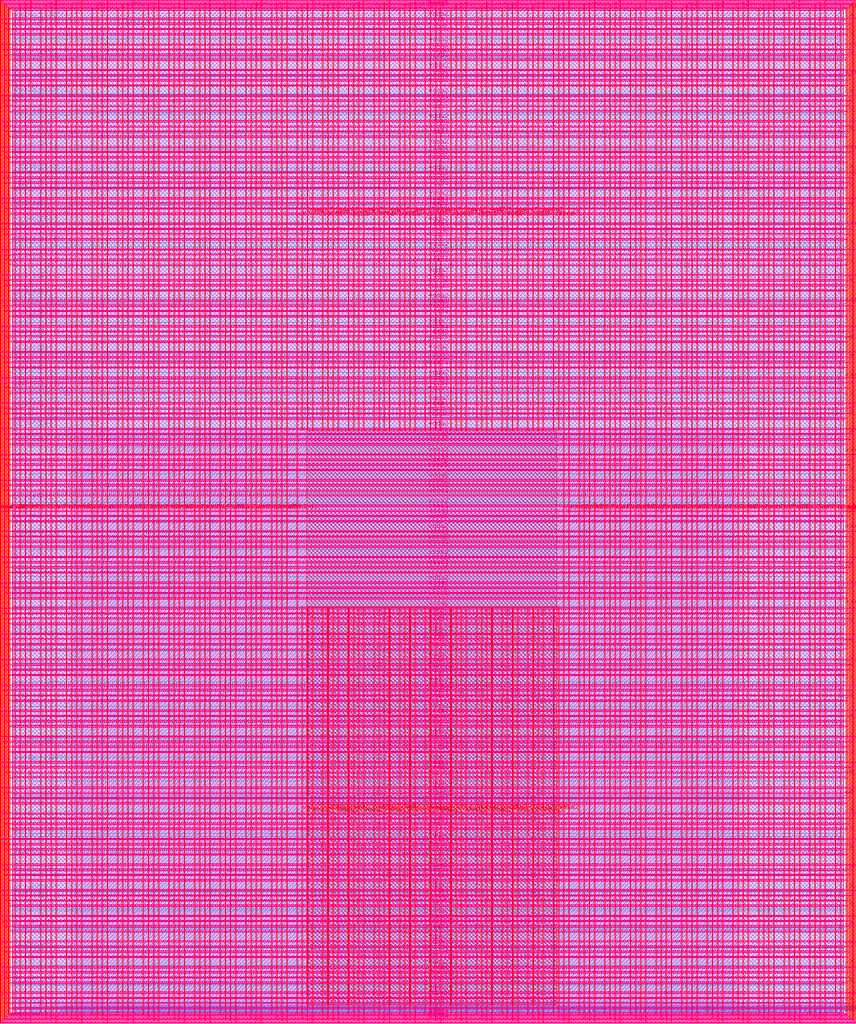
<source format=lef>
VERSION 5.7 ;
  NOWIREEXTENSIONATPIN ON ;
  DIVIDERCHAR "/" ;
  BUSBITCHARS "[]" ;
MACRO user_project_wrapper
  CLASS BLOCK ;
  FOREIGN user_project_wrapper ;
  ORIGIN 0.000 0.000 ;
  SIZE 2920.000 BY 3520.000 ;
  PIN analog_io[0]
    DIRECTION INOUT ;
    USE SIGNAL ;
    PORT
      LAYER met3 ;
        RECT 2917.600 1426.380 2924.800 1427.580 ;
    END
  END analog_io[0]
  PIN analog_io[10]
    DIRECTION INOUT ;
    USE SIGNAL ;
    PORT
      LAYER met2 ;
        RECT 2230.490 3517.600 2231.050 3524.800 ;
    END
  END analog_io[10]
  PIN analog_io[11]
    DIRECTION INOUT ;
    USE SIGNAL ;
    PORT
      LAYER met2 ;
        RECT 1905.730 3517.600 1906.290 3524.800 ;
    END
  END analog_io[11]
  PIN analog_io[12]
    DIRECTION INOUT ;
    USE SIGNAL ;
    PORT
      LAYER met2 ;
        RECT 1581.430 3517.600 1581.990 3524.800 ;
    END
  END analog_io[12]
  PIN analog_io[13]
    DIRECTION INOUT ;
    USE SIGNAL ;
    PORT
      LAYER met2 ;
        RECT 1257.130 3517.600 1257.690 3524.800 ;
    END
  END analog_io[13]
  PIN analog_io[14]
    DIRECTION INOUT ;
    USE SIGNAL ;
    PORT
      LAYER met2 ;
        RECT 932.370 3517.600 932.930 3524.800 ;
    END
  END analog_io[14]
  PIN analog_io[15]
    DIRECTION INOUT ;
    USE SIGNAL ;
    PORT
      LAYER met2 ;
        RECT 608.070 3517.600 608.630 3524.800 ;
    END
  END analog_io[15]
  PIN analog_io[16]
    DIRECTION INOUT ;
    USE SIGNAL ;
    PORT
      LAYER met2 ;
        RECT 283.770 3517.600 284.330 3524.800 ;
    END
  END analog_io[16]
  PIN analog_io[17]
    DIRECTION INOUT ;
    USE SIGNAL ;
    PORT
      LAYER met3 ;
        RECT -4.800 3486.100 2.400 3487.300 ;
    END
  END analog_io[17]
  PIN analog_io[18]
    DIRECTION INOUT ;
    USE SIGNAL ;
    PORT
      LAYER met3 ;
        RECT -4.800 3224.980 2.400 3226.180 ;
    END
  END analog_io[18]
  PIN analog_io[19]
    DIRECTION INOUT ;
    USE SIGNAL ;
    PORT
      LAYER met3 ;
        RECT -4.800 2964.540 2.400 2965.740 ;
    END
  END analog_io[19]
  PIN analog_io[1]
    DIRECTION INOUT ;
    USE SIGNAL ;
    PORT
      LAYER met3 ;
        RECT 2917.600 1692.260 2924.800 1693.460 ;
    END
  END analog_io[1]
  PIN analog_io[20]
    DIRECTION INOUT ;
    USE SIGNAL ;
    PORT
      LAYER met3 ;
        RECT -4.800 2703.420 2.400 2704.620 ;
    END
  END analog_io[20]
  PIN analog_io[21]
    DIRECTION INOUT ;
    USE SIGNAL ;
    PORT
      LAYER met3 ;
        RECT -4.800 2442.980 2.400 2444.180 ;
    END
  END analog_io[21]
  PIN analog_io[22]
    DIRECTION INOUT ;
    USE SIGNAL ;
    PORT
      LAYER met3 ;
        RECT -4.800 2182.540 2.400 2183.740 ;
    END
  END analog_io[22]
  PIN analog_io[23]
    DIRECTION INOUT ;
    USE SIGNAL ;
    PORT
      LAYER met3 ;
        RECT -4.800 1921.420 2.400 1922.620 ;
    END
  END analog_io[23]
  PIN analog_io[24]
    DIRECTION INOUT ;
    USE SIGNAL ;
    PORT
      LAYER met3 ;
        RECT -4.800 1660.980 2.400 1662.180 ;
    END
  END analog_io[24]
  PIN analog_io[25]
    DIRECTION INOUT ;
    USE SIGNAL ;
    PORT
      LAYER met3 ;
        RECT -4.800 1399.860 2.400 1401.060 ;
    END
  END analog_io[25]
  PIN analog_io[26]
    DIRECTION INOUT ;
    USE SIGNAL ;
    PORT
      LAYER met3 ;
        RECT -4.800 1139.420 2.400 1140.620 ;
    END
  END analog_io[26]
  PIN analog_io[27]
    DIRECTION INOUT ;
    USE SIGNAL ;
    PORT
      LAYER met3 ;
        RECT -4.800 878.980 2.400 880.180 ;
    END
  END analog_io[27]
  PIN analog_io[28]
    DIRECTION INOUT ;
    USE SIGNAL ;
    PORT
      LAYER met3 ;
        RECT -4.800 617.860 2.400 619.060 ;
    END
  END analog_io[28]
  PIN analog_io[2]
    DIRECTION INOUT ;
    USE SIGNAL ;
    PORT
      LAYER met3 ;
        RECT 2917.600 1958.140 2924.800 1959.340 ;
    END
  END analog_io[2]
  PIN analog_io[3]
    DIRECTION INOUT ;
    USE SIGNAL ;
    PORT
      LAYER met3 ;
        RECT 2917.600 2223.340 2924.800 2224.540 ;
    END
  END analog_io[3]
  PIN analog_io[4]
    DIRECTION INOUT ;
    USE SIGNAL ;
    PORT
      LAYER met3 ;
        RECT 2917.600 2489.220 2924.800 2490.420 ;
    END
  END analog_io[4]
  PIN analog_io[5]
    DIRECTION INOUT ;
    USE SIGNAL ;
    PORT
      LAYER met3 ;
        RECT 2917.600 2755.100 2924.800 2756.300 ;
    END
  END analog_io[5]
  PIN analog_io[6]
    DIRECTION INOUT ;
    USE SIGNAL ;
    PORT
      LAYER met3 ;
        RECT 2917.600 3020.300 2924.800 3021.500 ;
    END
  END analog_io[6]
  PIN analog_io[7]
    DIRECTION INOUT ;
    USE SIGNAL ;
    PORT
      LAYER met3 ;
        RECT 2917.600 3286.180 2924.800 3287.380 ;
    END
  END analog_io[7]
  PIN analog_io[8]
    DIRECTION INOUT ;
    USE SIGNAL ;
    PORT
      LAYER met2 ;
        RECT 2879.090 3517.600 2879.650 3524.800 ;
    END
  END analog_io[8]
  PIN analog_io[9]
    DIRECTION INOUT ;
    USE SIGNAL ;
    PORT
      LAYER met2 ;
        RECT 2554.790 3517.600 2555.350 3524.800 ;
    END
  END analog_io[9]
  PIN io_in[0]
    DIRECTION INPUT ;
    USE SIGNAL ;
    PORT
      LAYER met3 ;
        RECT 2917.600 32.380 2924.800 33.580 ;
    END
  END io_in[0]
  PIN io_in[10]
    DIRECTION INPUT ;
    USE SIGNAL ;
    PORT
      LAYER met3 ;
        RECT 2917.600 2289.980 2924.800 2291.180 ;
    END
  END io_in[10]
  PIN io_in[11]
    DIRECTION INPUT ;
    USE SIGNAL ;
    PORT
      LAYER met3 ;
        RECT 2917.600 2555.860 2924.800 2557.060 ;
    END
  END io_in[11]
  PIN io_in[12]
    DIRECTION INPUT ;
    USE SIGNAL ;
    PORT
      LAYER met3 ;
        RECT 2917.600 2821.060 2924.800 2822.260 ;
    END
  END io_in[12]
  PIN io_in[13]
    DIRECTION INPUT ;
    USE SIGNAL ;
    PORT
      LAYER met3 ;
        RECT 2917.600 3086.940 2924.800 3088.140 ;
    END
  END io_in[13]
  PIN io_in[14]
    DIRECTION INPUT ;
    USE SIGNAL ;
    PORT
      LAYER met3 ;
        RECT 2917.600 3352.820 2924.800 3354.020 ;
    END
  END io_in[14]
  PIN io_in[15]
    DIRECTION INPUT ;
    USE SIGNAL ;
    PORT
      LAYER met2 ;
        RECT 2798.130 3517.600 2798.690 3524.800 ;
    END
  END io_in[15]
  PIN io_in[16]
    DIRECTION INPUT ;
    USE SIGNAL ;
    PORT
      LAYER met2 ;
        RECT 2473.830 3517.600 2474.390 3524.800 ;
    END
  END io_in[16]
  PIN io_in[17]
    DIRECTION INPUT ;
    USE SIGNAL ;
    PORT
      LAYER met2 ;
        RECT 2149.070 3517.600 2149.630 3524.800 ;
    END
  END io_in[17]
  PIN io_in[18]
    DIRECTION INPUT ;
    USE SIGNAL ;
    PORT
      LAYER met2 ;
        RECT 1824.770 3517.600 1825.330 3524.800 ;
    END
  END io_in[18]
  PIN io_in[19]
    DIRECTION INPUT ;
    USE SIGNAL ;
    PORT
      LAYER met2 ;
        RECT 1500.470 3517.600 1501.030 3524.800 ;
    END
  END io_in[19]
  PIN io_in[1]
    DIRECTION INPUT ;
    USE SIGNAL ;
    PORT
      LAYER met3 ;
        RECT 2917.600 230.940 2924.800 232.140 ;
    END
  END io_in[1]
  PIN io_in[20]
    DIRECTION INPUT ;
    USE SIGNAL ;
    PORT
      LAYER met2 ;
        RECT 1175.710 3517.600 1176.270 3524.800 ;
    END
  END io_in[20]
  PIN io_in[21]
    DIRECTION INPUT ;
    USE SIGNAL ;
    PORT
      LAYER met2 ;
        RECT 851.410 3517.600 851.970 3524.800 ;
    END
  END io_in[21]
  PIN io_in[22]
    DIRECTION INPUT ;
    USE SIGNAL ;
    PORT
      LAYER met2 ;
        RECT 527.110 3517.600 527.670 3524.800 ;
    END
  END io_in[22]
  PIN io_in[23]
    DIRECTION INPUT ;
    USE SIGNAL ;
    PORT
      LAYER met2 ;
        RECT 202.350 3517.600 202.910 3524.800 ;
    END
  END io_in[23]
  PIN io_in[24]
    DIRECTION INPUT ;
    USE SIGNAL ;
    PORT
      LAYER met3 ;
        RECT -4.800 3420.820 2.400 3422.020 ;
    END
  END io_in[24]
  PIN io_in[25]
    DIRECTION INPUT ;
    USE SIGNAL ;
    PORT
      LAYER met3 ;
        RECT -4.800 3159.700 2.400 3160.900 ;
    END
  END io_in[25]
  PIN io_in[26]
    DIRECTION INPUT ;
    USE SIGNAL ;
    PORT
      LAYER met3 ;
        RECT -4.800 2899.260 2.400 2900.460 ;
    END
  END io_in[26]
  PIN io_in[27]
    DIRECTION INPUT ;
    USE SIGNAL ;
    PORT
      LAYER met3 ;
        RECT -4.800 2638.820 2.400 2640.020 ;
    END
  END io_in[27]
  PIN io_in[28]
    DIRECTION INPUT ;
    USE SIGNAL ;
    PORT
      LAYER met3 ;
        RECT -4.800 2377.700 2.400 2378.900 ;
    END
  END io_in[28]
  PIN io_in[29]
    DIRECTION INPUT ;
    USE SIGNAL ;
    PORT
      LAYER met3 ;
        RECT -4.800 2117.260 2.400 2118.460 ;
    END
  END io_in[29]
  PIN io_in[2]
    DIRECTION INPUT ;
    USE SIGNAL ;
    PORT
      LAYER met3 ;
        RECT 2917.600 430.180 2924.800 431.380 ;
    END
  END io_in[2]
  PIN io_in[30]
    DIRECTION INPUT ;
    USE SIGNAL ;
    PORT
      LAYER met3 ;
        RECT -4.800 1856.140 2.400 1857.340 ;
    END
  END io_in[30]
  PIN io_in[31]
    DIRECTION INPUT ;
    USE SIGNAL ;
    PORT
      LAYER met3 ;
        RECT -4.800 1595.700 2.400 1596.900 ;
    END
  END io_in[31]
  PIN io_in[32]
    DIRECTION INPUT ;
    USE SIGNAL ;
    PORT
      LAYER met3 ;
        RECT -4.800 1335.260 2.400 1336.460 ;
    END
  END io_in[32]
  PIN io_in[33]
    DIRECTION INPUT ;
    USE SIGNAL ;
    PORT
      LAYER met3 ;
        RECT -4.800 1074.140 2.400 1075.340 ;
    END
  END io_in[33]
  PIN io_in[34]
    DIRECTION INPUT ;
    USE SIGNAL ;
    PORT
      LAYER met3 ;
        RECT -4.800 813.700 2.400 814.900 ;
    END
  END io_in[34]
  PIN io_in[35]
    DIRECTION INPUT ;
    USE SIGNAL ;
    PORT
      LAYER met3 ;
        RECT -4.800 552.580 2.400 553.780 ;
    END
  END io_in[35]
  PIN io_in[36]
    DIRECTION INPUT ;
    USE SIGNAL ;
    PORT
      LAYER met3 ;
        RECT -4.800 357.420 2.400 358.620 ;
    END
  END io_in[36]
  PIN io_in[37]
    DIRECTION INPUT ;
    USE SIGNAL ;
    PORT
      LAYER met3 ;
        RECT -4.800 161.580 2.400 162.780 ;
    END
  END io_in[37]
  PIN io_in[3]
    DIRECTION INPUT ;
    USE SIGNAL ;
    PORT
      LAYER met3 ;
        RECT 2917.600 629.420 2924.800 630.620 ;
    END
  END io_in[3]
  PIN io_in[4]
    DIRECTION INPUT ;
    USE SIGNAL ;
    PORT
      LAYER met3 ;
        RECT 2917.600 828.660 2924.800 829.860 ;
    END
  END io_in[4]
  PIN io_in[5]
    DIRECTION INPUT ;
    USE SIGNAL ;
    PORT
      LAYER met3 ;
        RECT 2917.600 1027.900 2924.800 1029.100 ;
    END
  END io_in[5]
  PIN io_in[6]
    DIRECTION INPUT ;
    USE SIGNAL ;
    PORT
      LAYER met3 ;
        RECT 2917.600 1227.140 2924.800 1228.340 ;
    END
  END io_in[6]
  PIN io_in[7]
    DIRECTION INPUT ;
    USE SIGNAL ;
    PORT
      LAYER met3 ;
        RECT 2917.600 1493.020 2924.800 1494.220 ;
    END
  END io_in[7]
  PIN io_in[8]
    DIRECTION INPUT ;
    USE SIGNAL ;
    PORT
      LAYER met3 ;
        RECT 2917.600 1758.900 2924.800 1760.100 ;
    END
  END io_in[8]
  PIN io_in[9]
    DIRECTION INPUT ;
    USE SIGNAL ;
    PORT
      LAYER met3 ;
        RECT 2917.600 2024.100 2924.800 2025.300 ;
    END
  END io_in[9]
  PIN io_oeb[0]
    DIRECTION OUTPUT TRISTATE ;
    USE SIGNAL ;
    PORT
      LAYER met3 ;
        RECT 2917.600 164.980 2924.800 166.180 ;
    END
  END io_oeb[0]
  PIN io_oeb[10]
    DIRECTION OUTPUT TRISTATE ;
    USE SIGNAL ;
    PORT
      LAYER met3 ;
        RECT 2917.600 2422.580 2924.800 2423.780 ;
    END
  END io_oeb[10]
  PIN io_oeb[11]
    DIRECTION OUTPUT TRISTATE ;
    USE SIGNAL ;
    PORT
      LAYER met3 ;
        RECT 2917.600 2688.460 2924.800 2689.660 ;
    END
  END io_oeb[11]
  PIN io_oeb[12]
    DIRECTION OUTPUT TRISTATE ;
    USE SIGNAL ;
    PORT
      LAYER met3 ;
        RECT 2917.600 2954.340 2924.800 2955.540 ;
    END
  END io_oeb[12]
  PIN io_oeb[13]
    DIRECTION OUTPUT TRISTATE ;
    USE SIGNAL ;
    PORT
      LAYER met3 ;
        RECT 2917.600 3219.540 2924.800 3220.740 ;
    END
  END io_oeb[13]
  PIN io_oeb[14]
    DIRECTION OUTPUT TRISTATE ;
    USE SIGNAL ;
    PORT
      LAYER met3 ;
        RECT 2917.600 3485.420 2924.800 3486.620 ;
    END
  END io_oeb[14]
  PIN io_oeb[15]
    DIRECTION OUTPUT TRISTATE ;
    USE SIGNAL ;
    PORT
      LAYER met2 ;
        RECT 2635.750 3517.600 2636.310 3524.800 ;
    END
  END io_oeb[15]
  PIN io_oeb[16]
    DIRECTION OUTPUT TRISTATE ;
    USE SIGNAL ;
    PORT
      LAYER met2 ;
        RECT 2311.450 3517.600 2312.010 3524.800 ;
    END
  END io_oeb[16]
  PIN io_oeb[17]
    DIRECTION OUTPUT TRISTATE ;
    USE SIGNAL ;
    PORT
      LAYER met2 ;
        RECT 1987.150 3517.600 1987.710 3524.800 ;
    END
  END io_oeb[17]
  PIN io_oeb[18]
    DIRECTION OUTPUT TRISTATE ;
    USE SIGNAL ;
    PORT
      LAYER met2 ;
        RECT 1662.390 3517.600 1662.950 3524.800 ;
    END
  END io_oeb[18]
  PIN io_oeb[19]
    DIRECTION OUTPUT TRISTATE ;
    USE SIGNAL ;
    PORT
      LAYER met2 ;
        RECT 1338.090 3517.600 1338.650 3524.800 ;
    END
  END io_oeb[19]
  PIN io_oeb[1]
    DIRECTION OUTPUT TRISTATE ;
    USE SIGNAL ;
    PORT
      LAYER met3 ;
        RECT 2917.600 364.220 2924.800 365.420 ;
    END
  END io_oeb[1]
  PIN io_oeb[20]
    DIRECTION OUTPUT TRISTATE ;
    USE SIGNAL ;
    PORT
      LAYER met2 ;
        RECT 1013.790 3517.600 1014.350 3524.800 ;
    END
  END io_oeb[20]
  PIN io_oeb[21]
    DIRECTION OUTPUT TRISTATE ;
    USE SIGNAL ;
    PORT
      LAYER met2 ;
        RECT 689.030 3517.600 689.590 3524.800 ;
    END
  END io_oeb[21]
  PIN io_oeb[22]
    DIRECTION OUTPUT TRISTATE ;
    USE SIGNAL ;
    PORT
      LAYER met2 ;
        RECT 364.730 3517.600 365.290 3524.800 ;
    END
  END io_oeb[22]
  PIN io_oeb[23]
    DIRECTION OUTPUT TRISTATE ;
    USE SIGNAL ;
    PORT
      LAYER met2 ;
        RECT 40.430 3517.600 40.990 3524.800 ;
    END
  END io_oeb[23]
  PIN io_oeb[24]
    DIRECTION OUTPUT TRISTATE ;
    USE SIGNAL ;
    PORT
      LAYER met3 ;
        RECT -4.800 3290.260 2.400 3291.460 ;
    END
  END io_oeb[24]
  PIN io_oeb[25]
    DIRECTION OUTPUT TRISTATE ;
    USE SIGNAL ;
    PORT
      LAYER met3 ;
        RECT -4.800 3029.820 2.400 3031.020 ;
    END
  END io_oeb[25]
  PIN io_oeb[26]
    DIRECTION OUTPUT TRISTATE ;
    USE SIGNAL ;
    PORT
      LAYER met3 ;
        RECT -4.800 2768.700 2.400 2769.900 ;
    END
  END io_oeb[26]
  PIN io_oeb[27]
    DIRECTION OUTPUT TRISTATE ;
    USE SIGNAL ;
    PORT
      LAYER met3 ;
        RECT -4.800 2508.260 2.400 2509.460 ;
    END
  END io_oeb[27]
  PIN io_oeb[28]
    DIRECTION OUTPUT TRISTATE ;
    USE SIGNAL ;
    PORT
      LAYER met3 ;
        RECT -4.800 2247.140 2.400 2248.340 ;
    END
  END io_oeb[28]
  PIN io_oeb[29]
    DIRECTION OUTPUT TRISTATE ;
    USE SIGNAL ;
    PORT
      LAYER met3 ;
        RECT -4.800 1986.700 2.400 1987.900 ;
    END
  END io_oeb[29]
  PIN io_oeb[2]
    DIRECTION OUTPUT TRISTATE ;
    USE SIGNAL ;
    PORT
      LAYER met3 ;
        RECT 2917.600 563.460 2924.800 564.660 ;
    END
  END io_oeb[2]
  PIN io_oeb[30]
    DIRECTION OUTPUT TRISTATE ;
    USE SIGNAL ;
    PORT
      LAYER met3 ;
        RECT -4.800 1726.260 2.400 1727.460 ;
    END
  END io_oeb[30]
  PIN io_oeb[31]
    DIRECTION OUTPUT TRISTATE ;
    USE SIGNAL ;
    PORT
      LAYER met3 ;
        RECT -4.800 1465.140 2.400 1466.340 ;
    END
  END io_oeb[31]
  PIN io_oeb[32]
    DIRECTION OUTPUT TRISTATE ;
    USE SIGNAL ;
    PORT
      LAYER met3 ;
        RECT -4.800 1204.700 2.400 1205.900 ;
    END
  END io_oeb[32]
  PIN io_oeb[33]
    DIRECTION OUTPUT TRISTATE ;
    USE SIGNAL ;
    PORT
      LAYER met3 ;
        RECT -4.800 943.580 2.400 944.780 ;
    END
  END io_oeb[33]
  PIN io_oeb[34]
    DIRECTION OUTPUT TRISTATE ;
    USE SIGNAL ;
    PORT
      LAYER met3 ;
        RECT -4.800 683.140 2.400 684.340 ;
    END
  END io_oeb[34]
  PIN io_oeb[35]
    DIRECTION OUTPUT TRISTATE ;
    USE SIGNAL ;
    PORT
      LAYER met3 ;
        RECT -4.800 422.700 2.400 423.900 ;
    END
  END io_oeb[35]
  PIN io_oeb[36]
    DIRECTION OUTPUT TRISTATE ;
    USE SIGNAL ;
    PORT
      LAYER met3 ;
        RECT -4.800 226.860 2.400 228.060 ;
    END
  END io_oeb[36]
  PIN io_oeb[37]
    DIRECTION OUTPUT TRISTATE ;
    USE SIGNAL ;
    PORT
      LAYER met3 ;
        RECT -4.800 31.700 2.400 32.900 ;
    END
  END io_oeb[37]
  PIN io_oeb[3]
    DIRECTION OUTPUT TRISTATE ;
    USE SIGNAL ;
    PORT
      LAYER met3 ;
        RECT 2917.600 762.700 2924.800 763.900 ;
    END
  END io_oeb[3]
  PIN io_oeb[4]
    DIRECTION OUTPUT TRISTATE ;
    USE SIGNAL ;
    PORT
      LAYER met3 ;
        RECT 2917.600 961.940 2924.800 963.140 ;
    END
  END io_oeb[4]
  PIN io_oeb[5]
    DIRECTION OUTPUT TRISTATE ;
    USE SIGNAL ;
    PORT
      LAYER met3 ;
        RECT 2917.600 1161.180 2924.800 1162.380 ;
    END
  END io_oeb[5]
  PIN io_oeb[6]
    DIRECTION OUTPUT TRISTATE ;
    USE SIGNAL ;
    PORT
      LAYER met3 ;
        RECT 2917.600 1360.420 2924.800 1361.620 ;
    END
  END io_oeb[6]
  PIN io_oeb[7]
    DIRECTION OUTPUT TRISTATE ;
    USE SIGNAL ;
    PORT
      LAYER met3 ;
        RECT 2917.600 1625.620 2924.800 1626.820 ;
    END
  END io_oeb[7]
  PIN io_oeb[8]
    DIRECTION OUTPUT TRISTATE ;
    USE SIGNAL ;
    PORT
      LAYER met3 ;
        RECT 2917.600 1891.500 2924.800 1892.700 ;
    END
  END io_oeb[8]
  PIN io_oeb[9]
    DIRECTION OUTPUT TRISTATE ;
    USE SIGNAL ;
    PORT
      LAYER met3 ;
        RECT 2917.600 2157.380 2924.800 2158.580 ;
    END
  END io_oeb[9]
  PIN io_out[0]
    DIRECTION OUTPUT TRISTATE ;
    USE SIGNAL ;
    PORT
      LAYER met3 ;
        RECT 2917.600 98.340 2924.800 99.540 ;
    END
  END io_out[0]
  PIN io_out[10]
    DIRECTION OUTPUT TRISTATE ;
    USE SIGNAL ;
    PORT
      LAYER met3 ;
        RECT 2917.600 2356.620 2924.800 2357.820 ;
    END
  END io_out[10]
  PIN io_out[11]
    DIRECTION OUTPUT TRISTATE ;
    USE SIGNAL ;
    PORT
      LAYER met3 ;
        RECT 2917.600 2621.820 2924.800 2623.020 ;
    END
  END io_out[11]
  PIN io_out[12]
    DIRECTION OUTPUT TRISTATE ;
    USE SIGNAL ;
    PORT
      LAYER met3 ;
        RECT 2917.600 2887.700 2924.800 2888.900 ;
    END
  END io_out[12]
  PIN io_out[13]
    DIRECTION OUTPUT TRISTATE ;
    USE SIGNAL ;
    PORT
      LAYER met3 ;
        RECT 2917.600 3153.580 2924.800 3154.780 ;
    END
  END io_out[13]
  PIN io_out[14]
    DIRECTION OUTPUT TRISTATE ;
    USE SIGNAL ;
    PORT
      LAYER met3 ;
        RECT 2917.600 3418.780 2924.800 3419.980 ;
    END
  END io_out[14]
  PIN io_out[15]
    DIRECTION OUTPUT TRISTATE ;
    USE SIGNAL ;
    PORT
      LAYER met2 ;
        RECT 2717.170 3517.600 2717.730 3524.800 ;
    END
  END io_out[15]
  PIN io_out[16]
    DIRECTION OUTPUT TRISTATE ;
    USE SIGNAL ;
    PORT
      LAYER met2 ;
        RECT 2392.410 3517.600 2392.970 3524.800 ;
    END
  END io_out[16]
  PIN io_out[17]
    DIRECTION OUTPUT TRISTATE ;
    USE SIGNAL ;
    PORT
      LAYER met2 ;
        RECT 2068.110 3517.600 2068.670 3524.800 ;
    END
  END io_out[17]
  PIN io_out[18]
    DIRECTION OUTPUT TRISTATE ;
    USE SIGNAL ;
    PORT
      LAYER met2 ;
        RECT 1743.810 3517.600 1744.370 3524.800 ;
    END
  END io_out[18]
  PIN io_out[19]
    DIRECTION OUTPUT TRISTATE ;
    USE SIGNAL ;
    PORT
      LAYER met2 ;
        RECT 1419.050 3517.600 1419.610 3524.800 ;
    END
  END io_out[19]
  PIN io_out[1]
    DIRECTION OUTPUT TRISTATE ;
    USE SIGNAL ;
    PORT
      LAYER met3 ;
        RECT 2917.600 297.580 2924.800 298.780 ;
    END
  END io_out[1]
  PIN io_out[20]
    DIRECTION OUTPUT TRISTATE ;
    USE SIGNAL ;
    PORT
      LAYER met2 ;
        RECT 1094.750 3517.600 1095.310 3524.800 ;
    END
  END io_out[20]
  PIN io_out[21]
    DIRECTION OUTPUT TRISTATE ;
    USE SIGNAL ;
    PORT
      LAYER met2 ;
        RECT 770.450 3517.600 771.010 3524.800 ;
    END
  END io_out[21]
  PIN io_out[22]
    DIRECTION OUTPUT TRISTATE ;
    USE SIGNAL ;
    PORT
      LAYER met2 ;
        RECT 445.690 3517.600 446.250 3524.800 ;
    END
  END io_out[22]
  PIN io_out[23]
    DIRECTION OUTPUT TRISTATE ;
    USE SIGNAL ;
    PORT
      LAYER met2 ;
        RECT 121.390 3517.600 121.950 3524.800 ;
    END
  END io_out[23]
  PIN io_out[24]
    DIRECTION OUTPUT TRISTATE ;
    USE SIGNAL ;
    PORT
      LAYER met3 ;
        RECT -4.800 3355.540 2.400 3356.740 ;
    END
  END io_out[24]
  PIN io_out[25]
    DIRECTION OUTPUT TRISTATE ;
    USE SIGNAL ;
    PORT
      LAYER met3 ;
        RECT -4.800 3095.100 2.400 3096.300 ;
    END
  END io_out[25]
  PIN io_out[26]
    DIRECTION OUTPUT TRISTATE ;
    USE SIGNAL ;
    PORT
      LAYER met3 ;
        RECT -4.800 2833.980 2.400 2835.180 ;
    END
  END io_out[26]
  PIN io_out[27]
    DIRECTION OUTPUT TRISTATE ;
    USE SIGNAL ;
    PORT
      LAYER met3 ;
        RECT -4.800 2573.540 2.400 2574.740 ;
    END
  END io_out[27]
  PIN io_out[28]
    DIRECTION OUTPUT TRISTATE ;
    USE SIGNAL ;
    PORT
      LAYER met3 ;
        RECT -4.800 2312.420 2.400 2313.620 ;
    END
  END io_out[28]
  PIN io_out[29]
    DIRECTION OUTPUT TRISTATE ;
    USE SIGNAL ;
    PORT
      LAYER met3 ;
        RECT -4.800 2051.980 2.400 2053.180 ;
    END
  END io_out[29]
  PIN io_out[2]
    DIRECTION OUTPUT TRISTATE ;
    USE SIGNAL ;
    PORT
      LAYER met3 ;
        RECT 2917.600 496.820 2924.800 498.020 ;
    END
  END io_out[2]
  PIN io_out[30]
    DIRECTION OUTPUT TRISTATE ;
    USE SIGNAL ;
    PORT
      LAYER met3 ;
        RECT -4.800 1791.540 2.400 1792.740 ;
    END
  END io_out[30]
  PIN io_out[31]
    DIRECTION OUTPUT TRISTATE ;
    USE SIGNAL ;
    PORT
      LAYER met3 ;
        RECT -4.800 1530.420 2.400 1531.620 ;
    END
  END io_out[31]
  PIN io_out[32]
    DIRECTION OUTPUT TRISTATE ;
    USE SIGNAL ;
    PORT
      LAYER met3 ;
        RECT -4.800 1269.980 2.400 1271.180 ;
    END
  END io_out[32]
  PIN io_out[33]
    DIRECTION OUTPUT TRISTATE ;
    USE SIGNAL ;
    PORT
      LAYER met3 ;
        RECT -4.800 1008.860 2.400 1010.060 ;
    END
  END io_out[33]
  PIN io_out[34]
    DIRECTION OUTPUT TRISTATE ;
    USE SIGNAL ;
    PORT
      LAYER met3 ;
        RECT -4.800 748.420 2.400 749.620 ;
    END
  END io_out[34]
  PIN io_out[35]
    DIRECTION OUTPUT TRISTATE ;
    USE SIGNAL ;
    PORT
      LAYER met3 ;
        RECT -4.800 487.300 2.400 488.500 ;
    END
  END io_out[35]
  PIN io_out[36]
    DIRECTION OUTPUT TRISTATE ;
    USE SIGNAL ;
    PORT
      LAYER met3 ;
        RECT -4.800 292.140 2.400 293.340 ;
    END
  END io_out[36]
  PIN io_out[37]
    DIRECTION OUTPUT TRISTATE ;
    USE SIGNAL ;
    PORT
      LAYER met3 ;
        RECT -4.800 96.300 2.400 97.500 ;
    END
  END io_out[37]
  PIN io_out[3]
    DIRECTION OUTPUT TRISTATE ;
    USE SIGNAL ;
    PORT
      LAYER met3 ;
        RECT 2917.600 696.060 2924.800 697.260 ;
    END
  END io_out[3]
  PIN io_out[4]
    DIRECTION OUTPUT TRISTATE ;
    USE SIGNAL ;
    PORT
      LAYER met3 ;
        RECT 2917.600 895.300 2924.800 896.500 ;
    END
  END io_out[4]
  PIN io_out[5]
    DIRECTION OUTPUT TRISTATE ;
    USE SIGNAL ;
    PORT
      LAYER met3 ;
        RECT 2917.600 1094.540 2924.800 1095.740 ;
    END
  END io_out[5]
  PIN io_out[6]
    DIRECTION OUTPUT TRISTATE ;
    USE SIGNAL ;
    PORT
      LAYER met3 ;
        RECT 2917.600 1293.780 2924.800 1294.980 ;
    END
  END io_out[6]
  PIN io_out[7]
    DIRECTION OUTPUT TRISTATE ;
    USE SIGNAL ;
    PORT
      LAYER met3 ;
        RECT 2917.600 1559.660 2924.800 1560.860 ;
    END
  END io_out[7]
  PIN io_out[8]
    DIRECTION OUTPUT TRISTATE ;
    USE SIGNAL ;
    PORT
      LAYER met3 ;
        RECT 2917.600 1824.860 2924.800 1826.060 ;
    END
  END io_out[8]
  PIN io_out[9]
    DIRECTION OUTPUT TRISTATE ;
    USE SIGNAL ;
    PORT
      LAYER met3 ;
        RECT 2917.600 2090.740 2924.800 2091.940 ;
    END
  END io_out[9]
  PIN la_data_in[0]
    DIRECTION INPUT ;
    USE SIGNAL ;
    PORT
      LAYER met2 ;
        RECT 629.230 -4.800 629.790 2.400 ;
    END
  END la_data_in[0]
  PIN la_data_in[100]
    DIRECTION INPUT ;
    USE SIGNAL ;
    PORT
      LAYER met2 ;
        RECT 2402.530 -4.800 2403.090 2.400 ;
    END
  END la_data_in[100]
  PIN la_data_in[101]
    DIRECTION INPUT ;
    USE SIGNAL ;
    PORT
      LAYER met2 ;
        RECT 2420.010 -4.800 2420.570 2.400 ;
    END
  END la_data_in[101]
  PIN la_data_in[102]
    DIRECTION INPUT ;
    USE SIGNAL ;
    PORT
      LAYER met2 ;
        RECT 2437.950 -4.800 2438.510 2.400 ;
    END
  END la_data_in[102]
  PIN la_data_in[103]
    DIRECTION INPUT ;
    USE SIGNAL ;
    PORT
      LAYER met2 ;
        RECT 2455.430 -4.800 2455.990 2.400 ;
    END
  END la_data_in[103]
  PIN la_data_in[104]
    DIRECTION INPUT ;
    USE SIGNAL ;
    PORT
      LAYER met2 ;
        RECT 2473.370 -4.800 2473.930 2.400 ;
    END
  END la_data_in[104]
  PIN la_data_in[105]
    DIRECTION INPUT ;
    USE SIGNAL ;
    PORT
      LAYER met2 ;
        RECT 2490.850 -4.800 2491.410 2.400 ;
    END
  END la_data_in[105]
  PIN la_data_in[106]
    DIRECTION INPUT ;
    USE SIGNAL ;
    PORT
      LAYER met2 ;
        RECT 2508.790 -4.800 2509.350 2.400 ;
    END
  END la_data_in[106]
  PIN la_data_in[107]
    DIRECTION INPUT ;
    USE SIGNAL ;
    PORT
      LAYER met2 ;
        RECT 2526.730 -4.800 2527.290 2.400 ;
    END
  END la_data_in[107]
  PIN la_data_in[108]
    DIRECTION INPUT ;
    USE SIGNAL ;
    PORT
      LAYER met2 ;
        RECT 2544.210 -4.800 2544.770 2.400 ;
    END
  END la_data_in[108]
  PIN la_data_in[109]
    DIRECTION INPUT ;
    USE SIGNAL ;
    PORT
      LAYER met2 ;
        RECT 2562.150 -4.800 2562.710 2.400 ;
    END
  END la_data_in[109]
  PIN la_data_in[10]
    DIRECTION INPUT ;
    USE SIGNAL ;
    PORT
      LAYER met2 ;
        RECT 806.330 -4.800 806.890 2.400 ;
    END
  END la_data_in[10]
  PIN la_data_in[110]
    DIRECTION INPUT ;
    USE SIGNAL ;
    PORT
      LAYER met2 ;
        RECT 2579.630 -4.800 2580.190 2.400 ;
    END
  END la_data_in[110]
  PIN la_data_in[111]
    DIRECTION INPUT ;
    USE SIGNAL ;
    PORT
      LAYER met2 ;
        RECT 2597.570 -4.800 2598.130 2.400 ;
    END
  END la_data_in[111]
  PIN la_data_in[112]
    DIRECTION INPUT ;
    USE SIGNAL ;
    PORT
      LAYER met2 ;
        RECT 2615.050 -4.800 2615.610 2.400 ;
    END
  END la_data_in[112]
  PIN la_data_in[113]
    DIRECTION INPUT ;
    USE SIGNAL ;
    PORT
      LAYER met2 ;
        RECT 2632.990 -4.800 2633.550 2.400 ;
    END
  END la_data_in[113]
  PIN la_data_in[114]
    DIRECTION INPUT ;
    USE SIGNAL ;
    PORT
      LAYER met2 ;
        RECT 2650.470 -4.800 2651.030 2.400 ;
    END
  END la_data_in[114]
  PIN la_data_in[115]
    DIRECTION INPUT ;
    USE SIGNAL ;
    PORT
      LAYER met2 ;
        RECT 2668.410 -4.800 2668.970 2.400 ;
    END
  END la_data_in[115]
  PIN la_data_in[116]
    DIRECTION INPUT ;
    USE SIGNAL ;
    PORT
      LAYER met2 ;
        RECT 2685.890 -4.800 2686.450 2.400 ;
    END
  END la_data_in[116]
  PIN la_data_in[117]
    DIRECTION INPUT ;
    USE SIGNAL ;
    PORT
      LAYER met2 ;
        RECT 2703.830 -4.800 2704.390 2.400 ;
    END
  END la_data_in[117]
  PIN la_data_in[118]
    DIRECTION INPUT ;
    USE SIGNAL ;
    PORT
      LAYER met2 ;
        RECT 2721.770 -4.800 2722.330 2.400 ;
    END
  END la_data_in[118]
  PIN la_data_in[119]
    DIRECTION INPUT ;
    USE SIGNAL ;
    PORT
      LAYER met2 ;
        RECT 2739.250 -4.800 2739.810 2.400 ;
    END
  END la_data_in[119]
  PIN la_data_in[11]
    DIRECTION INPUT ;
    USE SIGNAL ;
    PORT
      LAYER met2 ;
        RECT 824.270 -4.800 824.830 2.400 ;
    END
  END la_data_in[11]
  PIN la_data_in[120]
    DIRECTION INPUT ;
    USE SIGNAL ;
    PORT
      LAYER met2 ;
        RECT 2757.190 -4.800 2757.750 2.400 ;
    END
  END la_data_in[120]
  PIN la_data_in[121]
    DIRECTION INPUT ;
    USE SIGNAL ;
    PORT
      LAYER met2 ;
        RECT 2774.670 -4.800 2775.230 2.400 ;
    END
  END la_data_in[121]
  PIN la_data_in[122]
    DIRECTION INPUT ;
    USE SIGNAL ;
    PORT
      LAYER met2 ;
        RECT 2792.610 -4.800 2793.170 2.400 ;
    END
  END la_data_in[122]
  PIN la_data_in[123]
    DIRECTION INPUT ;
    USE SIGNAL ;
    PORT
      LAYER met2 ;
        RECT 2810.090 -4.800 2810.650 2.400 ;
    END
  END la_data_in[123]
  PIN la_data_in[124]
    DIRECTION INPUT ;
    USE SIGNAL ;
    PORT
      LAYER met2 ;
        RECT 2828.030 -4.800 2828.590 2.400 ;
    END
  END la_data_in[124]
  PIN la_data_in[125]
    DIRECTION INPUT ;
    USE SIGNAL ;
    PORT
      LAYER met2 ;
        RECT 2845.510 -4.800 2846.070 2.400 ;
    END
  END la_data_in[125]
  PIN la_data_in[126]
    DIRECTION INPUT ;
    USE SIGNAL ;
    PORT
      LAYER met2 ;
        RECT 2863.450 -4.800 2864.010 2.400 ;
    END
  END la_data_in[126]
  PIN la_data_in[127]
    DIRECTION INPUT ;
    USE SIGNAL ;
    PORT
      LAYER met2 ;
        RECT 2881.390 -4.800 2881.950 2.400 ;
    END
  END la_data_in[127]
  PIN la_data_in[12]
    DIRECTION INPUT ;
    USE SIGNAL ;
    PORT
      LAYER met2 ;
        RECT 841.750 -4.800 842.310 2.400 ;
    END
  END la_data_in[12]
  PIN la_data_in[13]
    DIRECTION INPUT ;
    USE SIGNAL ;
    PORT
      LAYER met2 ;
        RECT 859.690 -4.800 860.250 2.400 ;
    END
  END la_data_in[13]
  PIN la_data_in[14]
    DIRECTION INPUT ;
    USE SIGNAL ;
    PORT
      LAYER met2 ;
        RECT 877.170 -4.800 877.730 2.400 ;
    END
  END la_data_in[14]
  PIN la_data_in[15]
    DIRECTION INPUT ;
    USE SIGNAL ;
    PORT
      LAYER met2 ;
        RECT 895.110 -4.800 895.670 2.400 ;
    END
  END la_data_in[15]
  PIN la_data_in[16]
    DIRECTION INPUT ;
    USE SIGNAL ;
    PORT
      LAYER met2 ;
        RECT 912.590 -4.800 913.150 2.400 ;
    END
  END la_data_in[16]
  PIN la_data_in[17]
    DIRECTION INPUT ;
    USE SIGNAL ;
    PORT
      LAYER met2 ;
        RECT 930.530 -4.800 931.090 2.400 ;
    END
  END la_data_in[17]
  PIN la_data_in[18]
    DIRECTION INPUT ;
    USE SIGNAL ;
    PORT
      LAYER met2 ;
        RECT 948.470 -4.800 949.030 2.400 ;
    END
  END la_data_in[18]
  PIN la_data_in[19]
    DIRECTION INPUT ;
    USE SIGNAL ;
    PORT
      LAYER met2 ;
        RECT 965.950 -4.800 966.510 2.400 ;
    END
  END la_data_in[19]
  PIN la_data_in[1]
    DIRECTION INPUT ;
    USE SIGNAL ;
    PORT
      LAYER met2 ;
        RECT 646.710 -4.800 647.270 2.400 ;
    END
  END la_data_in[1]
  PIN la_data_in[20]
    DIRECTION INPUT ;
    USE SIGNAL ;
    PORT
      LAYER met2 ;
        RECT 983.890 -4.800 984.450 2.400 ;
    END
  END la_data_in[20]
  PIN la_data_in[21]
    DIRECTION INPUT ;
    USE SIGNAL ;
    PORT
      LAYER met2 ;
        RECT 1001.370 -4.800 1001.930 2.400 ;
    END
  END la_data_in[21]
  PIN la_data_in[22]
    DIRECTION INPUT ;
    USE SIGNAL ;
    PORT
      LAYER met2 ;
        RECT 1019.310 -4.800 1019.870 2.400 ;
    END
  END la_data_in[22]
  PIN la_data_in[23]
    DIRECTION INPUT ;
    USE SIGNAL ;
    PORT
      LAYER met2 ;
        RECT 1036.790 -4.800 1037.350 2.400 ;
    END
  END la_data_in[23]
  PIN la_data_in[24]
    DIRECTION INPUT ;
    USE SIGNAL ;
    PORT
      LAYER met2 ;
        RECT 1054.730 -4.800 1055.290 2.400 ;
    END
  END la_data_in[24]
  PIN la_data_in[25]
    DIRECTION INPUT ;
    USE SIGNAL ;
    PORT
      LAYER met2 ;
        RECT 1072.210 -4.800 1072.770 2.400 ;
    END
  END la_data_in[25]
  PIN la_data_in[26]
    DIRECTION INPUT ;
    USE SIGNAL ;
    PORT
      LAYER met2 ;
        RECT 1090.150 -4.800 1090.710 2.400 ;
    END
  END la_data_in[26]
  PIN la_data_in[27]
    DIRECTION INPUT ;
    USE SIGNAL ;
    PORT
      LAYER met2 ;
        RECT 1107.630 -4.800 1108.190 2.400 ;
    END
  END la_data_in[27]
  PIN la_data_in[28]
    DIRECTION INPUT ;
    USE SIGNAL ;
    PORT
      LAYER met2 ;
        RECT 1125.570 -4.800 1126.130 2.400 ;
    END
  END la_data_in[28]
  PIN la_data_in[29]
    DIRECTION INPUT ;
    USE SIGNAL ;
    PORT
      LAYER met2 ;
        RECT 1143.510 -4.800 1144.070 2.400 ;
    END
  END la_data_in[29]
  PIN la_data_in[2]
    DIRECTION INPUT ;
    USE SIGNAL ;
    PORT
      LAYER met2 ;
        RECT 664.650 -4.800 665.210 2.400 ;
    END
  END la_data_in[2]
  PIN la_data_in[30]
    DIRECTION INPUT ;
    USE SIGNAL ;
    PORT
      LAYER met2 ;
        RECT 1160.990 -4.800 1161.550 2.400 ;
    END
  END la_data_in[30]
  PIN la_data_in[31]
    DIRECTION INPUT ;
    USE SIGNAL ;
    PORT
      LAYER met2 ;
        RECT 1178.930 -4.800 1179.490 2.400 ;
    END
  END la_data_in[31]
  PIN la_data_in[32]
    DIRECTION INPUT ;
    USE SIGNAL ;
    PORT
      LAYER met2 ;
        RECT 1196.410 -4.800 1196.970 2.400 ;
    END
  END la_data_in[32]
  PIN la_data_in[33]
    DIRECTION INPUT ;
    USE SIGNAL ;
    PORT
      LAYER met2 ;
        RECT 1214.350 -4.800 1214.910 2.400 ;
    END
  END la_data_in[33]
  PIN la_data_in[34]
    DIRECTION INPUT ;
    USE SIGNAL ;
    PORT
      LAYER met2 ;
        RECT 1231.830 -4.800 1232.390 2.400 ;
    END
  END la_data_in[34]
  PIN la_data_in[35]
    DIRECTION INPUT ;
    USE SIGNAL ;
    PORT
      LAYER met2 ;
        RECT 1249.770 -4.800 1250.330 2.400 ;
    END
  END la_data_in[35]
  PIN la_data_in[36]
    DIRECTION INPUT ;
    USE SIGNAL ;
    PORT
      LAYER met2 ;
        RECT 1267.250 -4.800 1267.810 2.400 ;
    END
  END la_data_in[36]
  PIN la_data_in[37]
    DIRECTION INPUT ;
    USE SIGNAL ;
    PORT
      LAYER met2 ;
        RECT 1285.190 -4.800 1285.750 2.400 ;
    END
  END la_data_in[37]
  PIN la_data_in[38]
    DIRECTION INPUT ;
    USE SIGNAL ;
    PORT
      LAYER met2 ;
        RECT 1303.130 -4.800 1303.690 2.400 ;
    END
  END la_data_in[38]
  PIN la_data_in[39]
    DIRECTION INPUT ;
    USE SIGNAL ;
    PORT
      LAYER met2 ;
        RECT 1320.610 -4.800 1321.170 2.400 ;
    END
  END la_data_in[39]
  PIN la_data_in[3]
    DIRECTION INPUT ;
    USE SIGNAL ;
    PORT
      LAYER met2 ;
        RECT 682.130 -4.800 682.690 2.400 ;
    END
  END la_data_in[3]
  PIN la_data_in[40]
    DIRECTION INPUT ;
    USE SIGNAL ;
    PORT
      LAYER met2 ;
        RECT 1338.550 -4.800 1339.110 2.400 ;
    END
  END la_data_in[40]
  PIN la_data_in[41]
    DIRECTION INPUT ;
    USE SIGNAL ;
    PORT
      LAYER met2 ;
        RECT 1356.030 -4.800 1356.590 2.400 ;
    END
  END la_data_in[41]
  PIN la_data_in[42]
    DIRECTION INPUT ;
    USE SIGNAL ;
    PORT
      LAYER met2 ;
        RECT 1373.970 -4.800 1374.530 2.400 ;
    END
  END la_data_in[42]
  PIN la_data_in[43]
    DIRECTION INPUT ;
    USE SIGNAL ;
    PORT
      LAYER met2 ;
        RECT 1391.450 -4.800 1392.010 2.400 ;
    END
  END la_data_in[43]
  PIN la_data_in[44]
    DIRECTION INPUT ;
    USE SIGNAL ;
    PORT
      LAYER met2 ;
        RECT 1409.390 -4.800 1409.950 2.400 ;
    END
  END la_data_in[44]
  PIN la_data_in[45]
    DIRECTION INPUT ;
    USE SIGNAL ;
    PORT
      LAYER met2 ;
        RECT 1426.870 -4.800 1427.430 2.400 ;
    END
  END la_data_in[45]
  PIN la_data_in[46]
    DIRECTION INPUT ;
    USE SIGNAL ;
    PORT
      LAYER met2 ;
        RECT 1444.810 -4.800 1445.370 2.400 ;
    END
  END la_data_in[46]
  PIN la_data_in[47]
    DIRECTION INPUT ;
    USE SIGNAL ;
    PORT
      LAYER met2 ;
        RECT 1462.750 -4.800 1463.310 2.400 ;
    END
  END la_data_in[47]
  PIN la_data_in[48]
    DIRECTION INPUT ;
    USE SIGNAL ;
    PORT
      LAYER met2 ;
        RECT 1480.230 -4.800 1480.790 2.400 ;
    END
  END la_data_in[48]
  PIN la_data_in[49]
    DIRECTION INPUT ;
    USE SIGNAL ;
    PORT
      LAYER met2 ;
        RECT 1498.170 -4.800 1498.730 2.400 ;
    END
  END la_data_in[49]
  PIN la_data_in[4]
    DIRECTION INPUT ;
    USE SIGNAL ;
    PORT
      LAYER met2 ;
        RECT 700.070 -4.800 700.630 2.400 ;
    END
  END la_data_in[4]
  PIN la_data_in[50]
    DIRECTION INPUT ;
    USE SIGNAL ;
    PORT
      LAYER met2 ;
        RECT 1515.650 -4.800 1516.210 2.400 ;
    END
  END la_data_in[50]
  PIN la_data_in[51]
    DIRECTION INPUT ;
    USE SIGNAL ;
    PORT
      LAYER met2 ;
        RECT 1533.590 -4.800 1534.150 2.400 ;
    END
  END la_data_in[51]
  PIN la_data_in[52]
    DIRECTION INPUT ;
    USE SIGNAL ;
    PORT
      LAYER met2 ;
        RECT 1551.070 -4.800 1551.630 2.400 ;
    END
  END la_data_in[52]
  PIN la_data_in[53]
    DIRECTION INPUT ;
    USE SIGNAL ;
    PORT
      LAYER met2 ;
        RECT 1569.010 -4.800 1569.570 2.400 ;
    END
  END la_data_in[53]
  PIN la_data_in[54]
    DIRECTION INPUT ;
    USE SIGNAL ;
    PORT
      LAYER met2 ;
        RECT 1586.490 -4.800 1587.050 2.400 ;
    END
  END la_data_in[54]
  PIN la_data_in[55]
    DIRECTION INPUT ;
    USE SIGNAL ;
    PORT
      LAYER met2 ;
        RECT 1604.430 -4.800 1604.990 2.400 ;
    END
  END la_data_in[55]
  PIN la_data_in[56]
    DIRECTION INPUT ;
    USE SIGNAL ;
    PORT
      LAYER met2 ;
        RECT 1621.910 -4.800 1622.470 2.400 ;
    END
  END la_data_in[56]
  PIN la_data_in[57]
    DIRECTION INPUT ;
    USE SIGNAL ;
    PORT
      LAYER met2 ;
        RECT 1639.850 -4.800 1640.410 2.400 ;
    END
  END la_data_in[57]
  PIN la_data_in[58]
    DIRECTION INPUT ;
    USE SIGNAL ;
    PORT
      LAYER met2 ;
        RECT 1657.790 -4.800 1658.350 2.400 ;
    END
  END la_data_in[58]
  PIN la_data_in[59]
    DIRECTION INPUT ;
    USE SIGNAL ;
    PORT
      LAYER met2 ;
        RECT 1675.270 -4.800 1675.830 2.400 ;
    END
  END la_data_in[59]
  PIN la_data_in[5]
    DIRECTION INPUT ;
    USE SIGNAL ;
    PORT
      LAYER met2 ;
        RECT 717.550 -4.800 718.110 2.400 ;
    END
  END la_data_in[5]
  PIN la_data_in[60]
    DIRECTION INPUT ;
    USE SIGNAL ;
    PORT
      LAYER met2 ;
        RECT 1693.210 -4.800 1693.770 2.400 ;
    END
  END la_data_in[60]
  PIN la_data_in[61]
    DIRECTION INPUT ;
    USE SIGNAL ;
    PORT
      LAYER met2 ;
        RECT 1710.690 -4.800 1711.250 2.400 ;
    END
  END la_data_in[61]
  PIN la_data_in[62]
    DIRECTION INPUT ;
    USE SIGNAL ;
    PORT
      LAYER met2 ;
        RECT 1728.630 -4.800 1729.190 2.400 ;
    END
  END la_data_in[62]
  PIN la_data_in[63]
    DIRECTION INPUT ;
    USE SIGNAL ;
    PORT
      LAYER met2 ;
        RECT 1746.110 -4.800 1746.670 2.400 ;
    END
  END la_data_in[63]
  PIN la_data_in[64]
    DIRECTION INPUT ;
    USE SIGNAL ;
    PORT
      LAYER met2 ;
        RECT 1764.050 -4.800 1764.610 2.400 ;
    END
  END la_data_in[64]
  PIN la_data_in[65]
    DIRECTION INPUT ;
    USE SIGNAL ;
    PORT
      LAYER met2 ;
        RECT 1781.530 -4.800 1782.090 2.400 ;
    END
  END la_data_in[65]
  PIN la_data_in[66]
    DIRECTION INPUT ;
    USE SIGNAL ;
    PORT
      LAYER met2 ;
        RECT 1799.470 -4.800 1800.030 2.400 ;
    END
  END la_data_in[66]
  PIN la_data_in[67]
    DIRECTION INPUT ;
    USE SIGNAL ;
    PORT
      LAYER met2 ;
        RECT 1817.410 -4.800 1817.970 2.400 ;
    END
  END la_data_in[67]
  PIN la_data_in[68]
    DIRECTION INPUT ;
    USE SIGNAL ;
    PORT
      LAYER met2 ;
        RECT 1834.890 -4.800 1835.450 2.400 ;
    END
  END la_data_in[68]
  PIN la_data_in[69]
    DIRECTION INPUT ;
    USE SIGNAL ;
    PORT
      LAYER met2 ;
        RECT 1852.830 -4.800 1853.390 2.400 ;
    END
  END la_data_in[69]
  PIN la_data_in[6]
    DIRECTION INPUT ;
    USE SIGNAL ;
    PORT
      LAYER met2 ;
        RECT 735.490 -4.800 736.050 2.400 ;
    END
  END la_data_in[6]
  PIN la_data_in[70]
    DIRECTION INPUT ;
    USE SIGNAL ;
    PORT
      LAYER met2 ;
        RECT 1870.310 -4.800 1870.870 2.400 ;
    END
  END la_data_in[70]
  PIN la_data_in[71]
    DIRECTION INPUT ;
    USE SIGNAL ;
    PORT
      LAYER met2 ;
        RECT 1888.250 -4.800 1888.810 2.400 ;
    END
  END la_data_in[71]
  PIN la_data_in[72]
    DIRECTION INPUT ;
    USE SIGNAL ;
    PORT
      LAYER met2 ;
        RECT 1905.730 -4.800 1906.290 2.400 ;
    END
  END la_data_in[72]
  PIN la_data_in[73]
    DIRECTION INPUT ;
    USE SIGNAL ;
    PORT
      LAYER met2 ;
        RECT 1923.670 -4.800 1924.230 2.400 ;
    END
  END la_data_in[73]
  PIN la_data_in[74]
    DIRECTION INPUT ;
    USE SIGNAL ;
    PORT
      LAYER met2 ;
        RECT 1941.150 -4.800 1941.710 2.400 ;
    END
  END la_data_in[74]
  PIN la_data_in[75]
    DIRECTION INPUT ;
    USE SIGNAL ;
    PORT
      LAYER met2 ;
        RECT 1959.090 -4.800 1959.650 2.400 ;
    END
  END la_data_in[75]
  PIN la_data_in[76]
    DIRECTION INPUT ;
    USE SIGNAL ;
    PORT
      LAYER met2 ;
        RECT 1976.570 -4.800 1977.130 2.400 ;
    END
  END la_data_in[76]
  PIN la_data_in[77]
    DIRECTION INPUT ;
    USE SIGNAL ;
    PORT
      LAYER met2 ;
        RECT 1994.510 -4.800 1995.070 2.400 ;
    END
  END la_data_in[77]
  PIN la_data_in[78]
    DIRECTION INPUT ;
    USE SIGNAL ;
    PORT
      LAYER met2 ;
        RECT 2012.450 -4.800 2013.010 2.400 ;
    END
  END la_data_in[78]
  PIN la_data_in[79]
    DIRECTION INPUT ;
    USE SIGNAL ;
    PORT
      LAYER met2 ;
        RECT 2029.930 -4.800 2030.490 2.400 ;
    END
  END la_data_in[79]
  PIN la_data_in[7]
    DIRECTION INPUT ;
    USE SIGNAL ;
    PORT
      LAYER met2 ;
        RECT 752.970 -4.800 753.530 2.400 ;
    END
  END la_data_in[7]
  PIN la_data_in[80]
    DIRECTION INPUT ;
    USE SIGNAL ;
    PORT
      LAYER met2 ;
        RECT 2047.870 -4.800 2048.430 2.400 ;
    END
  END la_data_in[80]
  PIN la_data_in[81]
    DIRECTION INPUT ;
    USE SIGNAL ;
    PORT
      LAYER met2 ;
        RECT 2065.350 -4.800 2065.910 2.400 ;
    END
  END la_data_in[81]
  PIN la_data_in[82]
    DIRECTION INPUT ;
    USE SIGNAL ;
    PORT
      LAYER met2 ;
        RECT 2083.290 -4.800 2083.850 2.400 ;
    END
  END la_data_in[82]
  PIN la_data_in[83]
    DIRECTION INPUT ;
    USE SIGNAL ;
    PORT
      LAYER met2 ;
        RECT 2100.770 -4.800 2101.330 2.400 ;
    END
  END la_data_in[83]
  PIN la_data_in[84]
    DIRECTION INPUT ;
    USE SIGNAL ;
    PORT
      LAYER met2 ;
        RECT 2118.710 -4.800 2119.270 2.400 ;
    END
  END la_data_in[84]
  PIN la_data_in[85]
    DIRECTION INPUT ;
    USE SIGNAL ;
    PORT
      LAYER met2 ;
        RECT 2136.190 -4.800 2136.750 2.400 ;
    END
  END la_data_in[85]
  PIN la_data_in[86]
    DIRECTION INPUT ;
    USE SIGNAL ;
    PORT
      LAYER met2 ;
        RECT 2154.130 -4.800 2154.690 2.400 ;
    END
  END la_data_in[86]
  PIN la_data_in[87]
    DIRECTION INPUT ;
    USE SIGNAL ;
    PORT
      LAYER met2 ;
        RECT 2172.070 -4.800 2172.630 2.400 ;
    END
  END la_data_in[87]
  PIN la_data_in[88]
    DIRECTION INPUT ;
    USE SIGNAL ;
    PORT
      LAYER met2 ;
        RECT 2189.550 -4.800 2190.110 2.400 ;
    END
  END la_data_in[88]
  PIN la_data_in[89]
    DIRECTION INPUT ;
    USE SIGNAL ;
    PORT
      LAYER met2 ;
        RECT 2207.490 -4.800 2208.050 2.400 ;
    END
  END la_data_in[89]
  PIN la_data_in[8]
    DIRECTION INPUT ;
    USE SIGNAL ;
    PORT
      LAYER met2 ;
        RECT 770.910 -4.800 771.470 2.400 ;
    END
  END la_data_in[8]
  PIN la_data_in[90]
    DIRECTION INPUT ;
    USE SIGNAL ;
    PORT
      LAYER met2 ;
        RECT 2224.970 -4.800 2225.530 2.400 ;
    END
  END la_data_in[90]
  PIN la_data_in[91]
    DIRECTION INPUT ;
    USE SIGNAL ;
    PORT
      LAYER met2 ;
        RECT 2242.910 -4.800 2243.470 2.400 ;
    END
  END la_data_in[91]
  PIN la_data_in[92]
    DIRECTION INPUT ;
    USE SIGNAL ;
    PORT
      LAYER met2 ;
        RECT 2260.390 -4.800 2260.950 2.400 ;
    END
  END la_data_in[92]
  PIN la_data_in[93]
    DIRECTION INPUT ;
    USE SIGNAL ;
    PORT
      LAYER met2 ;
        RECT 2278.330 -4.800 2278.890 2.400 ;
    END
  END la_data_in[93]
  PIN la_data_in[94]
    DIRECTION INPUT ;
    USE SIGNAL ;
    PORT
      LAYER met2 ;
        RECT 2295.810 -4.800 2296.370 2.400 ;
    END
  END la_data_in[94]
  PIN la_data_in[95]
    DIRECTION INPUT ;
    USE SIGNAL ;
    PORT
      LAYER met2 ;
        RECT 2313.750 -4.800 2314.310 2.400 ;
    END
  END la_data_in[95]
  PIN la_data_in[96]
    DIRECTION INPUT ;
    USE SIGNAL ;
    PORT
      LAYER met2 ;
        RECT 2331.230 -4.800 2331.790 2.400 ;
    END
  END la_data_in[96]
  PIN la_data_in[97]
    DIRECTION INPUT ;
    USE SIGNAL ;
    PORT
      LAYER met2 ;
        RECT 2349.170 -4.800 2349.730 2.400 ;
    END
  END la_data_in[97]
  PIN la_data_in[98]
    DIRECTION INPUT ;
    USE SIGNAL ;
    PORT
      LAYER met2 ;
        RECT 2367.110 -4.800 2367.670 2.400 ;
    END
  END la_data_in[98]
  PIN la_data_in[99]
    DIRECTION INPUT ;
    USE SIGNAL ;
    PORT
      LAYER met2 ;
        RECT 2384.590 -4.800 2385.150 2.400 ;
    END
  END la_data_in[99]
  PIN la_data_in[9]
    DIRECTION INPUT ;
    USE SIGNAL ;
    PORT
      LAYER met2 ;
        RECT 788.850 -4.800 789.410 2.400 ;
    END
  END la_data_in[9]
  PIN la_data_out[0]
    DIRECTION OUTPUT TRISTATE ;
    USE SIGNAL ;
    PORT
      LAYER met2 ;
        RECT 634.750 -4.800 635.310 2.400 ;
    END
  END la_data_out[0]
  PIN la_data_out[100]
    DIRECTION OUTPUT TRISTATE ;
    USE SIGNAL ;
    PORT
      LAYER met2 ;
        RECT 2408.510 -4.800 2409.070 2.400 ;
    END
  END la_data_out[100]
  PIN la_data_out[101]
    DIRECTION OUTPUT TRISTATE ;
    USE SIGNAL ;
    PORT
      LAYER met2 ;
        RECT 2425.990 -4.800 2426.550 2.400 ;
    END
  END la_data_out[101]
  PIN la_data_out[102]
    DIRECTION OUTPUT TRISTATE ;
    USE SIGNAL ;
    PORT
      LAYER met2 ;
        RECT 2443.930 -4.800 2444.490 2.400 ;
    END
  END la_data_out[102]
  PIN la_data_out[103]
    DIRECTION OUTPUT TRISTATE ;
    USE SIGNAL ;
    PORT
      LAYER met2 ;
        RECT 2461.410 -4.800 2461.970 2.400 ;
    END
  END la_data_out[103]
  PIN la_data_out[104]
    DIRECTION OUTPUT TRISTATE ;
    USE SIGNAL ;
    PORT
      LAYER met2 ;
        RECT 2479.350 -4.800 2479.910 2.400 ;
    END
  END la_data_out[104]
  PIN la_data_out[105]
    DIRECTION OUTPUT TRISTATE ;
    USE SIGNAL ;
    PORT
      LAYER met2 ;
        RECT 2496.830 -4.800 2497.390 2.400 ;
    END
  END la_data_out[105]
  PIN la_data_out[106]
    DIRECTION OUTPUT TRISTATE ;
    USE SIGNAL ;
    PORT
      LAYER met2 ;
        RECT 2514.770 -4.800 2515.330 2.400 ;
    END
  END la_data_out[106]
  PIN la_data_out[107]
    DIRECTION OUTPUT TRISTATE ;
    USE SIGNAL ;
    PORT
      LAYER met2 ;
        RECT 2532.250 -4.800 2532.810 2.400 ;
    END
  END la_data_out[107]
  PIN la_data_out[108]
    DIRECTION OUTPUT TRISTATE ;
    USE SIGNAL ;
    PORT
      LAYER met2 ;
        RECT 2550.190 -4.800 2550.750 2.400 ;
    END
  END la_data_out[108]
  PIN la_data_out[109]
    DIRECTION OUTPUT TRISTATE ;
    USE SIGNAL ;
    PORT
      LAYER met2 ;
        RECT 2567.670 -4.800 2568.230 2.400 ;
    END
  END la_data_out[109]
  PIN la_data_out[10]
    DIRECTION OUTPUT TRISTATE ;
    USE SIGNAL ;
    PORT
      LAYER met2 ;
        RECT 812.310 -4.800 812.870 2.400 ;
    END
  END la_data_out[10]
  PIN la_data_out[110]
    DIRECTION OUTPUT TRISTATE ;
    USE SIGNAL ;
    PORT
      LAYER met2 ;
        RECT 2585.610 -4.800 2586.170 2.400 ;
    END
  END la_data_out[110]
  PIN la_data_out[111]
    DIRECTION OUTPUT TRISTATE ;
    USE SIGNAL ;
    PORT
      LAYER met2 ;
        RECT 2603.550 -4.800 2604.110 2.400 ;
    END
  END la_data_out[111]
  PIN la_data_out[112]
    DIRECTION OUTPUT TRISTATE ;
    USE SIGNAL ;
    PORT
      LAYER met2 ;
        RECT 2621.030 -4.800 2621.590 2.400 ;
    END
  END la_data_out[112]
  PIN la_data_out[113]
    DIRECTION OUTPUT TRISTATE ;
    USE SIGNAL ;
    PORT
      LAYER met2 ;
        RECT 2638.970 -4.800 2639.530 2.400 ;
    END
  END la_data_out[113]
  PIN la_data_out[114]
    DIRECTION OUTPUT TRISTATE ;
    USE SIGNAL ;
    PORT
      LAYER met2 ;
        RECT 2656.450 -4.800 2657.010 2.400 ;
    END
  END la_data_out[114]
  PIN la_data_out[115]
    DIRECTION OUTPUT TRISTATE ;
    USE SIGNAL ;
    PORT
      LAYER met2 ;
        RECT 2674.390 -4.800 2674.950 2.400 ;
    END
  END la_data_out[115]
  PIN la_data_out[116]
    DIRECTION OUTPUT TRISTATE ;
    USE SIGNAL ;
    PORT
      LAYER met2 ;
        RECT 2691.870 -4.800 2692.430 2.400 ;
    END
  END la_data_out[116]
  PIN la_data_out[117]
    DIRECTION OUTPUT TRISTATE ;
    USE SIGNAL ;
    PORT
      LAYER met2 ;
        RECT 2709.810 -4.800 2710.370 2.400 ;
    END
  END la_data_out[117]
  PIN la_data_out[118]
    DIRECTION OUTPUT TRISTATE ;
    USE SIGNAL ;
    PORT
      LAYER met2 ;
        RECT 2727.290 -4.800 2727.850 2.400 ;
    END
  END la_data_out[118]
  PIN la_data_out[119]
    DIRECTION OUTPUT TRISTATE ;
    USE SIGNAL ;
    PORT
      LAYER met2 ;
        RECT 2745.230 -4.800 2745.790 2.400 ;
    END
  END la_data_out[119]
  PIN la_data_out[11]
    DIRECTION OUTPUT TRISTATE ;
    USE SIGNAL ;
    PORT
      LAYER met2 ;
        RECT 830.250 -4.800 830.810 2.400 ;
    END
  END la_data_out[11]
  PIN la_data_out[120]
    DIRECTION OUTPUT TRISTATE ;
    USE SIGNAL ;
    PORT
      LAYER met2 ;
        RECT 2763.170 -4.800 2763.730 2.400 ;
    END
  END la_data_out[120]
  PIN la_data_out[121]
    DIRECTION OUTPUT TRISTATE ;
    USE SIGNAL ;
    PORT
      LAYER met2 ;
        RECT 2780.650 -4.800 2781.210 2.400 ;
    END
  END la_data_out[121]
  PIN la_data_out[122]
    DIRECTION OUTPUT TRISTATE ;
    USE SIGNAL ;
    PORT
      LAYER met2 ;
        RECT 2798.590 -4.800 2799.150 2.400 ;
    END
  END la_data_out[122]
  PIN la_data_out[123]
    DIRECTION OUTPUT TRISTATE ;
    USE SIGNAL ;
    PORT
      LAYER met2 ;
        RECT 2816.070 -4.800 2816.630 2.400 ;
    END
  END la_data_out[123]
  PIN la_data_out[124]
    DIRECTION OUTPUT TRISTATE ;
    USE SIGNAL ;
    PORT
      LAYER met2 ;
        RECT 2834.010 -4.800 2834.570 2.400 ;
    END
  END la_data_out[124]
  PIN la_data_out[125]
    DIRECTION OUTPUT TRISTATE ;
    USE SIGNAL ;
    PORT
      LAYER met2 ;
        RECT 2851.490 -4.800 2852.050 2.400 ;
    END
  END la_data_out[125]
  PIN la_data_out[126]
    DIRECTION OUTPUT TRISTATE ;
    USE SIGNAL ;
    PORT
      LAYER met2 ;
        RECT 2869.430 -4.800 2869.990 2.400 ;
    END
  END la_data_out[126]
  PIN la_data_out[127]
    DIRECTION OUTPUT TRISTATE ;
    USE SIGNAL ;
    PORT
      LAYER met2 ;
        RECT 2886.910 -4.800 2887.470 2.400 ;
    END
  END la_data_out[127]
  PIN la_data_out[12]
    DIRECTION OUTPUT TRISTATE ;
    USE SIGNAL ;
    PORT
      LAYER met2 ;
        RECT 847.730 -4.800 848.290 2.400 ;
    END
  END la_data_out[12]
  PIN la_data_out[13]
    DIRECTION OUTPUT TRISTATE ;
    USE SIGNAL ;
    PORT
      LAYER met2 ;
        RECT 865.670 -4.800 866.230 2.400 ;
    END
  END la_data_out[13]
  PIN la_data_out[14]
    DIRECTION OUTPUT TRISTATE ;
    USE SIGNAL ;
    PORT
      LAYER met2 ;
        RECT 883.150 -4.800 883.710 2.400 ;
    END
  END la_data_out[14]
  PIN la_data_out[15]
    DIRECTION OUTPUT TRISTATE ;
    USE SIGNAL ;
    PORT
      LAYER met2 ;
        RECT 901.090 -4.800 901.650 2.400 ;
    END
  END la_data_out[15]
  PIN la_data_out[16]
    DIRECTION OUTPUT TRISTATE ;
    USE SIGNAL ;
    PORT
      LAYER met2 ;
        RECT 918.570 -4.800 919.130 2.400 ;
    END
  END la_data_out[16]
  PIN la_data_out[17]
    DIRECTION OUTPUT TRISTATE ;
    USE SIGNAL ;
    PORT
      LAYER met2 ;
        RECT 936.510 -4.800 937.070 2.400 ;
    END
  END la_data_out[17]
  PIN la_data_out[18]
    DIRECTION OUTPUT TRISTATE ;
    USE SIGNAL ;
    PORT
      LAYER met2 ;
        RECT 953.990 -4.800 954.550 2.400 ;
    END
  END la_data_out[18]
  PIN la_data_out[19]
    DIRECTION OUTPUT TRISTATE ;
    USE SIGNAL ;
    PORT
      LAYER met2 ;
        RECT 971.930 -4.800 972.490 2.400 ;
    END
  END la_data_out[19]
  PIN la_data_out[1]
    DIRECTION OUTPUT TRISTATE ;
    USE SIGNAL ;
    PORT
      LAYER met2 ;
        RECT 652.690 -4.800 653.250 2.400 ;
    END
  END la_data_out[1]
  PIN la_data_out[20]
    DIRECTION OUTPUT TRISTATE ;
    USE SIGNAL ;
    PORT
      LAYER met2 ;
        RECT 989.410 -4.800 989.970 2.400 ;
    END
  END la_data_out[20]
  PIN la_data_out[21]
    DIRECTION OUTPUT TRISTATE ;
    USE SIGNAL ;
    PORT
      LAYER met2 ;
        RECT 1007.350 -4.800 1007.910 2.400 ;
    END
  END la_data_out[21]
  PIN la_data_out[22]
    DIRECTION OUTPUT TRISTATE ;
    USE SIGNAL ;
    PORT
      LAYER met2 ;
        RECT 1025.290 -4.800 1025.850 2.400 ;
    END
  END la_data_out[22]
  PIN la_data_out[23]
    DIRECTION OUTPUT TRISTATE ;
    USE SIGNAL ;
    PORT
      LAYER met2 ;
        RECT 1042.770 -4.800 1043.330 2.400 ;
    END
  END la_data_out[23]
  PIN la_data_out[24]
    DIRECTION OUTPUT TRISTATE ;
    USE SIGNAL ;
    PORT
      LAYER met2 ;
        RECT 1060.710 -4.800 1061.270 2.400 ;
    END
  END la_data_out[24]
  PIN la_data_out[25]
    DIRECTION OUTPUT TRISTATE ;
    USE SIGNAL ;
    PORT
      LAYER met2 ;
        RECT 1078.190 -4.800 1078.750 2.400 ;
    END
  END la_data_out[25]
  PIN la_data_out[26]
    DIRECTION OUTPUT TRISTATE ;
    USE SIGNAL ;
    PORT
      LAYER met2 ;
        RECT 1096.130 -4.800 1096.690 2.400 ;
    END
  END la_data_out[26]
  PIN la_data_out[27]
    DIRECTION OUTPUT TRISTATE ;
    USE SIGNAL ;
    PORT
      LAYER met2 ;
        RECT 1113.610 -4.800 1114.170 2.400 ;
    END
  END la_data_out[27]
  PIN la_data_out[28]
    DIRECTION OUTPUT TRISTATE ;
    USE SIGNAL ;
    PORT
      LAYER met2 ;
        RECT 1131.550 -4.800 1132.110 2.400 ;
    END
  END la_data_out[28]
  PIN la_data_out[29]
    DIRECTION OUTPUT TRISTATE ;
    USE SIGNAL ;
    PORT
      LAYER met2 ;
        RECT 1149.030 -4.800 1149.590 2.400 ;
    END
  END la_data_out[29]
  PIN la_data_out[2]
    DIRECTION OUTPUT TRISTATE ;
    USE SIGNAL ;
    PORT
      LAYER met2 ;
        RECT 670.630 -4.800 671.190 2.400 ;
    END
  END la_data_out[2]
  PIN la_data_out[30]
    DIRECTION OUTPUT TRISTATE ;
    USE SIGNAL ;
    PORT
      LAYER met2 ;
        RECT 1166.970 -4.800 1167.530 2.400 ;
    END
  END la_data_out[30]
  PIN la_data_out[31]
    DIRECTION OUTPUT TRISTATE ;
    USE SIGNAL ;
    PORT
      LAYER met2 ;
        RECT 1184.910 -4.800 1185.470 2.400 ;
    END
  END la_data_out[31]
  PIN la_data_out[32]
    DIRECTION OUTPUT TRISTATE ;
    USE SIGNAL ;
    PORT
      LAYER met2 ;
        RECT 1202.390 -4.800 1202.950 2.400 ;
    END
  END la_data_out[32]
  PIN la_data_out[33]
    DIRECTION OUTPUT TRISTATE ;
    USE SIGNAL ;
    PORT
      LAYER met2 ;
        RECT 1220.330 -4.800 1220.890 2.400 ;
    END
  END la_data_out[33]
  PIN la_data_out[34]
    DIRECTION OUTPUT TRISTATE ;
    USE SIGNAL ;
    PORT
      LAYER met2 ;
        RECT 1237.810 -4.800 1238.370 2.400 ;
    END
  END la_data_out[34]
  PIN la_data_out[35]
    DIRECTION OUTPUT TRISTATE ;
    USE SIGNAL ;
    PORT
      LAYER met2 ;
        RECT 1255.750 -4.800 1256.310 2.400 ;
    END
  END la_data_out[35]
  PIN la_data_out[36]
    DIRECTION OUTPUT TRISTATE ;
    USE SIGNAL ;
    PORT
      LAYER met2 ;
        RECT 1273.230 -4.800 1273.790 2.400 ;
    END
  END la_data_out[36]
  PIN la_data_out[37]
    DIRECTION OUTPUT TRISTATE ;
    USE SIGNAL ;
    PORT
      LAYER met2 ;
        RECT 1291.170 -4.800 1291.730 2.400 ;
    END
  END la_data_out[37]
  PIN la_data_out[38]
    DIRECTION OUTPUT TRISTATE ;
    USE SIGNAL ;
    PORT
      LAYER met2 ;
        RECT 1308.650 -4.800 1309.210 2.400 ;
    END
  END la_data_out[38]
  PIN la_data_out[39]
    DIRECTION OUTPUT TRISTATE ;
    USE SIGNAL ;
    PORT
      LAYER met2 ;
        RECT 1326.590 -4.800 1327.150 2.400 ;
    END
  END la_data_out[39]
  PIN la_data_out[3]
    DIRECTION OUTPUT TRISTATE ;
    USE SIGNAL ;
    PORT
      LAYER met2 ;
        RECT 688.110 -4.800 688.670 2.400 ;
    END
  END la_data_out[3]
  PIN la_data_out[40]
    DIRECTION OUTPUT TRISTATE ;
    USE SIGNAL ;
    PORT
      LAYER met2 ;
        RECT 1344.070 -4.800 1344.630 2.400 ;
    END
  END la_data_out[40]
  PIN la_data_out[41]
    DIRECTION OUTPUT TRISTATE ;
    USE SIGNAL ;
    PORT
      LAYER met2 ;
        RECT 1362.010 -4.800 1362.570 2.400 ;
    END
  END la_data_out[41]
  PIN la_data_out[42]
    DIRECTION OUTPUT TRISTATE ;
    USE SIGNAL ;
    PORT
      LAYER met2 ;
        RECT 1379.950 -4.800 1380.510 2.400 ;
    END
  END la_data_out[42]
  PIN la_data_out[43]
    DIRECTION OUTPUT TRISTATE ;
    USE SIGNAL ;
    PORT
      LAYER met2 ;
        RECT 1397.430 -4.800 1397.990 2.400 ;
    END
  END la_data_out[43]
  PIN la_data_out[44]
    DIRECTION OUTPUT TRISTATE ;
    USE SIGNAL ;
    PORT
      LAYER met2 ;
        RECT 1415.370 -4.800 1415.930 2.400 ;
    END
  END la_data_out[44]
  PIN la_data_out[45]
    DIRECTION OUTPUT TRISTATE ;
    USE SIGNAL ;
    PORT
      LAYER met2 ;
        RECT 1432.850 -4.800 1433.410 2.400 ;
    END
  END la_data_out[45]
  PIN la_data_out[46]
    DIRECTION OUTPUT TRISTATE ;
    USE SIGNAL ;
    PORT
      LAYER met2 ;
        RECT 1450.790 -4.800 1451.350 2.400 ;
    END
  END la_data_out[46]
  PIN la_data_out[47]
    DIRECTION OUTPUT TRISTATE ;
    USE SIGNAL ;
    PORT
      LAYER met2 ;
        RECT 1468.270 -4.800 1468.830 2.400 ;
    END
  END la_data_out[47]
  PIN la_data_out[48]
    DIRECTION OUTPUT TRISTATE ;
    USE SIGNAL ;
    PORT
      LAYER met2 ;
        RECT 1486.210 -4.800 1486.770 2.400 ;
    END
  END la_data_out[48]
  PIN la_data_out[49]
    DIRECTION OUTPUT TRISTATE ;
    USE SIGNAL ;
    PORT
      LAYER met2 ;
        RECT 1503.690 -4.800 1504.250 2.400 ;
    END
  END la_data_out[49]
  PIN la_data_out[4]
    DIRECTION OUTPUT TRISTATE ;
    USE SIGNAL ;
    PORT
      LAYER met2 ;
        RECT 706.050 -4.800 706.610 2.400 ;
    END
  END la_data_out[4]
  PIN la_data_out[50]
    DIRECTION OUTPUT TRISTATE ;
    USE SIGNAL ;
    PORT
      LAYER met2 ;
        RECT 1521.630 -4.800 1522.190 2.400 ;
    END
  END la_data_out[50]
  PIN la_data_out[51]
    DIRECTION OUTPUT TRISTATE ;
    USE SIGNAL ;
    PORT
      LAYER met2 ;
        RECT 1539.570 -4.800 1540.130 2.400 ;
    END
  END la_data_out[51]
  PIN la_data_out[52]
    DIRECTION OUTPUT TRISTATE ;
    USE SIGNAL ;
    PORT
      LAYER met2 ;
        RECT 1557.050 -4.800 1557.610 2.400 ;
    END
  END la_data_out[52]
  PIN la_data_out[53]
    DIRECTION OUTPUT TRISTATE ;
    USE SIGNAL ;
    PORT
      LAYER met2 ;
        RECT 1574.990 -4.800 1575.550 2.400 ;
    END
  END la_data_out[53]
  PIN la_data_out[54]
    DIRECTION OUTPUT TRISTATE ;
    USE SIGNAL ;
    PORT
      LAYER met2 ;
        RECT 1592.470 -4.800 1593.030 2.400 ;
    END
  END la_data_out[54]
  PIN la_data_out[55]
    DIRECTION OUTPUT TRISTATE ;
    USE SIGNAL ;
    PORT
      LAYER met2 ;
        RECT 1610.410 -4.800 1610.970 2.400 ;
    END
  END la_data_out[55]
  PIN la_data_out[56]
    DIRECTION OUTPUT TRISTATE ;
    USE SIGNAL ;
    PORT
      LAYER met2 ;
        RECT 1627.890 -4.800 1628.450 2.400 ;
    END
  END la_data_out[56]
  PIN la_data_out[57]
    DIRECTION OUTPUT TRISTATE ;
    USE SIGNAL ;
    PORT
      LAYER met2 ;
        RECT 1645.830 -4.800 1646.390 2.400 ;
    END
  END la_data_out[57]
  PIN la_data_out[58]
    DIRECTION OUTPUT TRISTATE ;
    USE SIGNAL ;
    PORT
      LAYER met2 ;
        RECT 1663.310 -4.800 1663.870 2.400 ;
    END
  END la_data_out[58]
  PIN la_data_out[59]
    DIRECTION OUTPUT TRISTATE ;
    USE SIGNAL ;
    PORT
      LAYER met2 ;
        RECT 1681.250 -4.800 1681.810 2.400 ;
    END
  END la_data_out[59]
  PIN la_data_out[5]
    DIRECTION OUTPUT TRISTATE ;
    USE SIGNAL ;
    PORT
      LAYER met2 ;
        RECT 723.530 -4.800 724.090 2.400 ;
    END
  END la_data_out[5]
  PIN la_data_out[60]
    DIRECTION OUTPUT TRISTATE ;
    USE SIGNAL ;
    PORT
      LAYER met2 ;
        RECT 1699.190 -4.800 1699.750 2.400 ;
    END
  END la_data_out[60]
  PIN la_data_out[61]
    DIRECTION OUTPUT TRISTATE ;
    USE SIGNAL ;
    PORT
      LAYER met2 ;
        RECT 1716.670 -4.800 1717.230 2.400 ;
    END
  END la_data_out[61]
  PIN la_data_out[62]
    DIRECTION OUTPUT TRISTATE ;
    USE SIGNAL ;
    PORT
      LAYER met2 ;
        RECT 1734.610 -4.800 1735.170 2.400 ;
    END
  END la_data_out[62]
  PIN la_data_out[63]
    DIRECTION OUTPUT TRISTATE ;
    USE SIGNAL ;
    PORT
      LAYER met2 ;
        RECT 1752.090 -4.800 1752.650 2.400 ;
    END
  END la_data_out[63]
  PIN la_data_out[64]
    DIRECTION OUTPUT TRISTATE ;
    USE SIGNAL ;
    PORT
      LAYER met2 ;
        RECT 1770.030 -4.800 1770.590 2.400 ;
    END
  END la_data_out[64]
  PIN la_data_out[65]
    DIRECTION OUTPUT TRISTATE ;
    USE SIGNAL ;
    PORT
      LAYER met2 ;
        RECT 1787.510 -4.800 1788.070 2.400 ;
    END
  END la_data_out[65]
  PIN la_data_out[66]
    DIRECTION OUTPUT TRISTATE ;
    USE SIGNAL ;
    PORT
      LAYER met2 ;
        RECT 1805.450 -4.800 1806.010 2.400 ;
    END
  END la_data_out[66]
  PIN la_data_out[67]
    DIRECTION OUTPUT TRISTATE ;
    USE SIGNAL ;
    PORT
      LAYER met2 ;
        RECT 1822.930 -4.800 1823.490 2.400 ;
    END
  END la_data_out[67]
  PIN la_data_out[68]
    DIRECTION OUTPUT TRISTATE ;
    USE SIGNAL ;
    PORT
      LAYER met2 ;
        RECT 1840.870 -4.800 1841.430 2.400 ;
    END
  END la_data_out[68]
  PIN la_data_out[69]
    DIRECTION OUTPUT TRISTATE ;
    USE SIGNAL ;
    PORT
      LAYER met2 ;
        RECT 1858.350 -4.800 1858.910 2.400 ;
    END
  END la_data_out[69]
  PIN la_data_out[6]
    DIRECTION OUTPUT TRISTATE ;
    USE SIGNAL ;
    PORT
      LAYER met2 ;
        RECT 741.470 -4.800 742.030 2.400 ;
    END
  END la_data_out[6]
  PIN la_data_out[70]
    DIRECTION OUTPUT TRISTATE ;
    USE SIGNAL ;
    PORT
      LAYER met2 ;
        RECT 1876.290 -4.800 1876.850 2.400 ;
    END
  END la_data_out[70]
  PIN la_data_out[71]
    DIRECTION OUTPUT TRISTATE ;
    USE SIGNAL ;
    PORT
      LAYER met2 ;
        RECT 1894.230 -4.800 1894.790 2.400 ;
    END
  END la_data_out[71]
  PIN la_data_out[72]
    DIRECTION OUTPUT TRISTATE ;
    USE SIGNAL ;
    PORT
      LAYER met2 ;
        RECT 1911.710 -4.800 1912.270 2.400 ;
    END
  END la_data_out[72]
  PIN la_data_out[73]
    DIRECTION OUTPUT TRISTATE ;
    USE SIGNAL ;
    PORT
      LAYER met2 ;
        RECT 1929.650 -4.800 1930.210 2.400 ;
    END
  END la_data_out[73]
  PIN la_data_out[74]
    DIRECTION OUTPUT TRISTATE ;
    USE SIGNAL ;
    PORT
      LAYER met2 ;
        RECT 1947.130 -4.800 1947.690 2.400 ;
    END
  END la_data_out[74]
  PIN la_data_out[75]
    DIRECTION OUTPUT TRISTATE ;
    USE SIGNAL ;
    PORT
      LAYER met2 ;
        RECT 1965.070 -4.800 1965.630 2.400 ;
    END
  END la_data_out[75]
  PIN la_data_out[76]
    DIRECTION OUTPUT TRISTATE ;
    USE SIGNAL ;
    PORT
      LAYER met2 ;
        RECT 1982.550 -4.800 1983.110 2.400 ;
    END
  END la_data_out[76]
  PIN la_data_out[77]
    DIRECTION OUTPUT TRISTATE ;
    USE SIGNAL ;
    PORT
      LAYER met2 ;
        RECT 2000.490 -4.800 2001.050 2.400 ;
    END
  END la_data_out[77]
  PIN la_data_out[78]
    DIRECTION OUTPUT TRISTATE ;
    USE SIGNAL ;
    PORT
      LAYER met2 ;
        RECT 2017.970 -4.800 2018.530 2.400 ;
    END
  END la_data_out[78]
  PIN la_data_out[79]
    DIRECTION OUTPUT TRISTATE ;
    USE SIGNAL ;
    PORT
      LAYER met2 ;
        RECT 2035.910 -4.800 2036.470 2.400 ;
    END
  END la_data_out[79]
  PIN la_data_out[7]
    DIRECTION OUTPUT TRISTATE ;
    USE SIGNAL ;
    PORT
      LAYER met2 ;
        RECT 758.950 -4.800 759.510 2.400 ;
    END
  END la_data_out[7]
  PIN la_data_out[80]
    DIRECTION OUTPUT TRISTATE ;
    USE SIGNAL ;
    PORT
      LAYER met2 ;
        RECT 2053.850 -4.800 2054.410 2.400 ;
    END
  END la_data_out[80]
  PIN la_data_out[81]
    DIRECTION OUTPUT TRISTATE ;
    USE SIGNAL ;
    PORT
      LAYER met2 ;
        RECT 2071.330 -4.800 2071.890 2.400 ;
    END
  END la_data_out[81]
  PIN la_data_out[82]
    DIRECTION OUTPUT TRISTATE ;
    USE SIGNAL ;
    PORT
      LAYER met2 ;
        RECT 2089.270 -4.800 2089.830 2.400 ;
    END
  END la_data_out[82]
  PIN la_data_out[83]
    DIRECTION OUTPUT TRISTATE ;
    USE SIGNAL ;
    PORT
      LAYER met2 ;
        RECT 2106.750 -4.800 2107.310 2.400 ;
    END
  END la_data_out[83]
  PIN la_data_out[84]
    DIRECTION OUTPUT TRISTATE ;
    USE SIGNAL ;
    PORT
      LAYER met2 ;
        RECT 2124.690 -4.800 2125.250 2.400 ;
    END
  END la_data_out[84]
  PIN la_data_out[85]
    DIRECTION OUTPUT TRISTATE ;
    USE SIGNAL ;
    PORT
      LAYER met2 ;
        RECT 2142.170 -4.800 2142.730 2.400 ;
    END
  END la_data_out[85]
  PIN la_data_out[86]
    DIRECTION OUTPUT TRISTATE ;
    USE SIGNAL ;
    PORT
      LAYER met2 ;
        RECT 2160.110 -4.800 2160.670 2.400 ;
    END
  END la_data_out[86]
  PIN la_data_out[87]
    DIRECTION OUTPUT TRISTATE ;
    USE SIGNAL ;
    PORT
      LAYER met2 ;
        RECT 2177.590 -4.800 2178.150 2.400 ;
    END
  END la_data_out[87]
  PIN la_data_out[88]
    DIRECTION OUTPUT TRISTATE ;
    USE SIGNAL ;
    PORT
      LAYER met2 ;
        RECT 2195.530 -4.800 2196.090 2.400 ;
    END
  END la_data_out[88]
  PIN la_data_out[89]
    DIRECTION OUTPUT TRISTATE ;
    USE SIGNAL ;
    PORT
      LAYER met2 ;
        RECT 2213.010 -4.800 2213.570 2.400 ;
    END
  END la_data_out[89]
  PIN la_data_out[8]
    DIRECTION OUTPUT TRISTATE ;
    USE SIGNAL ;
    PORT
      LAYER met2 ;
        RECT 776.890 -4.800 777.450 2.400 ;
    END
  END la_data_out[8]
  PIN la_data_out[90]
    DIRECTION OUTPUT TRISTATE ;
    USE SIGNAL ;
    PORT
      LAYER met2 ;
        RECT 2230.950 -4.800 2231.510 2.400 ;
    END
  END la_data_out[90]
  PIN la_data_out[91]
    DIRECTION OUTPUT TRISTATE ;
    USE SIGNAL ;
    PORT
      LAYER met2 ;
        RECT 2248.890 -4.800 2249.450 2.400 ;
    END
  END la_data_out[91]
  PIN la_data_out[92]
    DIRECTION OUTPUT TRISTATE ;
    USE SIGNAL ;
    PORT
      LAYER met2 ;
        RECT 2266.370 -4.800 2266.930 2.400 ;
    END
  END la_data_out[92]
  PIN la_data_out[93]
    DIRECTION OUTPUT TRISTATE ;
    USE SIGNAL ;
    PORT
      LAYER met2 ;
        RECT 2284.310 -4.800 2284.870 2.400 ;
    END
  END la_data_out[93]
  PIN la_data_out[94]
    DIRECTION OUTPUT TRISTATE ;
    USE SIGNAL ;
    PORT
      LAYER met2 ;
        RECT 2301.790 -4.800 2302.350 2.400 ;
    END
  END la_data_out[94]
  PIN la_data_out[95]
    DIRECTION OUTPUT TRISTATE ;
    USE SIGNAL ;
    PORT
      LAYER met2 ;
        RECT 2319.730 -4.800 2320.290 2.400 ;
    END
  END la_data_out[95]
  PIN la_data_out[96]
    DIRECTION OUTPUT TRISTATE ;
    USE SIGNAL ;
    PORT
      LAYER met2 ;
        RECT 2337.210 -4.800 2337.770 2.400 ;
    END
  END la_data_out[96]
  PIN la_data_out[97]
    DIRECTION OUTPUT TRISTATE ;
    USE SIGNAL ;
    PORT
      LAYER met2 ;
        RECT 2355.150 -4.800 2355.710 2.400 ;
    END
  END la_data_out[97]
  PIN la_data_out[98]
    DIRECTION OUTPUT TRISTATE ;
    USE SIGNAL ;
    PORT
      LAYER met2 ;
        RECT 2372.630 -4.800 2373.190 2.400 ;
    END
  END la_data_out[98]
  PIN la_data_out[99]
    DIRECTION OUTPUT TRISTATE ;
    USE SIGNAL ;
    PORT
      LAYER met2 ;
        RECT 2390.570 -4.800 2391.130 2.400 ;
    END
  END la_data_out[99]
  PIN la_data_out[9]
    DIRECTION OUTPUT TRISTATE ;
    USE SIGNAL ;
    PORT
      LAYER met2 ;
        RECT 794.370 -4.800 794.930 2.400 ;
    END
  END la_data_out[9]
  PIN la_oenb[0]
    DIRECTION INPUT ;
    USE SIGNAL ;
    PORT
      LAYER met2 ;
        RECT 640.730 -4.800 641.290 2.400 ;
    END
  END la_oenb[0]
  PIN la_oenb[100]
    DIRECTION INPUT ;
    USE SIGNAL ;
    PORT
      LAYER met2 ;
        RECT 2414.030 -4.800 2414.590 2.400 ;
    END
  END la_oenb[100]
  PIN la_oenb[101]
    DIRECTION INPUT ;
    USE SIGNAL ;
    PORT
      LAYER met2 ;
        RECT 2431.970 -4.800 2432.530 2.400 ;
    END
  END la_oenb[101]
  PIN la_oenb[102]
    DIRECTION INPUT ;
    USE SIGNAL ;
    PORT
      LAYER met2 ;
        RECT 2449.450 -4.800 2450.010 2.400 ;
    END
  END la_oenb[102]
  PIN la_oenb[103]
    DIRECTION INPUT ;
    USE SIGNAL ;
    PORT
      LAYER met2 ;
        RECT 2467.390 -4.800 2467.950 2.400 ;
    END
  END la_oenb[103]
  PIN la_oenb[104]
    DIRECTION INPUT ;
    USE SIGNAL ;
    PORT
      LAYER met2 ;
        RECT 2485.330 -4.800 2485.890 2.400 ;
    END
  END la_oenb[104]
  PIN la_oenb[105]
    DIRECTION INPUT ;
    USE SIGNAL ;
    PORT
      LAYER met2 ;
        RECT 2502.810 -4.800 2503.370 2.400 ;
    END
  END la_oenb[105]
  PIN la_oenb[106]
    DIRECTION INPUT ;
    USE SIGNAL ;
    PORT
      LAYER met2 ;
        RECT 2520.750 -4.800 2521.310 2.400 ;
    END
  END la_oenb[106]
  PIN la_oenb[107]
    DIRECTION INPUT ;
    USE SIGNAL ;
    PORT
      LAYER met2 ;
        RECT 2538.230 -4.800 2538.790 2.400 ;
    END
  END la_oenb[107]
  PIN la_oenb[108]
    DIRECTION INPUT ;
    USE SIGNAL ;
    PORT
      LAYER met2 ;
        RECT 2556.170 -4.800 2556.730 2.400 ;
    END
  END la_oenb[108]
  PIN la_oenb[109]
    DIRECTION INPUT ;
    USE SIGNAL ;
    PORT
      LAYER met2 ;
        RECT 2573.650 -4.800 2574.210 2.400 ;
    END
  END la_oenb[109]
  PIN la_oenb[10]
    DIRECTION INPUT ;
    USE SIGNAL ;
    PORT
      LAYER met2 ;
        RECT 818.290 -4.800 818.850 2.400 ;
    END
  END la_oenb[10]
  PIN la_oenb[110]
    DIRECTION INPUT ;
    USE SIGNAL ;
    PORT
      LAYER met2 ;
        RECT 2591.590 -4.800 2592.150 2.400 ;
    END
  END la_oenb[110]
  PIN la_oenb[111]
    DIRECTION INPUT ;
    USE SIGNAL ;
    PORT
      LAYER met2 ;
        RECT 2609.070 -4.800 2609.630 2.400 ;
    END
  END la_oenb[111]
  PIN la_oenb[112]
    DIRECTION INPUT ;
    USE SIGNAL ;
    PORT
      LAYER met2 ;
        RECT 2627.010 -4.800 2627.570 2.400 ;
    END
  END la_oenb[112]
  PIN la_oenb[113]
    DIRECTION INPUT ;
    USE SIGNAL ;
    PORT
      LAYER met2 ;
        RECT 2644.950 -4.800 2645.510 2.400 ;
    END
  END la_oenb[113]
  PIN la_oenb[114]
    DIRECTION INPUT ;
    USE SIGNAL ;
    PORT
      LAYER met2 ;
        RECT 2662.430 -4.800 2662.990 2.400 ;
    END
  END la_oenb[114]
  PIN la_oenb[115]
    DIRECTION INPUT ;
    USE SIGNAL ;
    PORT
      LAYER met2 ;
        RECT 2680.370 -4.800 2680.930 2.400 ;
    END
  END la_oenb[115]
  PIN la_oenb[116]
    DIRECTION INPUT ;
    USE SIGNAL ;
    PORT
      LAYER met2 ;
        RECT 2697.850 -4.800 2698.410 2.400 ;
    END
  END la_oenb[116]
  PIN la_oenb[117]
    DIRECTION INPUT ;
    USE SIGNAL ;
    PORT
      LAYER met2 ;
        RECT 2715.790 -4.800 2716.350 2.400 ;
    END
  END la_oenb[117]
  PIN la_oenb[118]
    DIRECTION INPUT ;
    USE SIGNAL ;
    PORT
      LAYER met2 ;
        RECT 2733.270 -4.800 2733.830 2.400 ;
    END
  END la_oenb[118]
  PIN la_oenb[119]
    DIRECTION INPUT ;
    USE SIGNAL ;
    PORT
      LAYER met2 ;
        RECT 2751.210 -4.800 2751.770 2.400 ;
    END
  END la_oenb[119]
  PIN la_oenb[11]
    DIRECTION INPUT ;
    USE SIGNAL ;
    PORT
      LAYER met2 ;
        RECT 835.770 -4.800 836.330 2.400 ;
    END
  END la_oenb[11]
  PIN la_oenb[120]
    DIRECTION INPUT ;
    USE SIGNAL ;
    PORT
      LAYER met2 ;
        RECT 2768.690 -4.800 2769.250 2.400 ;
    END
  END la_oenb[120]
  PIN la_oenb[121]
    DIRECTION INPUT ;
    USE SIGNAL ;
    PORT
      LAYER met2 ;
        RECT 2786.630 -4.800 2787.190 2.400 ;
    END
  END la_oenb[121]
  PIN la_oenb[122]
    DIRECTION INPUT ;
    USE SIGNAL ;
    PORT
      LAYER met2 ;
        RECT 2804.110 -4.800 2804.670 2.400 ;
    END
  END la_oenb[122]
  PIN la_oenb[123]
    DIRECTION INPUT ;
    USE SIGNAL ;
    PORT
      LAYER met2 ;
        RECT 2822.050 -4.800 2822.610 2.400 ;
    END
  END la_oenb[123]
  PIN la_oenb[124]
    DIRECTION INPUT ;
    USE SIGNAL ;
    PORT
      LAYER met2 ;
        RECT 2839.990 -4.800 2840.550 2.400 ;
    END
  END la_oenb[124]
  PIN la_oenb[125]
    DIRECTION INPUT ;
    USE SIGNAL ;
    PORT
      LAYER met2 ;
        RECT 2857.470 -4.800 2858.030 2.400 ;
    END
  END la_oenb[125]
  PIN la_oenb[126]
    DIRECTION INPUT ;
    USE SIGNAL ;
    PORT
      LAYER met2 ;
        RECT 2875.410 -4.800 2875.970 2.400 ;
    END
  END la_oenb[126]
  PIN la_oenb[127]
    DIRECTION INPUT ;
    USE SIGNAL ;
    PORT
      LAYER met2 ;
        RECT 2892.890 -4.800 2893.450 2.400 ;
    END
  END la_oenb[127]
  PIN la_oenb[12]
    DIRECTION INPUT ;
    USE SIGNAL ;
    PORT
      LAYER met2 ;
        RECT 853.710 -4.800 854.270 2.400 ;
    END
  END la_oenb[12]
  PIN la_oenb[13]
    DIRECTION INPUT ;
    USE SIGNAL ;
    PORT
      LAYER met2 ;
        RECT 871.190 -4.800 871.750 2.400 ;
    END
  END la_oenb[13]
  PIN la_oenb[14]
    DIRECTION INPUT ;
    USE SIGNAL ;
    PORT
      LAYER met2 ;
        RECT 889.130 -4.800 889.690 2.400 ;
    END
  END la_oenb[14]
  PIN la_oenb[15]
    DIRECTION INPUT ;
    USE SIGNAL ;
    PORT
      LAYER met2 ;
        RECT 907.070 -4.800 907.630 2.400 ;
    END
  END la_oenb[15]
  PIN la_oenb[16]
    DIRECTION INPUT ;
    USE SIGNAL ;
    PORT
      LAYER met2 ;
        RECT 924.550 -4.800 925.110 2.400 ;
    END
  END la_oenb[16]
  PIN la_oenb[17]
    DIRECTION INPUT ;
    USE SIGNAL ;
    PORT
      LAYER met2 ;
        RECT 942.490 -4.800 943.050 2.400 ;
    END
  END la_oenb[17]
  PIN la_oenb[18]
    DIRECTION INPUT ;
    USE SIGNAL ;
    PORT
      LAYER met2 ;
        RECT 959.970 -4.800 960.530 2.400 ;
    END
  END la_oenb[18]
  PIN la_oenb[19]
    DIRECTION INPUT ;
    USE SIGNAL ;
    PORT
      LAYER met2 ;
        RECT 977.910 -4.800 978.470 2.400 ;
    END
  END la_oenb[19]
  PIN la_oenb[1]
    DIRECTION INPUT ;
    USE SIGNAL ;
    PORT
      LAYER met2 ;
        RECT 658.670 -4.800 659.230 2.400 ;
    END
  END la_oenb[1]
  PIN la_oenb[20]
    DIRECTION INPUT ;
    USE SIGNAL ;
    PORT
      LAYER met2 ;
        RECT 995.390 -4.800 995.950 2.400 ;
    END
  END la_oenb[20]
  PIN la_oenb[21]
    DIRECTION INPUT ;
    USE SIGNAL ;
    PORT
      LAYER met2 ;
        RECT 1013.330 -4.800 1013.890 2.400 ;
    END
  END la_oenb[21]
  PIN la_oenb[22]
    DIRECTION INPUT ;
    USE SIGNAL ;
    PORT
      LAYER met2 ;
        RECT 1030.810 -4.800 1031.370 2.400 ;
    END
  END la_oenb[22]
  PIN la_oenb[23]
    DIRECTION INPUT ;
    USE SIGNAL ;
    PORT
      LAYER met2 ;
        RECT 1048.750 -4.800 1049.310 2.400 ;
    END
  END la_oenb[23]
  PIN la_oenb[24]
    DIRECTION INPUT ;
    USE SIGNAL ;
    PORT
      LAYER met2 ;
        RECT 1066.690 -4.800 1067.250 2.400 ;
    END
  END la_oenb[24]
  PIN la_oenb[25]
    DIRECTION INPUT ;
    USE SIGNAL ;
    PORT
      LAYER met2 ;
        RECT 1084.170 -4.800 1084.730 2.400 ;
    END
  END la_oenb[25]
  PIN la_oenb[26]
    DIRECTION INPUT ;
    USE SIGNAL ;
    PORT
      LAYER met2 ;
        RECT 1102.110 -4.800 1102.670 2.400 ;
    END
  END la_oenb[26]
  PIN la_oenb[27]
    DIRECTION INPUT ;
    USE SIGNAL ;
    PORT
      LAYER met2 ;
        RECT 1119.590 -4.800 1120.150 2.400 ;
    END
  END la_oenb[27]
  PIN la_oenb[28]
    DIRECTION INPUT ;
    USE SIGNAL ;
    PORT
      LAYER met2 ;
        RECT 1137.530 -4.800 1138.090 2.400 ;
    END
  END la_oenb[28]
  PIN la_oenb[29]
    DIRECTION INPUT ;
    USE SIGNAL ;
    PORT
      LAYER met2 ;
        RECT 1155.010 -4.800 1155.570 2.400 ;
    END
  END la_oenb[29]
  PIN la_oenb[2]
    DIRECTION INPUT ;
    USE SIGNAL ;
    PORT
      LAYER met2 ;
        RECT 676.150 -4.800 676.710 2.400 ;
    END
  END la_oenb[2]
  PIN la_oenb[30]
    DIRECTION INPUT ;
    USE SIGNAL ;
    PORT
      LAYER met2 ;
        RECT 1172.950 -4.800 1173.510 2.400 ;
    END
  END la_oenb[30]
  PIN la_oenb[31]
    DIRECTION INPUT ;
    USE SIGNAL ;
    PORT
      LAYER met2 ;
        RECT 1190.430 -4.800 1190.990 2.400 ;
    END
  END la_oenb[31]
  PIN la_oenb[32]
    DIRECTION INPUT ;
    USE SIGNAL ;
    PORT
      LAYER met2 ;
        RECT 1208.370 -4.800 1208.930 2.400 ;
    END
  END la_oenb[32]
  PIN la_oenb[33]
    DIRECTION INPUT ;
    USE SIGNAL ;
    PORT
      LAYER met2 ;
        RECT 1225.850 -4.800 1226.410 2.400 ;
    END
  END la_oenb[33]
  PIN la_oenb[34]
    DIRECTION INPUT ;
    USE SIGNAL ;
    PORT
      LAYER met2 ;
        RECT 1243.790 -4.800 1244.350 2.400 ;
    END
  END la_oenb[34]
  PIN la_oenb[35]
    DIRECTION INPUT ;
    USE SIGNAL ;
    PORT
      LAYER met2 ;
        RECT 1261.730 -4.800 1262.290 2.400 ;
    END
  END la_oenb[35]
  PIN la_oenb[36]
    DIRECTION INPUT ;
    USE SIGNAL ;
    PORT
      LAYER met2 ;
        RECT 1279.210 -4.800 1279.770 2.400 ;
    END
  END la_oenb[36]
  PIN la_oenb[37]
    DIRECTION INPUT ;
    USE SIGNAL ;
    PORT
      LAYER met2 ;
        RECT 1297.150 -4.800 1297.710 2.400 ;
    END
  END la_oenb[37]
  PIN la_oenb[38]
    DIRECTION INPUT ;
    USE SIGNAL ;
    PORT
      LAYER met2 ;
        RECT 1314.630 -4.800 1315.190 2.400 ;
    END
  END la_oenb[38]
  PIN la_oenb[39]
    DIRECTION INPUT ;
    USE SIGNAL ;
    PORT
      LAYER met2 ;
        RECT 1332.570 -4.800 1333.130 2.400 ;
    END
  END la_oenb[39]
  PIN la_oenb[3]
    DIRECTION INPUT ;
    USE SIGNAL ;
    PORT
      LAYER met2 ;
        RECT 694.090 -4.800 694.650 2.400 ;
    END
  END la_oenb[3]
  PIN la_oenb[40]
    DIRECTION INPUT ;
    USE SIGNAL ;
    PORT
      LAYER met2 ;
        RECT 1350.050 -4.800 1350.610 2.400 ;
    END
  END la_oenb[40]
  PIN la_oenb[41]
    DIRECTION INPUT ;
    USE SIGNAL ;
    PORT
      LAYER met2 ;
        RECT 1367.990 -4.800 1368.550 2.400 ;
    END
  END la_oenb[41]
  PIN la_oenb[42]
    DIRECTION INPUT ;
    USE SIGNAL ;
    PORT
      LAYER met2 ;
        RECT 1385.470 -4.800 1386.030 2.400 ;
    END
  END la_oenb[42]
  PIN la_oenb[43]
    DIRECTION INPUT ;
    USE SIGNAL ;
    PORT
      LAYER met2 ;
        RECT 1403.410 -4.800 1403.970 2.400 ;
    END
  END la_oenb[43]
  PIN la_oenb[44]
    DIRECTION INPUT ;
    USE SIGNAL ;
    PORT
      LAYER met2 ;
        RECT 1421.350 -4.800 1421.910 2.400 ;
    END
  END la_oenb[44]
  PIN la_oenb[45]
    DIRECTION INPUT ;
    USE SIGNAL ;
    PORT
      LAYER met2 ;
        RECT 1438.830 -4.800 1439.390 2.400 ;
    END
  END la_oenb[45]
  PIN la_oenb[46]
    DIRECTION INPUT ;
    USE SIGNAL ;
    PORT
      LAYER met2 ;
        RECT 1456.770 -4.800 1457.330 2.400 ;
    END
  END la_oenb[46]
  PIN la_oenb[47]
    DIRECTION INPUT ;
    USE SIGNAL ;
    PORT
      LAYER met2 ;
        RECT 1474.250 -4.800 1474.810 2.400 ;
    END
  END la_oenb[47]
  PIN la_oenb[48]
    DIRECTION INPUT ;
    USE SIGNAL ;
    PORT
      LAYER met2 ;
        RECT 1492.190 -4.800 1492.750 2.400 ;
    END
  END la_oenb[48]
  PIN la_oenb[49]
    DIRECTION INPUT ;
    USE SIGNAL ;
    PORT
      LAYER met2 ;
        RECT 1509.670 -4.800 1510.230 2.400 ;
    END
  END la_oenb[49]
  PIN la_oenb[4]
    DIRECTION INPUT ;
    USE SIGNAL ;
    PORT
      LAYER met2 ;
        RECT 712.030 -4.800 712.590 2.400 ;
    END
  END la_oenb[4]
  PIN la_oenb[50]
    DIRECTION INPUT ;
    USE SIGNAL ;
    PORT
      LAYER met2 ;
        RECT 1527.610 -4.800 1528.170 2.400 ;
    END
  END la_oenb[50]
  PIN la_oenb[51]
    DIRECTION INPUT ;
    USE SIGNAL ;
    PORT
      LAYER met2 ;
        RECT 1545.090 -4.800 1545.650 2.400 ;
    END
  END la_oenb[51]
  PIN la_oenb[52]
    DIRECTION INPUT ;
    USE SIGNAL ;
    PORT
      LAYER met2 ;
        RECT 1563.030 -4.800 1563.590 2.400 ;
    END
  END la_oenb[52]
  PIN la_oenb[53]
    DIRECTION INPUT ;
    USE SIGNAL ;
    PORT
      LAYER met2 ;
        RECT 1580.970 -4.800 1581.530 2.400 ;
    END
  END la_oenb[53]
  PIN la_oenb[54]
    DIRECTION INPUT ;
    USE SIGNAL ;
    PORT
      LAYER met2 ;
        RECT 1598.450 -4.800 1599.010 2.400 ;
    END
  END la_oenb[54]
  PIN la_oenb[55]
    DIRECTION INPUT ;
    USE SIGNAL ;
    PORT
      LAYER met2 ;
        RECT 1616.390 -4.800 1616.950 2.400 ;
    END
  END la_oenb[55]
  PIN la_oenb[56]
    DIRECTION INPUT ;
    USE SIGNAL ;
    PORT
      LAYER met2 ;
        RECT 1633.870 -4.800 1634.430 2.400 ;
    END
  END la_oenb[56]
  PIN la_oenb[57]
    DIRECTION INPUT ;
    USE SIGNAL ;
    PORT
      LAYER met2 ;
        RECT 1651.810 -4.800 1652.370 2.400 ;
    END
  END la_oenb[57]
  PIN la_oenb[58]
    DIRECTION INPUT ;
    USE SIGNAL ;
    PORT
      LAYER met2 ;
        RECT 1669.290 -4.800 1669.850 2.400 ;
    END
  END la_oenb[58]
  PIN la_oenb[59]
    DIRECTION INPUT ;
    USE SIGNAL ;
    PORT
      LAYER met2 ;
        RECT 1687.230 -4.800 1687.790 2.400 ;
    END
  END la_oenb[59]
  PIN la_oenb[5]
    DIRECTION INPUT ;
    USE SIGNAL ;
    PORT
      LAYER met2 ;
        RECT 729.510 -4.800 730.070 2.400 ;
    END
  END la_oenb[5]
  PIN la_oenb[60]
    DIRECTION INPUT ;
    USE SIGNAL ;
    PORT
      LAYER met2 ;
        RECT 1704.710 -4.800 1705.270 2.400 ;
    END
  END la_oenb[60]
  PIN la_oenb[61]
    DIRECTION INPUT ;
    USE SIGNAL ;
    PORT
      LAYER met2 ;
        RECT 1722.650 -4.800 1723.210 2.400 ;
    END
  END la_oenb[61]
  PIN la_oenb[62]
    DIRECTION INPUT ;
    USE SIGNAL ;
    PORT
      LAYER met2 ;
        RECT 1740.130 -4.800 1740.690 2.400 ;
    END
  END la_oenb[62]
  PIN la_oenb[63]
    DIRECTION INPUT ;
    USE SIGNAL ;
    PORT
      LAYER met2 ;
        RECT 1758.070 -4.800 1758.630 2.400 ;
    END
  END la_oenb[63]
  PIN la_oenb[64]
    DIRECTION INPUT ;
    USE SIGNAL ;
    PORT
      LAYER met2 ;
        RECT 1776.010 -4.800 1776.570 2.400 ;
    END
  END la_oenb[64]
  PIN la_oenb[65]
    DIRECTION INPUT ;
    USE SIGNAL ;
    PORT
      LAYER met2 ;
        RECT 1793.490 -4.800 1794.050 2.400 ;
    END
  END la_oenb[65]
  PIN la_oenb[66]
    DIRECTION INPUT ;
    USE SIGNAL ;
    PORT
      LAYER met2 ;
        RECT 1811.430 -4.800 1811.990 2.400 ;
    END
  END la_oenb[66]
  PIN la_oenb[67]
    DIRECTION INPUT ;
    USE SIGNAL ;
    PORT
      LAYER met2 ;
        RECT 1828.910 -4.800 1829.470 2.400 ;
    END
  END la_oenb[67]
  PIN la_oenb[68]
    DIRECTION INPUT ;
    USE SIGNAL ;
    PORT
      LAYER met2 ;
        RECT 1846.850 -4.800 1847.410 2.400 ;
    END
  END la_oenb[68]
  PIN la_oenb[69]
    DIRECTION INPUT ;
    USE SIGNAL ;
    PORT
      LAYER met2 ;
        RECT 1864.330 -4.800 1864.890 2.400 ;
    END
  END la_oenb[69]
  PIN la_oenb[6]
    DIRECTION INPUT ;
    USE SIGNAL ;
    PORT
      LAYER met2 ;
        RECT 747.450 -4.800 748.010 2.400 ;
    END
  END la_oenb[6]
  PIN la_oenb[70]
    DIRECTION INPUT ;
    USE SIGNAL ;
    PORT
      LAYER met2 ;
        RECT 1882.270 -4.800 1882.830 2.400 ;
    END
  END la_oenb[70]
  PIN la_oenb[71]
    DIRECTION INPUT ;
    USE SIGNAL ;
    PORT
      LAYER met2 ;
        RECT 1899.750 -4.800 1900.310 2.400 ;
    END
  END la_oenb[71]
  PIN la_oenb[72]
    DIRECTION INPUT ;
    USE SIGNAL ;
    PORT
      LAYER met2 ;
        RECT 1917.690 -4.800 1918.250 2.400 ;
    END
  END la_oenb[72]
  PIN la_oenb[73]
    DIRECTION INPUT ;
    USE SIGNAL ;
    PORT
      LAYER met2 ;
        RECT 1935.630 -4.800 1936.190 2.400 ;
    END
  END la_oenb[73]
  PIN la_oenb[74]
    DIRECTION INPUT ;
    USE SIGNAL ;
    PORT
      LAYER met2 ;
        RECT 1953.110 -4.800 1953.670 2.400 ;
    END
  END la_oenb[74]
  PIN la_oenb[75]
    DIRECTION INPUT ;
    USE SIGNAL ;
    PORT
      LAYER met2 ;
        RECT 1971.050 -4.800 1971.610 2.400 ;
    END
  END la_oenb[75]
  PIN la_oenb[76]
    DIRECTION INPUT ;
    USE SIGNAL ;
    PORT
      LAYER met2 ;
        RECT 1988.530 -4.800 1989.090 2.400 ;
    END
  END la_oenb[76]
  PIN la_oenb[77]
    DIRECTION INPUT ;
    USE SIGNAL ;
    PORT
      LAYER met2 ;
        RECT 2006.470 -4.800 2007.030 2.400 ;
    END
  END la_oenb[77]
  PIN la_oenb[78]
    DIRECTION INPUT ;
    USE SIGNAL ;
    PORT
      LAYER met2 ;
        RECT 2023.950 -4.800 2024.510 2.400 ;
    END
  END la_oenb[78]
  PIN la_oenb[79]
    DIRECTION INPUT ;
    USE SIGNAL ;
    PORT
      LAYER met2 ;
        RECT 2041.890 -4.800 2042.450 2.400 ;
    END
  END la_oenb[79]
  PIN la_oenb[7]
    DIRECTION INPUT ;
    USE SIGNAL ;
    PORT
      LAYER met2 ;
        RECT 764.930 -4.800 765.490 2.400 ;
    END
  END la_oenb[7]
  PIN la_oenb[80]
    DIRECTION INPUT ;
    USE SIGNAL ;
    PORT
      LAYER met2 ;
        RECT 2059.370 -4.800 2059.930 2.400 ;
    END
  END la_oenb[80]
  PIN la_oenb[81]
    DIRECTION INPUT ;
    USE SIGNAL ;
    PORT
      LAYER met2 ;
        RECT 2077.310 -4.800 2077.870 2.400 ;
    END
  END la_oenb[81]
  PIN la_oenb[82]
    DIRECTION INPUT ;
    USE SIGNAL ;
    PORT
      LAYER met2 ;
        RECT 2094.790 -4.800 2095.350 2.400 ;
    END
  END la_oenb[82]
  PIN la_oenb[83]
    DIRECTION INPUT ;
    USE SIGNAL ;
    PORT
      LAYER met2 ;
        RECT 2112.730 -4.800 2113.290 2.400 ;
    END
  END la_oenb[83]
  PIN la_oenb[84]
    DIRECTION INPUT ;
    USE SIGNAL ;
    PORT
      LAYER met2 ;
        RECT 2130.670 -4.800 2131.230 2.400 ;
    END
  END la_oenb[84]
  PIN la_oenb[85]
    DIRECTION INPUT ;
    USE SIGNAL ;
    PORT
      LAYER met2 ;
        RECT 2148.150 -4.800 2148.710 2.400 ;
    END
  END la_oenb[85]
  PIN la_oenb[86]
    DIRECTION INPUT ;
    USE SIGNAL ;
    PORT
      LAYER met2 ;
        RECT 2166.090 -4.800 2166.650 2.400 ;
    END
  END la_oenb[86]
  PIN la_oenb[87]
    DIRECTION INPUT ;
    USE SIGNAL ;
    PORT
      LAYER met2 ;
        RECT 2183.570 -4.800 2184.130 2.400 ;
    END
  END la_oenb[87]
  PIN la_oenb[88]
    DIRECTION INPUT ;
    USE SIGNAL ;
    PORT
      LAYER met2 ;
        RECT 2201.510 -4.800 2202.070 2.400 ;
    END
  END la_oenb[88]
  PIN la_oenb[89]
    DIRECTION INPUT ;
    USE SIGNAL ;
    PORT
      LAYER met2 ;
        RECT 2218.990 -4.800 2219.550 2.400 ;
    END
  END la_oenb[89]
  PIN la_oenb[8]
    DIRECTION INPUT ;
    USE SIGNAL ;
    PORT
      LAYER met2 ;
        RECT 782.870 -4.800 783.430 2.400 ;
    END
  END la_oenb[8]
  PIN la_oenb[90]
    DIRECTION INPUT ;
    USE SIGNAL ;
    PORT
      LAYER met2 ;
        RECT 2236.930 -4.800 2237.490 2.400 ;
    END
  END la_oenb[90]
  PIN la_oenb[91]
    DIRECTION INPUT ;
    USE SIGNAL ;
    PORT
      LAYER met2 ;
        RECT 2254.410 -4.800 2254.970 2.400 ;
    END
  END la_oenb[91]
  PIN la_oenb[92]
    DIRECTION INPUT ;
    USE SIGNAL ;
    PORT
      LAYER met2 ;
        RECT 2272.350 -4.800 2272.910 2.400 ;
    END
  END la_oenb[92]
  PIN la_oenb[93]
    DIRECTION INPUT ;
    USE SIGNAL ;
    PORT
      LAYER met2 ;
        RECT 2290.290 -4.800 2290.850 2.400 ;
    END
  END la_oenb[93]
  PIN la_oenb[94]
    DIRECTION INPUT ;
    USE SIGNAL ;
    PORT
      LAYER met2 ;
        RECT 2307.770 -4.800 2308.330 2.400 ;
    END
  END la_oenb[94]
  PIN la_oenb[95]
    DIRECTION INPUT ;
    USE SIGNAL ;
    PORT
      LAYER met2 ;
        RECT 2325.710 -4.800 2326.270 2.400 ;
    END
  END la_oenb[95]
  PIN la_oenb[96]
    DIRECTION INPUT ;
    USE SIGNAL ;
    PORT
      LAYER met2 ;
        RECT 2343.190 -4.800 2343.750 2.400 ;
    END
  END la_oenb[96]
  PIN la_oenb[97]
    DIRECTION INPUT ;
    USE SIGNAL ;
    PORT
      LAYER met2 ;
        RECT 2361.130 -4.800 2361.690 2.400 ;
    END
  END la_oenb[97]
  PIN la_oenb[98]
    DIRECTION INPUT ;
    USE SIGNAL ;
    PORT
      LAYER met2 ;
        RECT 2378.610 -4.800 2379.170 2.400 ;
    END
  END la_oenb[98]
  PIN la_oenb[99]
    DIRECTION INPUT ;
    USE SIGNAL ;
    PORT
      LAYER met2 ;
        RECT 2396.550 -4.800 2397.110 2.400 ;
    END
  END la_oenb[99]
  PIN la_oenb[9]
    DIRECTION INPUT ;
    USE SIGNAL ;
    PORT
      LAYER met2 ;
        RECT 800.350 -4.800 800.910 2.400 ;
    END
  END la_oenb[9]
  PIN user_clock2
    DIRECTION INPUT ;
    USE SIGNAL ;
    PORT
      LAYER met2 ;
        RECT 2898.870 -4.800 2899.430 2.400 ;
    END
  END user_clock2
  PIN user_irq[0]
    DIRECTION OUTPUT TRISTATE ;
    USE SIGNAL ;
    PORT
      LAYER met2 ;
        RECT 2904.850 -4.800 2905.410 2.400 ;
    END
  END user_irq[0]
  PIN user_irq[1]
    DIRECTION OUTPUT TRISTATE ;
    USE SIGNAL ;
    PORT
      LAYER met2 ;
        RECT 2910.830 -4.800 2911.390 2.400 ;
    END
  END user_irq[1]
  PIN user_irq[2]
    DIRECTION OUTPUT TRISTATE ;
    USE SIGNAL ;
    PORT
      LAYER met2 ;
        RECT 2916.810 -4.800 2917.370 2.400 ;
    END
  END user_irq[2]
  PIN wb_clk_i
    DIRECTION INPUT ;
    USE SIGNAL ;
    PORT
      LAYER met2 ;
        RECT 2.710 -4.800 3.270 2.400 ;
    END
  END wb_clk_i
  PIN wb_rst_i
    DIRECTION INPUT ;
    USE SIGNAL ;
    PORT
      LAYER met2 ;
        RECT 8.230 -4.800 8.790 2.400 ;
    END
  END wb_rst_i
  PIN wbs_ack_o
    DIRECTION OUTPUT TRISTATE ;
    USE SIGNAL ;
    PORT
      LAYER met2 ;
        RECT 14.210 -4.800 14.770 2.400 ;
    END
  END wbs_ack_o
  PIN wbs_adr_i[0]
    DIRECTION INPUT ;
    USE SIGNAL ;
    PORT
      LAYER met2 ;
        RECT 38.130 -4.800 38.690 2.400 ;
    END
  END wbs_adr_i[0]
  PIN wbs_adr_i[10]
    DIRECTION INPUT ;
    USE SIGNAL ;
    PORT
      LAYER met2 ;
        RECT 239.150 -4.800 239.710 2.400 ;
    END
  END wbs_adr_i[10]
  PIN wbs_adr_i[11]
    DIRECTION INPUT ;
    USE SIGNAL ;
    PORT
      LAYER met2 ;
        RECT 256.630 -4.800 257.190 2.400 ;
    END
  END wbs_adr_i[11]
  PIN wbs_adr_i[12]
    DIRECTION INPUT ;
    USE SIGNAL ;
    PORT
      LAYER met2 ;
        RECT 274.570 -4.800 275.130 2.400 ;
    END
  END wbs_adr_i[12]
  PIN wbs_adr_i[13]
    DIRECTION INPUT ;
    USE SIGNAL ;
    PORT
      LAYER met2 ;
        RECT 292.050 -4.800 292.610 2.400 ;
    END
  END wbs_adr_i[13]
  PIN wbs_adr_i[14]
    DIRECTION INPUT ;
    USE SIGNAL ;
    PORT
      LAYER met2 ;
        RECT 309.990 -4.800 310.550 2.400 ;
    END
  END wbs_adr_i[14]
  PIN wbs_adr_i[15]
    DIRECTION INPUT ;
    USE SIGNAL ;
    PORT
      LAYER met2 ;
        RECT 327.470 -4.800 328.030 2.400 ;
    END
  END wbs_adr_i[15]
  PIN wbs_adr_i[16]
    DIRECTION INPUT ;
    USE SIGNAL ;
    PORT
      LAYER met2 ;
        RECT 345.410 -4.800 345.970 2.400 ;
    END
  END wbs_adr_i[16]
  PIN wbs_adr_i[17]
    DIRECTION INPUT ;
    USE SIGNAL ;
    PORT
      LAYER met2 ;
        RECT 362.890 -4.800 363.450 2.400 ;
    END
  END wbs_adr_i[17]
  PIN wbs_adr_i[18]
    DIRECTION INPUT ;
    USE SIGNAL ;
    PORT
      LAYER met2 ;
        RECT 380.830 -4.800 381.390 2.400 ;
    END
  END wbs_adr_i[18]
  PIN wbs_adr_i[19]
    DIRECTION INPUT ;
    USE SIGNAL ;
    PORT
      LAYER met2 ;
        RECT 398.310 -4.800 398.870 2.400 ;
    END
  END wbs_adr_i[19]
  PIN wbs_adr_i[1]
    DIRECTION INPUT ;
    USE SIGNAL ;
    PORT
      LAYER met2 ;
        RECT 61.590 -4.800 62.150 2.400 ;
    END
  END wbs_adr_i[1]
  PIN wbs_adr_i[20]
    DIRECTION INPUT ;
    USE SIGNAL ;
    PORT
      LAYER met2 ;
        RECT 416.250 -4.800 416.810 2.400 ;
    END
  END wbs_adr_i[20]
  PIN wbs_adr_i[21]
    DIRECTION INPUT ;
    USE SIGNAL ;
    PORT
      LAYER met2 ;
        RECT 434.190 -4.800 434.750 2.400 ;
    END
  END wbs_adr_i[21]
  PIN wbs_adr_i[22]
    DIRECTION INPUT ;
    USE SIGNAL ;
    PORT
      LAYER met2 ;
        RECT 451.670 -4.800 452.230 2.400 ;
    END
  END wbs_adr_i[22]
  PIN wbs_adr_i[23]
    DIRECTION INPUT ;
    USE SIGNAL ;
    PORT
      LAYER met2 ;
        RECT 469.610 -4.800 470.170 2.400 ;
    END
  END wbs_adr_i[23]
  PIN wbs_adr_i[24]
    DIRECTION INPUT ;
    USE SIGNAL ;
    PORT
      LAYER met2 ;
        RECT 487.090 -4.800 487.650 2.400 ;
    END
  END wbs_adr_i[24]
  PIN wbs_adr_i[25]
    DIRECTION INPUT ;
    USE SIGNAL ;
    PORT
      LAYER met2 ;
        RECT 505.030 -4.800 505.590 2.400 ;
    END
  END wbs_adr_i[25]
  PIN wbs_adr_i[26]
    DIRECTION INPUT ;
    USE SIGNAL ;
    PORT
      LAYER met2 ;
        RECT 522.510 -4.800 523.070 2.400 ;
    END
  END wbs_adr_i[26]
  PIN wbs_adr_i[27]
    DIRECTION INPUT ;
    USE SIGNAL ;
    PORT
      LAYER met2 ;
        RECT 540.450 -4.800 541.010 2.400 ;
    END
  END wbs_adr_i[27]
  PIN wbs_adr_i[28]
    DIRECTION INPUT ;
    USE SIGNAL ;
    PORT
      LAYER met2 ;
        RECT 557.930 -4.800 558.490 2.400 ;
    END
  END wbs_adr_i[28]
  PIN wbs_adr_i[29]
    DIRECTION INPUT ;
    USE SIGNAL ;
    PORT
      LAYER met2 ;
        RECT 575.870 -4.800 576.430 2.400 ;
    END
  END wbs_adr_i[29]
  PIN wbs_adr_i[2]
    DIRECTION INPUT ;
    USE SIGNAL ;
    PORT
      LAYER met2 ;
        RECT 85.050 -4.800 85.610 2.400 ;
    END
  END wbs_adr_i[2]
  PIN wbs_adr_i[30]
    DIRECTION INPUT ;
    USE SIGNAL ;
    PORT
      LAYER met2 ;
        RECT 593.810 -4.800 594.370 2.400 ;
    END
  END wbs_adr_i[30]
  PIN wbs_adr_i[31]
    DIRECTION INPUT ;
    USE SIGNAL ;
    PORT
      LAYER met2 ;
        RECT 611.290 -4.800 611.850 2.400 ;
    END
  END wbs_adr_i[31]
  PIN wbs_adr_i[3]
    DIRECTION INPUT ;
    USE SIGNAL ;
    PORT
      LAYER met2 ;
        RECT 108.970 -4.800 109.530 2.400 ;
    END
  END wbs_adr_i[3]
  PIN wbs_adr_i[4]
    DIRECTION INPUT ;
    USE SIGNAL ;
    PORT
      LAYER met2 ;
        RECT 132.430 -4.800 132.990 2.400 ;
    END
  END wbs_adr_i[4]
  PIN wbs_adr_i[5]
    DIRECTION INPUT ;
    USE SIGNAL ;
    PORT
      LAYER met2 ;
        RECT 150.370 -4.800 150.930 2.400 ;
    END
  END wbs_adr_i[5]
  PIN wbs_adr_i[6]
    DIRECTION INPUT ;
    USE SIGNAL ;
    PORT
      LAYER met2 ;
        RECT 167.850 -4.800 168.410 2.400 ;
    END
  END wbs_adr_i[6]
  PIN wbs_adr_i[7]
    DIRECTION INPUT ;
    USE SIGNAL ;
    PORT
      LAYER met2 ;
        RECT 185.790 -4.800 186.350 2.400 ;
    END
  END wbs_adr_i[7]
  PIN wbs_adr_i[8]
    DIRECTION INPUT ;
    USE SIGNAL ;
    PORT
      LAYER met2 ;
        RECT 203.270 -4.800 203.830 2.400 ;
    END
  END wbs_adr_i[8]
  PIN wbs_adr_i[9]
    DIRECTION INPUT ;
    USE SIGNAL ;
    PORT
      LAYER met2 ;
        RECT 221.210 -4.800 221.770 2.400 ;
    END
  END wbs_adr_i[9]
  PIN wbs_cyc_i
    DIRECTION INPUT ;
    USE SIGNAL ;
    PORT
      LAYER met2 ;
        RECT 20.190 -4.800 20.750 2.400 ;
    END
  END wbs_cyc_i
  PIN wbs_dat_i[0]
    DIRECTION INPUT ;
    USE SIGNAL ;
    PORT
      LAYER met2 ;
        RECT 43.650 -4.800 44.210 2.400 ;
    END
  END wbs_dat_i[0]
  PIN wbs_dat_i[10]
    DIRECTION INPUT ;
    USE SIGNAL ;
    PORT
      LAYER met2 ;
        RECT 244.670 -4.800 245.230 2.400 ;
    END
  END wbs_dat_i[10]
  PIN wbs_dat_i[11]
    DIRECTION INPUT ;
    USE SIGNAL ;
    PORT
      LAYER met2 ;
        RECT 262.610 -4.800 263.170 2.400 ;
    END
  END wbs_dat_i[11]
  PIN wbs_dat_i[12]
    DIRECTION INPUT ;
    USE SIGNAL ;
    PORT
      LAYER met2 ;
        RECT 280.090 -4.800 280.650 2.400 ;
    END
  END wbs_dat_i[12]
  PIN wbs_dat_i[13]
    DIRECTION INPUT ;
    USE SIGNAL ;
    PORT
      LAYER met2 ;
        RECT 298.030 -4.800 298.590 2.400 ;
    END
  END wbs_dat_i[13]
  PIN wbs_dat_i[14]
    DIRECTION INPUT ;
    USE SIGNAL ;
    PORT
      LAYER met2 ;
        RECT 315.970 -4.800 316.530 2.400 ;
    END
  END wbs_dat_i[14]
  PIN wbs_dat_i[15]
    DIRECTION INPUT ;
    USE SIGNAL ;
    PORT
      LAYER met2 ;
        RECT 333.450 -4.800 334.010 2.400 ;
    END
  END wbs_dat_i[15]
  PIN wbs_dat_i[16]
    DIRECTION INPUT ;
    USE SIGNAL ;
    PORT
      LAYER met2 ;
        RECT 351.390 -4.800 351.950 2.400 ;
    END
  END wbs_dat_i[16]
  PIN wbs_dat_i[17]
    DIRECTION INPUT ;
    USE SIGNAL ;
    PORT
      LAYER met2 ;
        RECT 368.870 -4.800 369.430 2.400 ;
    END
  END wbs_dat_i[17]
  PIN wbs_dat_i[18]
    DIRECTION INPUT ;
    USE SIGNAL ;
    PORT
      LAYER met2 ;
        RECT 386.810 -4.800 387.370 2.400 ;
    END
  END wbs_dat_i[18]
  PIN wbs_dat_i[19]
    DIRECTION INPUT ;
    USE SIGNAL ;
    PORT
      LAYER met2 ;
        RECT 404.290 -4.800 404.850 2.400 ;
    END
  END wbs_dat_i[19]
  PIN wbs_dat_i[1]
    DIRECTION INPUT ;
    USE SIGNAL ;
    PORT
      LAYER met2 ;
        RECT 67.570 -4.800 68.130 2.400 ;
    END
  END wbs_dat_i[1]
  PIN wbs_dat_i[20]
    DIRECTION INPUT ;
    USE SIGNAL ;
    PORT
      LAYER met2 ;
        RECT 422.230 -4.800 422.790 2.400 ;
    END
  END wbs_dat_i[20]
  PIN wbs_dat_i[21]
    DIRECTION INPUT ;
    USE SIGNAL ;
    PORT
      LAYER met2 ;
        RECT 439.710 -4.800 440.270 2.400 ;
    END
  END wbs_dat_i[21]
  PIN wbs_dat_i[22]
    DIRECTION INPUT ;
    USE SIGNAL ;
    PORT
      LAYER met2 ;
        RECT 457.650 -4.800 458.210 2.400 ;
    END
  END wbs_dat_i[22]
  PIN wbs_dat_i[23]
    DIRECTION INPUT ;
    USE SIGNAL ;
    PORT
      LAYER met2 ;
        RECT 475.590 -4.800 476.150 2.400 ;
    END
  END wbs_dat_i[23]
  PIN wbs_dat_i[24]
    DIRECTION INPUT ;
    USE SIGNAL ;
    PORT
      LAYER met2 ;
        RECT 493.070 -4.800 493.630 2.400 ;
    END
  END wbs_dat_i[24]
  PIN wbs_dat_i[25]
    DIRECTION INPUT ;
    USE SIGNAL ;
    PORT
      LAYER met2 ;
        RECT 511.010 -4.800 511.570 2.400 ;
    END
  END wbs_dat_i[25]
  PIN wbs_dat_i[26]
    DIRECTION INPUT ;
    USE SIGNAL ;
    PORT
      LAYER met2 ;
        RECT 528.490 -4.800 529.050 2.400 ;
    END
  END wbs_dat_i[26]
  PIN wbs_dat_i[27]
    DIRECTION INPUT ;
    USE SIGNAL ;
    PORT
      LAYER met2 ;
        RECT 546.430 -4.800 546.990 2.400 ;
    END
  END wbs_dat_i[27]
  PIN wbs_dat_i[28]
    DIRECTION INPUT ;
    USE SIGNAL ;
    PORT
      LAYER met2 ;
        RECT 563.910 -4.800 564.470 2.400 ;
    END
  END wbs_dat_i[28]
  PIN wbs_dat_i[29]
    DIRECTION INPUT ;
    USE SIGNAL ;
    PORT
      LAYER met2 ;
        RECT 581.850 -4.800 582.410 2.400 ;
    END
  END wbs_dat_i[29]
  PIN wbs_dat_i[2]
    DIRECTION INPUT ;
    USE SIGNAL ;
    PORT
      LAYER met2 ;
        RECT 91.030 -4.800 91.590 2.400 ;
    END
  END wbs_dat_i[2]
  PIN wbs_dat_i[30]
    DIRECTION INPUT ;
    USE SIGNAL ;
    PORT
      LAYER met2 ;
        RECT 599.330 -4.800 599.890 2.400 ;
    END
  END wbs_dat_i[30]
  PIN wbs_dat_i[31]
    DIRECTION INPUT ;
    USE SIGNAL ;
    PORT
      LAYER met2 ;
        RECT 617.270 -4.800 617.830 2.400 ;
    END
  END wbs_dat_i[31]
  PIN wbs_dat_i[3]
    DIRECTION INPUT ;
    USE SIGNAL ;
    PORT
      LAYER met2 ;
        RECT 114.950 -4.800 115.510 2.400 ;
    END
  END wbs_dat_i[3]
  PIN wbs_dat_i[4]
    DIRECTION INPUT ;
    USE SIGNAL ;
    PORT
      LAYER met2 ;
        RECT 138.410 -4.800 138.970 2.400 ;
    END
  END wbs_dat_i[4]
  PIN wbs_dat_i[5]
    DIRECTION INPUT ;
    USE SIGNAL ;
    PORT
      LAYER met2 ;
        RECT 156.350 -4.800 156.910 2.400 ;
    END
  END wbs_dat_i[5]
  PIN wbs_dat_i[6]
    DIRECTION INPUT ;
    USE SIGNAL ;
    PORT
      LAYER met2 ;
        RECT 173.830 -4.800 174.390 2.400 ;
    END
  END wbs_dat_i[6]
  PIN wbs_dat_i[7]
    DIRECTION INPUT ;
    USE SIGNAL ;
    PORT
      LAYER met2 ;
        RECT 191.770 -4.800 192.330 2.400 ;
    END
  END wbs_dat_i[7]
  PIN wbs_dat_i[8]
    DIRECTION INPUT ;
    USE SIGNAL ;
    PORT
      LAYER met2 ;
        RECT 209.250 -4.800 209.810 2.400 ;
    END
  END wbs_dat_i[8]
  PIN wbs_dat_i[9]
    DIRECTION INPUT ;
    USE SIGNAL ;
    PORT
      LAYER met2 ;
        RECT 227.190 -4.800 227.750 2.400 ;
    END
  END wbs_dat_i[9]
  PIN wbs_dat_o[0]
    DIRECTION OUTPUT TRISTATE ;
    USE SIGNAL ;
    PORT
      LAYER met2 ;
        RECT 49.630 -4.800 50.190 2.400 ;
    END
  END wbs_dat_o[0]
  PIN wbs_dat_o[10]
    DIRECTION OUTPUT TRISTATE ;
    USE SIGNAL ;
    PORT
      LAYER met2 ;
        RECT 250.650 -4.800 251.210 2.400 ;
    END
  END wbs_dat_o[10]
  PIN wbs_dat_o[11]
    DIRECTION OUTPUT TRISTATE ;
    USE SIGNAL ;
    PORT
      LAYER met2 ;
        RECT 268.590 -4.800 269.150 2.400 ;
    END
  END wbs_dat_o[11]
  PIN wbs_dat_o[12]
    DIRECTION OUTPUT TRISTATE ;
    USE SIGNAL ;
    PORT
      LAYER met2 ;
        RECT 286.070 -4.800 286.630 2.400 ;
    END
  END wbs_dat_o[12]
  PIN wbs_dat_o[13]
    DIRECTION OUTPUT TRISTATE ;
    USE SIGNAL ;
    PORT
      LAYER met2 ;
        RECT 304.010 -4.800 304.570 2.400 ;
    END
  END wbs_dat_o[13]
  PIN wbs_dat_o[14]
    DIRECTION OUTPUT TRISTATE ;
    USE SIGNAL ;
    PORT
      LAYER met2 ;
        RECT 321.490 -4.800 322.050 2.400 ;
    END
  END wbs_dat_o[14]
  PIN wbs_dat_o[15]
    DIRECTION OUTPUT TRISTATE ;
    USE SIGNAL ;
    PORT
      LAYER met2 ;
        RECT 339.430 -4.800 339.990 2.400 ;
    END
  END wbs_dat_o[15]
  PIN wbs_dat_o[16]
    DIRECTION OUTPUT TRISTATE ;
    USE SIGNAL ;
    PORT
      LAYER met2 ;
        RECT 357.370 -4.800 357.930 2.400 ;
    END
  END wbs_dat_o[16]
  PIN wbs_dat_o[17]
    DIRECTION OUTPUT TRISTATE ;
    USE SIGNAL ;
    PORT
      LAYER met2 ;
        RECT 374.850 -4.800 375.410 2.400 ;
    END
  END wbs_dat_o[17]
  PIN wbs_dat_o[18]
    DIRECTION OUTPUT TRISTATE ;
    USE SIGNAL ;
    PORT
      LAYER met2 ;
        RECT 392.790 -4.800 393.350 2.400 ;
    END
  END wbs_dat_o[18]
  PIN wbs_dat_o[19]
    DIRECTION OUTPUT TRISTATE ;
    USE SIGNAL ;
    PORT
      LAYER met2 ;
        RECT 410.270 -4.800 410.830 2.400 ;
    END
  END wbs_dat_o[19]
  PIN wbs_dat_o[1]
    DIRECTION OUTPUT TRISTATE ;
    USE SIGNAL ;
    PORT
      LAYER met2 ;
        RECT 73.550 -4.800 74.110 2.400 ;
    END
  END wbs_dat_o[1]
  PIN wbs_dat_o[20]
    DIRECTION OUTPUT TRISTATE ;
    USE SIGNAL ;
    PORT
      LAYER met2 ;
        RECT 428.210 -4.800 428.770 2.400 ;
    END
  END wbs_dat_o[20]
  PIN wbs_dat_o[21]
    DIRECTION OUTPUT TRISTATE ;
    USE SIGNAL ;
    PORT
      LAYER met2 ;
        RECT 445.690 -4.800 446.250 2.400 ;
    END
  END wbs_dat_o[21]
  PIN wbs_dat_o[22]
    DIRECTION OUTPUT TRISTATE ;
    USE SIGNAL ;
    PORT
      LAYER met2 ;
        RECT 463.630 -4.800 464.190 2.400 ;
    END
  END wbs_dat_o[22]
  PIN wbs_dat_o[23]
    DIRECTION OUTPUT TRISTATE ;
    USE SIGNAL ;
    PORT
      LAYER met2 ;
        RECT 481.110 -4.800 481.670 2.400 ;
    END
  END wbs_dat_o[23]
  PIN wbs_dat_o[24]
    DIRECTION OUTPUT TRISTATE ;
    USE SIGNAL ;
    PORT
      LAYER met2 ;
        RECT 499.050 -4.800 499.610 2.400 ;
    END
  END wbs_dat_o[24]
  PIN wbs_dat_o[25]
    DIRECTION OUTPUT TRISTATE ;
    USE SIGNAL ;
    PORT
      LAYER met2 ;
        RECT 516.530 -4.800 517.090 2.400 ;
    END
  END wbs_dat_o[25]
  PIN wbs_dat_o[26]
    DIRECTION OUTPUT TRISTATE ;
    USE SIGNAL ;
    PORT
      LAYER met2 ;
        RECT 534.470 -4.800 535.030 2.400 ;
    END
  END wbs_dat_o[26]
  PIN wbs_dat_o[27]
    DIRECTION OUTPUT TRISTATE ;
    USE SIGNAL ;
    PORT
      LAYER met2 ;
        RECT 552.410 -4.800 552.970 2.400 ;
    END
  END wbs_dat_o[27]
  PIN wbs_dat_o[28]
    DIRECTION OUTPUT TRISTATE ;
    USE SIGNAL ;
    PORT
      LAYER met2 ;
        RECT 569.890 -4.800 570.450 2.400 ;
    END
  END wbs_dat_o[28]
  PIN wbs_dat_o[29]
    DIRECTION OUTPUT TRISTATE ;
    USE SIGNAL ;
    PORT
      LAYER met2 ;
        RECT 587.830 -4.800 588.390 2.400 ;
    END
  END wbs_dat_o[29]
  PIN wbs_dat_o[2]
    DIRECTION OUTPUT TRISTATE ;
    USE SIGNAL ;
    PORT
      LAYER met2 ;
        RECT 97.010 -4.800 97.570 2.400 ;
    END
  END wbs_dat_o[2]
  PIN wbs_dat_o[30]
    DIRECTION OUTPUT TRISTATE ;
    USE SIGNAL ;
    PORT
      LAYER met2 ;
        RECT 605.310 -4.800 605.870 2.400 ;
    END
  END wbs_dat_o[30]
  PIN wbs_dat_o[31]
    DIRECTION OUTPUT TRISTATE ;
    USE SIGNAL ;
    PORT
      LAYER met2 ;
        RECT 623.250 -4.800 623.810 2.400 ;
    END
  END wbs_dat_o[31]
  PIN wbs_dat_o[3]
    DIRECTION OUTPUT TRISTATE ;
    USE SIGNAL ;
    PORT
      LAYER met2 ;
        RECT 120.930 -4.800 121.490 2.400 ;
    END
  END wbs_dat_o[3]
  PIN wbs_dat_o[4]
    DIRECTION OUTPUT TRISTATE ;
    USE SIGNAL ;
    PORT
      LAYER met2 ;
        RECT 144.390 -4.800 144.950 2.400 ;
    END
  END wbs_dat_o[4]
  PIN wbs_dat_o[5]
    DIRECTION OUTPUT TRISTATE ;
    USE SIGNAL ;
    PORT
      LAYER met2 ;
        RECT 161.870 -4.800 162.430 2.400 ;
    END
  END wbs_dat_o[5]
  PIN wbs_dat_o[6]
    DIRECTION OUTPUT TRISTATE ;
    USE SIGNAL ;
    PORT
      LAYER met2 ;
        RECT 179.810 -4.800 180.370 2.400 ;
    END
  END wbs_dat_o[6]
  PIN wbs_dat_o[7]
    DIRECTION OUTPUT TRISTATE ;
    USE SIGNAL ;
    PORT
      LAYER met2 ;
        RECT 197.750 -4.800 198.310 2.400 ;
    END
  END wbs_dat_o[7]
  PIN wbs_dat_o[8]
    DIRECTION OUTPUT TRISTATE ;
    USE SIGNAL ;
    PORT
      LAYER met2 ;
        RECT 215.230 -4.800 215.790 2.400 ;
    END
  END wbs_dat_o[8]
  PIN wbs_dat_o[9]
    DIRECTION OUTPUT TRISTATE ;
    USE SIGNAL ;
    PORT
      LAYER met2 ;
        RECT 233.170 -4.800 233.730 2.400 ;
    END
  END wbs_dat_o[9]
  PIN wbs_sel_i[0]
    DIRECTION INPUT ;
    USE SIGNAL ;
    PORT
      LAYER met2 ;
        RECT 55.610 -4.800 56.170 2.400 ;
    END
  END wbs_sel_i[0]
  PIN wbs_sel_i[1]
    DIRECTION INPUT ;
    USE SIGNAL ;
    PORT
      LAYER met2 ;
        RECT 79.530 -4.800 80.090 2.400 ;
    END
  END wbs_sel_i[1]
  PIN wbs_sel_i[2]
    DIRECTION INPUT ;
    USE SIGNAL ;
    PORT
      LAYER met2 ;
        RECT 102.990 -4.800 103.550 2.400 ;
    END
  END wbs_sel_i[2]
  PIN wbs_sel_i[3]
    DIRECTION INPUT ;
    USE SIGNAL ;
    PORT
      LAYER met2 ;
        RECT 126.450 -4.800 127.010 2.400 ;
    END
  END wbs_sel_i[3]
  PIN wbs_stb_i
    DIRECTION INPUT ;
    USE SIGNAL ;
    PORT
      LAYER met2 ;
        RECT 26.170 -4.800 26.730 2.400 ;
    END
  END wbs_stb_i
  PIN wbs_we_i
    DIRECTION INPUT ;
    USE SIGNAL ;
    PORT
      LAYER met2 ;
        RECT 32.150 -4.800 32.710 2.400 ;
    END
  END wbs_we_i
  PIN vccd1
    DIRECTION INOUT ;
    USE POWER ;
    PORT
      LAYER met4 ;
        RECT 2889.020 -9.320 2892.020 3529.000 ;
    END
  END vccd1
  PIN vccd1
    DIRECTION INOUT ;
    USE POWER ;
    PORT
      LAYER met4 ;
        RECT 2709.020 -9.320 2712.020 3529.000 ;
    END
  END vccd1
  PIN vccd1
    DIRECTION INOUT ;
    USE POWER ;
    PORT
      LAYER met4 ;
        RECT 2529.020 -9.320 2532.020 3529.000 ;
    END
  END vccd1
  PIN vccd1
    DIRECTION INOUT ;
    USE POWER ;
    PORT
      LAYER met4 ;
        RECT 2349.020 -9.320 2352.020 3529.000 ;
    END
  END vccd1
  PIN vccd1
    DIRECTION INOUT ;
    USE POWER ;
    PORT
      LAYER met4 ;
        RECT 2169.020 -9.320 2172.020 3529.000 ;
    END
  END vccd1
  PIN vccd1
    DIRECTION INOUT ;
    USE POWER ;
    PORT
      LAYER met4 ;
        RECT 1989.020 -9.320 1992.020 3529.000 ;
    END
  END vccd1
  PIN vccd1
    DIRECTION INOUT ;
    USE POWER ;
    PORT
      LAYER met4 ;
        RECT 1809.020 2044.760 1812.020 3529.000 ;
    END
  END vccd1
  PIN vccd1
    DIRECTION INOUT ;
    USE POWER ;
    PORT
      LAYER met4 ;
        RECT 1629.020 2044.760 1632.020 3529.000 ;
    END
  END vccd1
  PIN vccd1
    DIRECTION INOUT ;
    USE POWER ;
    PORT
      LAYER met4 ;
        RECT 1449.020 2044.760 1452.020 3529.000 ;
    END
  END vccd1
  PIN vccd1
    DIRECTION INOUT ;
    USE POWER ;
    PORT
      LAYER met4 ;
        RECT 1269.020 2044.760 1272.020 3529.000 ;
    END
  END vccd1
  PIN vccd1
    DIRECTION INOUT ;
    USE POWER ;
    PORT
      LAYER met4 ;
        RECT 1089.020 2044.760 1092.020 3529.000 ;
    END
  END vccd1
  PIN vccd1
    DIRECTION INOUT ;
    USE POWER ;
    PORT
      LAYER met4 ;
        RECT 909.020 -9.320 912.020 3529.000 ;
    END
  END vccd1
  PIN vccd1
    DIRECTION INOUT ;
    USE POWER ;
    PORT
      LAYER met4 ;
        RECT 729.020 -9.320 732.020 3529.000 ;
    END
  END vccd1
  PIN vccd1
    DIRECTION INOUT ;
    USE POWER ;
    PORT
      LAYER met4 ;
        RECT 549.020 -9.320 552.020 3529.000 ;
    END
  END vccd1
  PIN vccd1
    DIRECTION INOUT ;
    USE POWER ;
    PORT
      LAYER met4 ;
        RECT 369.020 -9.320 372.020 3529.000 ;
    END
  END vccd1
  PIN vccd1
    DIRECTION INOUT ;
    USE POWER ;
    PORT
      LAYER met4 ;
        RECT 189.020 -9.320 192.020 3529.000 ;
    END
  END vccd1
  PIN vccd1
    DIRECTION INOUT ;
    USE POWER ;
    PORT
      LAYER met4 ;
        RECT 9.020 -9.320 12.020 3529.000 ;
    END
  END vccd1
  PIN vccd1
    DIRECTION INOUT ;
    USE POWER ;
    PORT
      LAYER met4 ;
        RECT 2926.600 -4.620 2929.600 3524.300 ;
    END
  END vccd1
  PIN vccd1
    DIRECTION INOUT ;
    USE POWER ;
    PORT
      LAYER met4 ;
        RECT -9.980 -4.620 -6.980 3524.300 ;
    END
  END vccd1
  PIN vccd1
    DIRECTION INOUT ;
    USE POWER ;
    PORT
      LAYER met4 ;
        RECT 1809.020 -9.320 1812.020 1425.240 ;
    END
  END vccd1
  PIN vccd1
    DIRECTION INOUT ;
    USE POWER ;
    PORT
      LAYER met4 ;
        RECT 1629.020 -9.320 1632.020 1425.240 ;
    END
  END vccd1
  PIN vccd1
    DIRECTION INOUT ;
    USE POWER ;
    PORT
      LAYER met4 ;
        RECT 1449.020 -9.320 1452.020 1425.240 ;
    END
  END vccd1
  PIN vccd1
    DIRECTION INOUT ;
    USE POWER ;
    PORT
      LAYER met4 ;
        RECT 1269.020 -9.320 1272.020 1425.240 ;
    END
  END vccd1
  PIN vccd1
    DIRECTION INOUT ;
    USE POWER ;
    PORT
      LAYER met4 ;
        RECT 1089.020 -9.320 1092.020 1425.240 ;
    END
  END vccd1
  PIN vccd1
    DIRECTION INOUT ;
    USE POWER ;
    PORT
      LAYER met5 ;
        RECT -9.980 3521.300 2929.600 3524.300 ;
    END
  END vccd1
  PIN vccd1
    DIRECTION INOUT ;
    USE POWER ;
    PORT
      LAYER met5 ;
        RECT -14.680 3434.140 2934.300 3437.140 ;
    END
  END vccd1
  PIN vccd1
    DIRECTION INOUT ;
    USE POWER ;
    PORT
      LAYER met5 ;
        RECT -14.680 3254.140 2934.300 3257.140 ;
    END
  END vccd1
  PIN vccd1
    DIRECTION INOUT ;
    USE POWER ;
    PORT
      LAYER met5 ;
        RECT -14.680 3074.140 2934.300 3077.140 ;
    END
  END vccd1
  PIN vccd1
    DIRECTION INOUT ;
    USE POWER ;
    PORT
      LAYER met5 ;
        RECT -14.680 2894.140 2934.300 2897.140 ;
    END
  END vccd1
  PIN vccd1
    DIRECTION INOUT ;
    USE POWER ;
    PORT
      LAYER met5 ;
        RECT -14.680 2714.140 2934.300 2717.140 ;
    END
  END vccd1
  PIN vccd1
    DIRECTION INOUT ;
    USE POWER ;
    PORT
      LAYER met5 ;
        RECT -14.680 2534.140 2934.300 2537.140 ;
    END
  END vccd1
  PIN vccd1
    DIRECTION INOUT ;
    USE POWER ;
    PORT
      LAYER met5 ;
        RECT -14.680 2354.140 2934.300 2357.140 ;
    END
  END vccd1
  PIN vccd1
    DIRECTION INOUT ;
    USE POWER ;
    PORT
      LAYER met5 ;
        RECT -14.680 2174.140 2934.300 2177.140 ;
    END
  END vccd1
  PIN vccd1
    DIRECTION INOUT ;
    USE POWER ;
    PORT
      LAYER met5 ;
        RECT -14.680 1994.140 2934.300 1997.140 ;
    END
  END vccd1
  PIN vccd1
    DIRECTION INOUT ;
    USE POWER ;
    PORT
      LAYER met5 ;
        RECT -14.680 1814.140 2934.300 1817.140 ;
    END
  END vccd1
  PIN vccd1
    DIRECTION INOUT ;
    USE POWER ;
    PORT
      LAYER met5 ;
        RECT -14.680 1634.140 2934.300 1637.140 ;
    END
  END vccd1
  PIN vccd1
    DIRECTION INOUT ;
    USE POWER ;
    PORT
      LAYER met5 ;
        RECT -14.680 1454.140 2934.300 1457.140 ;
    END
  END vccd1
  PIN vccd1
    DIRECTION INOUT ;
    USE POWER ;
    PORT
      LAYER met5 ;
        RECT -14.680 1274.140 2934.300 1277.140 ;
    END
  END vccd1
  PIN vccd1
    DIRECTION INOUT ;
    USE POWER ;
    PORT
      LAYER met5 ;
        RECT -14.680 1094.140 2934.300 1097.140 ;
    END
  END vccd1
  PIN vccd1
    DIRECTION INOUT ;
    USE POWER ;
    PORT
      LAYER met5 ;
        RECT -14.680 914.140 2934.300 917.140 ;
    END
  END vccd1
  PIN vccd1
    DIRECTION INOUT ;
    USE POWER ;
    PORT
      LAYER met5 ;
        RECT -14.680 734.140 2934.300 737.140 ;
    END
  END vccd1
  PIN vccd1
    DIRECTION INOUT ;
    USE POWER ;
    PORT
      LAYER met5 ;
        RECT -14.680 554.140 2934.300 557.140 ;
    END
  END vccd1
  PIN vccd1
    DIRECTION INOUT ;
    USE POWER ;
    PORT
      LAYER met5 ;
        RECT -14.680 374.140 2934.300 377.140 ;
    END
  END vccd1
  PIN vccd1
    DIRECTION INOUT ;
    USE POWER ;
    PORT
      LAYER met5 ;
        RECT -14.680 194.140 2934.300 197.140 ;
    END
  END vccd1
  PIN vccd1
    DIRECTION INOUT ;
    USE POWER ;
    PORT
      LAYER met5 ;
        RECT -14.680 14.140 2934.300 17.140 ;
    END
  END vccd1
  PIN vccd1
    DIRECTION INOUT ;
    USE POWER ;
    PORT
      LAYER met5 ;
        RECT -9.980 -4.620 2929.600 -1.620 ;
    END
  END vccd1
  PIN vssd1
    DIRECTION INOUT ;
    USE GROUND ;
    PORT
      LAYER met4 ;
        RECT 2931.300 -9.320 2934.300 3529.000 ;
    END
  END vssd1
  PIN vssd1
    DIRECTION INOUT ;
    USE GROUND ;
    PORT
      LAYER met4 ;
        RECT 2799.020 -9.320 2802.020 3529.000 ;
    END
  END vssd1
  PIN vssd1
    DIRECTION INOUT ;
    USE GROUND ;
    PORT
      LAYER met4 ;
        RECT 2619.020 -9.320 2622.020 3529.000 ;
    END
  END vssd1
  PIN vssd1
    DIRECTION INOUT ;
    USE GROUND ;
    PORT
      LAYER met4 ;
        RECT 2439.020 -9.320 2442.020 3529.000 ;
    END
  END vssd1
  PIN vssd1
    DIRECTION INOUT ;
    USE GROUND ;
    PORT
      LAYER met4 ;
        RECT 2259.020 -9.320 2262.020 3529.000 ;
    END
  END vssd1
  PIN vssd1
    DIRECTION INOUT ;
    USE GROUND ;
    PORT
      LAYER met4 ;
        RECT 2079.020 -9.320 2082.020 3529.000 ;
    END
  END vssd1
  PIN vssd1
    DIRECTION INOUT ;
    USE GROUND ;
    PORT
      LAYER met4 ;
        RECT 1899.020 2044.760 1902.020 3529.000 ;
    END
  END vssd1
  PIN vssd1
    DIRECTION INOUT ;
    USE GROUND ;
    PORT
      LAYER met4 ;
        RECT 1719.020 2044.760 1722.020 3529.000 ;
    END
  END vssd1
  PIN vssd1
    DIRECTION INOUT ;
    USE GROUND ;
    PORT
      LAYER met4 ;
        RECT 1539.020 2044.760 1542.020 3529.000 ;
    END
  END vssd1
  PIN vssd1
    DIRECTION INOUT ;
    USE GROUND ;
    PORT
      LAYER met4 ;
        RECT 1359.020 2044.760 1362.020 3529.000 ;
    END
  END vssd1
  PIN vssd1
    DIRECTION INOUT ;
    USE GROUND ;
    PORT
      LAYER met4 ;
        RECT 1179.020 2044.760 1182.020 3529.000 ;
    END
  END vssd1
  PIN vssd1
    DIRECTION INOUT ;
    USE GROUND ;
    PORT
      LAYER met4 ;
        RECT 999.020 -9.320 1002.020 3529.000 ;
    END
  END vssd1
  PIN vssd1
    DIRECTION INOUT ;
    USE GROUND ;
    PORT
      LAYER met4 ;
        RECT 819.020 -9.320 822.020 3529.000 ;
    END
  END vssd1
  PIN vssd1
    DIRECTION INOUT ;
    USE GROUND ;
    PORT
      LAYER met4 ;
        RECT 639.020 -9.320 642.020 3529.000 ;
    END
  END vssd1
  PIN vssd1
    DIRECTION INOUT ;
    USE GROUND ;
    PORT
      LAYER met4 ;
        RECT 459.020 -9.320 462.020 3529.000 ;
    END
  END vssd1
  PIN vssd1
    DIRECTION INOUT ;
    USE GROUND ;
    PORT
      LAYER met4 ;
        RECT 279.020 -9.320 282.020 3529.000 ;
    END
  END vssd1
  PIN vssd1
    DIRECTION INOUT ;
    USE GROUND ;
    PORT
      LAYER met4 ;
        RECT 99.020 -9.320 102.020 3529.000 ;
    END
  END vssd1
  PIN vssd1
    DIRECTION INOUT ;
    USE GROUND ;
    PORT
      LAYER met4 ;
        RECT -14.680 -9.320 -11.680 3529.000 ;
    END
  END vssd1
  PIN vssd1
    DIRECTION INOUT ;
    USE GROUND ;
    PORT
      LAYER met4 ;
        RECT 1899.020 -9.320 1902.020 1425.240 ;
    END
  END vssd1
  PIN vssd1
    DIRECTION INOUT ;
    USE GROUND ;
    PORT
      LAYER met4 ;
        RECT 1719.020 -9.320 1722.020 1425.240 ;
    END
  END vssd1
  PIN vssd1
    DIRECTION INOUT ;
    USE GROUND ;
    PORT
      LAYER met4 ;
        RECT 1539.020 -9.320 1542.020 1425.240 ;
    END
  END vssd1
  PIN vssd1
    DIRECTION INOUT ;
    USE GROUND ;
    PORT
      LAYER met4 ;
        RECT 1359.020 -9.320 1362.020 1425.240 ;
    END
  END vssd1
  PIN vssd1
    DIRECTION INOUT ;
    USE GROUND ;
    PORT
      LAYER met4 ;
        RECT 1179.020 -9.320 1182.020 1425.240 ;
    END
  END vssd1
  PIN vssd1
    DIRECTION INOUT ;
    USE GROUND ;
    PORT
      LAYER met5 ;
        RECT -14.680 3526.000 2934.300 3529.000 ;
    END
  END vssd1
  PIN vssd1
    DIRECTION INOUT ;
    USE GROUND ;
    PORT
      LAYER met5 ;
        RECT -14.680 3344.140 2934.300 3347.140 ;
    END
  END vssd1
  PIN vssd1
    DIRECTION INOUT ;
    USE GROUND ;
    PORT
      LAYER met5 ;
        RECT -14.680 3164.140 2934.300 3167.140 ;
    END
  END vssd1
  PIN vssd1
    DIRECTION INOUT ;
    USE GROUND ;
    PORT
      LAYER met5 ;
        RECT -14.680 2984.140 2934.300 2987.140 ;
    END
  END vssd1
  PIN vssd1
    DIRECTION INOUT ;
    USE GROUND ;
    PORT
      LAYER met5 ;
        RECT -14.680 2804.140 2934.300 2807.140 ;
    END
  END vssd1
  PIN vssd1
    DIRECTION INOUT ;
    USE GROUND ;
    PORT
      LAYER met5 ;
        RECT -14.680 2624.140 2934.300 2627.140 ;
    END
  END vssd1
  PIN vssd1
    DIRECTION INOUT ;
    USE GROUND ;
    PORT
      LAYER met5 ;
        RECT -14.680 2444.140 2934.300 2447.140 ;
    END
  END vssd1
  PIN vssd1
    DIRECTION INOUT ;
    USE GROUND ;
    PORT
      LAYER met5 ;
        RECT -14.680 2264.140 2934.300 2267.140 ;
    END
  END vssd1
  PIN vssd1
    DIRECTION INOUT ;
    USE GROUND ;
    PORT
      LAYER met5 ;
        RECT -14.680 2084.140 2934.300 2087.140 ;
    END
  END vssd1
  PIN vssd1
    DIRECTION INOUT ;
    USE GROUND ;
    PORT
      LAYER met5 ;
        RECT -14.680 1904.140 2934.300 1907.140 ;
    END
  END vssd1
  PIN vssd1
    DIRECTION INOUT ;
    USE GROUND ;
    PORT
      LAYER met5 ;
        RECT -14.680 1724.140 2934.300 1727.140 ;
    END
  END vssd1
  PIN vssd1
    DIRECTION INOUT ;
    USE GROUND ;
    PORT
      LAYER met5 ;
        RECT -14.680 1544.140 2934.300 1547.140 ;
    END
  END vssd1
  PIN vssd1
    DIRECTION INOUT ;
    USE GROUND ;
    PORT
      LAYER met5 ;
        RECT -14.680 1364.140 2934.300 1367.140 ;
    END
  END vssd1
  PIN vssd1
    DIRECTION INOUT ;
    USE GROUND ;
    PORT
      LAYER met5 ;
        RECT -14.680 1184.140 2934.300 1187.140 ;
    END
  END vssd1
  PIN vssd1
    DIRECTION INOUT ;
    USE GROUND ;
    PORT
      LAYER met5 ;
        RECT -14.680 1004.140 2934.300 1007.140 ;
    END
  END vssd1
  PIN vssd1
    DIRECTION INOUT ;
    USE GROUND ;
    PORT
      LAYER met5 ;
        RECT -14.680 824.140 2934.300 827.140 ;
    END
  END vssd1
  PIN vssd1
    DIRECTION INOUT ;
    USE GROUND ;
    PORT
      LAYER met5 ;
        RECT -14.680 644.140 2934.300 647.140 ;
    END
  END vssd1
  PIN vssd1
    DIRECTION INOUT ;
    USE GROUND ;
    PORT
      LAYER met5 ;
        RECT -14.680 464.140 2934.300 467.140 ;
    END
  END vssd1
  PIN vssd1
    DIRECTION INOUT ;
    USE GROUND ;
    PORT
      LAYER met5 ;
        RECT -14.680 284.140 2934.300 287.140 ;
    END
  END vssd1
  PIN vssd1
    DIRECTION INOUT ;
    USE GROUND ;
    PORT
      LAYER met5 ;
        RECT -14.680 104.140 2934.300 107.140 ;
    END
  END vssd1
  PIN vssd1
    DIRECTION INOUT ;
    USE GROUND ;
    PORT
      LAYER met5 ;
        RECT -14.680 -9.320 2934.300 -6.320 ;
    END
  END vssd1
  PIN vccd2
    DIRECTION INOUT ;
    USE POWER ;
    PORT
      LAYER met4 ;
        RECT 2907.020 -18.720 2910.020 3538.400 ;
    END
  END vccd2
  PIN vccd2
    DIRECTION INOUT ;
    USE POWER ;
    PORT
      LAYER met4 ;
        RECT 2727.020 -18.720 2730.020 3538.400 ;
    END
  END vccd2
  PIN vccd2
    DIRECTION INOUT ;
    USE POWER ;
    PORT
      LAYER met4 ;
        RECT 2547.020 -18.720 2550.020 3538.400 ;
    END
  END vccd2
  PIN vccd2
    DIRECTION INOUT ;
    USE POWER ;
    PORT
      LAYER met4 ;
        RECT 2367.020 -18.720 2370.020 3538.400 ;
    END
  END vccd2
  PIN vccd2
    DIRECTION INOUT ;
    USE POWER ;
    PORT
      LAYER met4 ;
        RECT 2187.020 -18.720 2190.020 3538.400 ;
    END
  END vccd2
  PIN vccd2
    DIRECTION INOUT ;
    USE POWER ;
    PORT
      LAYER met4 ;
        RECT 2007.020 -18.720 2010.020 3538.400 ;
    END
  END vccd2
  PIN vccd2
    DIRECTION INOUT ;
    USE POWER ;
    PORT
      LAYER met4 ;
        RECT 1827.020 2045.000 1830.020 3538.400 ;
    END
  END vccd2
  PIN vccd2
    DIRECTION INOUT ;
    USE POWER ;
    PORT
      LAYER met4 ;
        RECT 1647.020 2045.000 1650.020 3538.400 ;
    END
  END vccd2
  PIN vccd2
    DIRECTION INOUT ;
    USE POWER ;
    PORT
      LAYER met4 ;
        RECT 1467.020 2045.000 1470.020 3538.400 ;
    END
  END vccd2
  PIN vccd2
    DIRECTION INOUT ;
    USE POWER ;
    PORT
      LAYER met4 ;
        RECT 1287.020 2045.000 1290.020 3538.400 ;
    END
  END vccd2
  PIN vccd2
    DIRECTION INOUT ;
    USE POWER ;
    PORT
      LAYER met4 ;
        RECT 1107.020 2045.000 1110.020 3538.400 ;
    END
  END vccd2
  PIN vccd2
    DIRECTION INOUT ;
    USE POWER ;
    PORT
      LAYER met4 ;
        RECT 927.020 -18.720 930.020 3538.400 ;
    END
  END vccd2
  PIN vccd2
    DIRECTION INOUT ;
    USE POWER ;
    PORT
      LAYER met4 ;
        RECT 747.020 -18.720 750.020 3538.400 ;
    END
  END vccd2
  PIN vccd2
    DIRECTION INOUT ;
    USE POWER ;
    PORT
      LAYER met4 ;
        RECT 567.020 -18.720 570.020 3538.400 ;
    END
  END vccd2
  PIN vccd2
    DIRECTION INOUT ;
    USE POWER ;
    PORT
      LAYER met4 ;
        RECT 387.020 -18.720 390.020 3538.400 ;
    END
  END vccd2
  PIN vccd2
    DIRECTION INOUT ;
    USE POWER ;
    PORT
      LAYER met4 ;
        RECT 207.020 -18.720 210.020 3538.400 ;
    END
  END vccd2
  PIN vccd2
    DIRECTION INOUT ;
    USE POWER ;
    PORT
      LAYER met4 ;
        RECT 27.020 -18.720 30.020 3538.400 ;
    END
  END vccd2
  PIN vccd2
    DIRECTION INOUT ;
    USE POWER ;
    PORT
      LAYER met4 ;
        RECT 2936.000 -14.020 2939.000 3533.700 ;
    END
  END vccd2
  PIN vccd2
    DIRECTION INOUT ;
    USE POWER ;
    PORT
      LAYER met4 ;
        RECT -19.380 -14.020 -16.380 3533.700 ;
    END
  END vccd2
  PIN vccd2
    DIRECTION INOUT ;
    USE POWER ;
    PORT
      LAYER met4 ;
        RECT 1827.020 -18.720 1830.020 1425.000 ;
    END
  END vccd2
  PIN vccd2
    DIRECTION INOUT ;
    USE POWER ;
    PORT
      LAYER met4 ;
        RECT 1647.020 -18.720 1650.020 1425.000 ;
    END
  END vccd2
  PIN vccd2
    DIRECTION INOUT ;
    USE POWER ;
    PORT
      LAYER met4 ;
        RECT 1467.020 -18.720 1470.020 1425.000 ;
    END
  END vccd2
  PIN vccd2
    DIRECTION INOUT ;
    USE POWER ;
    PORT
      LAYER met4 ;
        RECT 1287.020 -18.720 1290.020 1425.000 ;
    END
  END vccd2
  PIN vccd2
    DIRECTION INOUT ;
    USE POWER ;
    PORT
      LAYER met4 ;
        RECT 1107.020 -18.720 1110.020 1425.000 ;
    END
  END vccd2
  PIN vccd2
    DIRECTION INOUT ;
    USE POWER ;
    PORT
      LAYER met5 ;
        RECT -19.380 3530.700 2939.000 3533.700 ;
    END
  END vccd2
  PIN vccd2
    DIRECTION INOUT ;
    USE POWER ;
    PORT
      LAYER met5 ;
        RECT -24.080 3452.380 2943.700 3455.380 ;
    END
  END vccd2
  PIN vccd2
    DIRECTION INOUT ;
    USE POWER ;
    PORT
      LAYER met5 ;
        RECT -24.080 3272.380 2943.700 3275.380 ;
    END
  END vccd2
  PIN vccd2
    DIRECTION INOUT ;
    USE POWER ;
    PORT
      LAYER met5 ;
        RECT -24.080 3092.380 2943.700 3095.380 ;
    END
  END vccd2
  PIN vccd2
    DIRECTION INOUT ;
    USE POWER ;
    PORT
      LAYER met5 ;
        RECT -24.080 2912.380 2943.700 2915.380 ;
    END
  END vccd2
  PIN vccd2
    DIRECTION INOUT ;
    USE POWER ;
    PORT
      LAYER met5 ;
        RECT -24.080 2732.380 2943.700 2735.380 ;
    END
  END vccd2
  PIN vccd2
    DIRECTION INOUT ;
    USE POWER ;
    PORT
      LAYER met5 ;
        RECT -24.080 2552.380 2943.700 2555.380 ;
    END
  END vccd2
  PIN vccd2
    DIRECTION INOUT ;
    USE POWER ;
    PORT
      LAYER met5 ;
        RECT -24.080 2372.380 2943.700 2375.380 ;
    END
  END vccd2
  PIN vccd2
    DIRECTION INOUT ;
    USE POWER ;
    PORT
      LAYER met5 ;
        RECT -24.080 2192.380 2943.700 2195.380 ;
    END
  END vccd2
  PIN vccd2
    DIRECTION INOUT ;
    USE POWER ;
    PORT
      LAYER met5 ;
        RECT -24.080 2012.380 2943.700 2015.380 ;
    END
  END vccd2
  PIN vccd2
    DIRECTION INOUT ;
    USE POWER ;
    PORT
      LAYER met5 ;
        RECT -24.080 1832.380 2943.700 1835.380 ;
    END
  END vccd2
  PIN vccd2
    DIRECTION INOUT ;
    USE POWER ;
    PORT
      LAYER met5 ;
        RECT -24.080 1652.380 2943.700 1655.380 ;
    END
  END vccd2
  PIN vccd2
    DIRECTION INOUT ;
    USE POWER ;
    PORT
      LAYER met5 ;
        RECT -24.080 1472.380 2943.700 1475.380 ;
    END
  END vccd2
  PIN vccd2
    DIRECTION INOUT ;
    USE POWER ;
    PORT
      LAYER met5 ;
        RECT -24.080 1292.380 2943.700 1295.380 ;
    END
  END vccd2
  PIN vccd2
    DIRECTION INOUT ;
    USE POWER ;
    PORT
      LAYER met5 ;
        RECT -24.080 1112.380 2943.700 1115.380 ;
    END
  END vccd2
  PIN vccd2
    DIRECTION INOUT ;
    USE POWER ;
    PORT
      LAYER met5 ;
        RECT -24.080 932.380 2943.700 935.380 ;
    END
  END vccd2
  PIN vccd2
    DIRECTION INOUT ;
    USE POWER ;
    PORT
      LAYER met5 ;
        RECT -24.080 752.380 2943.700 755.380 ;
    END
  END vccd2
  PIN vccd2
    DIRECTION INOUT ;
    USE POWER ;
    PORT
      LAYER met5 ;
        RECT -24.080 572.380 2943.700 575.380 ;
    END
  END vccd2
  PIN vccd2
    DIRECTION INOUT ;
    USE POWER ;
    PORT
      LAYER met5 ;
        RECT -24.080 392.380 2943.700 395.380 ;
    END
  END vccd2
  PIN vccd2
    DIRECTION INOUT ;
    USE POWER ;
    PORT
      LAYER met5 ;
        RECT -24.080 212.380 2943.700 215.380 ;
    END
  END vccd2
  PIN vccd2
    DIRECTION INOUT ;
    USE POWER ;
    PORT
      LAYER met5 ;
        RECT -24.080 32.380 2943.700 35.380 ;
    END
  END vccd2
  PIN vccd2
    DIRECTION INOUT ;
    USE POWER ;
    PORT
      LAYER met5 ;
        RECT -19.380 -14.020 2939.000 -11.020 ;
    END
  END vccd2
  PIN vssd2
    DIRECTION INOUT ;
    USE GROUND ;
    PORT
      LAYER met4 ;
        RECT 2940.700 -18.720 2943.700 3538.400 ;
    END
  END vssd2
  PIN vssd2
    DIRECTION INOUT ;
    USE GROUND ;
    PORT
      LAYER met4 ;
        RECT 2817.020 -18.720 2820.020 3538.400 ;
    END
  END vssd2
  PIN vssd2
    DIRECTION INOUT ;
    USE GROUND ;
    PORT
      LAYER met4 ;
        RECT 2637.020 -18.720 2640.020 3538.400 ;
    END
  END vssd2
  PIN vssd2
    DIRECTION INOUT ;
    USE GROUND ;
    PORT
      LAYER met4 ;
        RECT 2457.020 -18.720 2460.020 3538.400 ;
    END
  END vssd2
  PIN vssd2
    DIRECTION INOUT ;
    USE GROUND ;
    PORT
      LAYER met4 ;
        RECT 2277.020 -18.720 2280.020 3538.400 ;
    END
  END vssd2
  PIN vssd2
    DIRECTION INOUT ;
    USE GROUND ;
    PORT
      LAYER met4 ;
        RECT 2097.020 -18.720 2100.020 3538.400 ;
    END
  END vssd2
  PIN vssd2
    DIRECTION INOUT ;
    USE GROUND ;
    PORT
      LAYER met4 ;
        RECT 1917.020 2045.000 1920.020 3538.400 ;
    END
  END vssd2
  PIN vssd2
    DIRECTION INOUT ;
    USE GROUND ;
    PORT
      LAYER met4 ;
        RECT 1737.020 2045.000 1740.020 3538.400 ;
    END
  END vssd2
  PIN vssd2
    DIRECTION INOUT ;
    USE GROUND ;
    PORT
      LAYER met4 ;
        RECT 1557.020 2045.000 1560.020 3538.400 ;
    END
  END vssd2
  PIN vssd2
    DIRECTION INOUT ;
    USE GROUND ;
    PORT
      LAYER met4 ;
        RECT 1377.020 2045.000 1380.020 3538.400 ;
    END
  END vssd2
  PIN vssd2
    DIRECTION INOUT ;
    USE GROUND ;
    PORT
      LAYER met4 ;
        RECT 1197.020 2045.000 1200.020 3538.400 ;
    END
  END vssd2
  PIN vssd2
    DIRECTION INOUT ;
    USE GROUND ;
    PORT
      LAYER met4 ;
        RECT 1017.020 2045.000 1020.020 3538.400 ;
    END
  END vssd2
  PIN vssd2
    DIRECTION INOUT ;
    USE GROUND ;
    PORT
      LAYER met4 ;
        RECT 837.020 -18.720 840.020 3538.400 ;
    END
  END vssd2
  PIN vssd2
    DIRECTION INOUT ;
    USE GROUND ;
    PORT
      LAYER met4 ;
        RECT 657.020 -18.720 660.020 3538.400 ;
    END
  END vssd2
  PIN vssd2
    DIRECTION INOUT ;
    USE GROUND ;
    PORT
      LAYER met4 ;
        RECT 477.020 -18.720 480.020 3538.400 ;
    END
  END vssd2
  PIN vssd2
    DIRECTION INOUT ;
    USE GROUND ;
    PORT
      LAYER met4 ;
        RECT 297.020 -18.720 300.020 3538.400 ;
    END
  END vssd2
  PIN vssd2
    DIRECTION INOUT ;
    USE GROUND ;
    PORT
      LAYER met4 ;
        RECT 117.020 -18.720 120.020 3538.400 ;
    END
  END vssd2
  PIN vssd2
    DIRECTION INOUT ;
    USE GROUND ;
    PORT
      LAYER met4 ;
        RECT -24.080 -18.720 -21.080 3538.400 ;
    END
  END vssd2
  PIN vssd2
    DIRECTION INOUT ;
    USE GROUND ;
    PORT
      LAYER met4 ;
        RECT 1917.020 -18.720 1920.020 1425.000 ;
    END
  END vssd2
  PIN vssd2
    DIRECTION INOUT ;
    USE GROUND ;
    PORT
      LAYER met4 ;
        RECT 1737.020 -18.720 1740.020 1425.000 ;
    END
  END vssd2
  PIN vssd2
    DIRECTION INOUT ;
    USE GROUND ;
    PORT
      LAYER met4 ;
        RECT 1557.020 -18.720 1560.020 1425.000 ;
    END
  END vssd2
  PIN vssd2
    DIRECTION INOUT ;
    USE GROUND ;
    PORT
      LAYER met4 ;
        RECT 1377.020 -18.720 1380.020 1425.000 ;
    END
  END vssd2
  PIN vssd2
    DIRECTION INOUT ;
    USE GROUND ;
    PORT
      LAYER met4 ;
        RECT 1197.020 -18.720 1200.020 1425.000 ;
    END
  END vssd2
  PIN vssd2
    DIRECTION INOUT ;
    USE GROUND ;
    PORT
      LAYER met4 ;
        RECT 1017.020 -18.720 1020.020 1425.000 ;
    END
  END vssd2
  PIN vssd2
    DIRECTION INOUT ;
    USE GROUND ;
    PORT
      LAYER met5 ;
        RECT -24.080 3535.400 2943.700 3538.400 ;
    END
  END vssd2
  PIN vssd2
    DIRECTION INOUT ;
    USE GROUND ;
    PORT
      LAYER met5 ;
        RECT -24.080 3362.380 2943.700 3365.380 ;
    END
  END vssd2
  PIN vssd2
    DIRECTION INOUT ;
    USE GROUND ;
    PORT
      LAYER met5 ;
        RECT -24.080 3182.380 2943.700 3185.380 ;
    END
  END vssd2
  PIN vssd2
    DIRECTION INOUT ;
    USE GROUND ;
    PORT
      LAYER met5 ;
        RECT -24.080 3002.380 2943.700 3005.380 ;
    END
  END vssd2
  PIN vssd2
    DIRECTION INOUT ;
    USE GROUND ;
    PORT
      LAYER met5 ;
        RECT -24.080 2822.380 2943.700 2825.380 ;
    END
  END vssd2
  PIN vssd2
    DIRECTION INOUT ;
    USE GROUND ;
    PORT
      LAYER met5 ;
        RECT -24.080 2642.380 2943.700 2645.380 ;
    END
  END vssd2
  PIN vssd2
    DIRECTION INOUT ;
    USE GROUND ;
    PORT
      LAYER met5 ;
        RECT -24.080 2462.380 2943.700 2465.380 ;
    END
  END vssd2
  PIN vssd2
    DIRECTION INOUT ;
    USE GROUND ;
    PORT
      LAYER met5 ;
        RECT -24.080 2282.380 2943.700 2285.380 ;
    END
  END vssd2
  PIN vssd2
    DIRECTION INOUT ;
    USE GROUND ;
    PORT
      LAYER met5 ;
        RECT -24.080 2102.380 2943.700 2105.380 ;
    END
  END vssd2
  PIN vssd2
    DIRECTION INOUT ;
    USE GROUND ;
    PORT
      LAYER met5 ;
        RECT -24.080 1922.380 2943.700 1925.380 ;
    END
  END vssd2
  PIN vssd2
    DIRECTION INOUT ;
    USE GROUND ;
    PORT
      LAYER met5 ;
        RECT -24.080 1742.380 2943.700 1745.380 ;
    END
  END vssd2
  PIN vssd2
    DIRECTION INOUT ;
    USE GROUND ;
    PORT
      LAYER met5 ;
        RECT -24.080 1562.380 2943.700 1565.380 ;
    END
  END vssd2
  PIN vssd2
    DIRECTION INOUT ;
    USE GROUND ;
    PORT
      LAYER met5 ;
        RECT -24.080 1382.380 2943.700 1385.380 ;
    END
  END vssd2
  PIN vssd2
    DIRECTION INOUT ;
    USE GROUND ;
    PORT
      LAYER met5 ;
        RECT -24.080 1202.380 2943.700 1205.380 ;
    END
  END vssd2
  PIN vssd2
    DIRECTION INOUT ;
    USE GROUND ;
    PORT
      LAYER met5 ;
        RECT -24.080 1022.380 2943.700 1025.380 ;
    END
  END vssd2
  PIN vssd2
    DIRECTION INOUT ;
    USE GROUND ;
    PORT
      LAYER met5 ;
        RECT -24.080 842.380 2943.700 845.380 ;
    END
  END vssd2
  PIN vssd2
    DIRECTION INOUT ;
    USE GROUND ;
    PORT
      LAYER met5 ;
        RECT -24.080 662.380 2943.700 665.380 ;
    END
  END vssd2
  PIN vssd2
    DIRECTION INOUT ;
    USE GROUND ;
    PORT
      LAYER met5 ;
        RECT -24.080 482.380 2943.700 485.380 ;
    END
  END vssd2
  PIN vssd2
    DIRECTION INOUT ;
    USE GROUND ;
    PORT
      LAYER met5 ;
        RECT -24.080 302.380 2943.700 305.380 ;
    END
  END vssd2
  PIN vssd2
    DIRECTION INOUT ;
    USE GROUND ;
    PORT
      LAYER met5 ;
        RECT -24.080 122.380 2943.700 125.380 ;
    END
  END vssd2
  PIN vssd2
    DIRECTION INOUT ;
    USE GROUND ;
    PORT
      LAYER met5 ;
        RECT -24.080 -18.720 2943.700 -15.720 ;
    END
  END vssd2
  PIN vdda1
    DIRECTION INOUT ;
    USE POWER ;
    PORT
      LAYER met4 ;
        RECT 2745.020 -28.120 2748.020 3547.800 ;
    END
  END vdda1
  PIN vdda1
    DIRECTION INOUT ;
    USE POWER ;
    PORT
      LAYER met4 ;
        RECT 2565.020 -28.120 2568.020 3547.800 ;
    END
  END vdda1
  PIN vdda1
    DIRECTION INOUT ;
    USE POWER ;
    PORT
      LAYER met4 ;
        RECT 2385.020 -28.120 2388.020 3547.800 ;
    END
  END vdda1
  PIN vdda1
    DIRECTION INOUT ;
    USE POWER ;
    PORT
      LAYER met4 ;
        RECT 2205.020 -28.120 2208.020 3547.800 ;
    END
  END vdda1
  PIN vdda1
    DIRECTION INOUT ;
    USE POWER ;
    PORT
      LAYER met4 ;
        RECT 2025.020 -28.120 2028.020 3547.800 ;
    END
  END vdda1
  PIN vdda1
    DIRECTION INOUT ;
    USE POWER ;
    PORT
      LAYER met4 ;
        RECT 1845.020 2045.000 1848.020 3547.800 ;
    END
  END vdda1
  PIN vdda1
    DIRECTION INOUT ;
    USE POWER ;
    PORT
      LAYER met4 ;
        RECT 1665.020 2045.000 1668.020 3547.800 ;
    END
  END vdda1
  PIN vdda1
    DIRECTION INOUT ;
    USE POWER ;
    PORT
      LAYER met4 ;
        RECT 1485.020 2045.000 1488.020 3547.800 ;
    END
  END vdda1
  PIN vdda1
    DIRECTION INOUT ;
    USE POWER ;
    PORT
      LAYER met4 ;
        RECT 1305.020 2045.000 1308.020 3547.800 ;
    END
  END vdda1
  PIN vdda1
    DIRECTION INOUT ;
    USE POWER ;
    PORT
      LAYER met4 ;
        RECT 1125.020 2045.000 1128.020 3547.800 ;
    END
  END vdda1
  PIN vdda1
    DIRECTION INOUT ;
    USE POWER ;
    PORT
      LAYER met4 ;
        RECT 945.020 -28.120 948.020 3547.800 ;
    END
  END vdda1
  PIN vdda1
    DIRECTION INOUT ;
    USE POWER ;
    PORT
      LAYER met4 ;
        RECT 765.020 -28.120 768.020 3547.800 ;
    END
  END vdda1
  PIN vdda1
    DIRECTION INOUT ;
    USE POWER ;
    PORT
      LAYER met4 ;
        RECT 585.020 -28.120 588.020 3547.800 ;
    END
  END vdda1
  PIN vdda1
    DIRECTION INOUT ;
    USE POWER ;
    PORT
      LAYER met4 ;
        RECT 405.020 -28.120 408.020 3547.800 ;
    END
  END vdda1
  PIN vdda1
    DIRECTION INOUT ;
    USE POWER ;
    PORT
      LAYER met4 ;
        RECT 225.020 -28.120 228.020 3547.800 ;
    END
  END vdda1
  PIN vdda1
    DIRECTION INOUT ;
    USE POWER ;
    PORT
      LAYER met4 ;
        RECT 45.020 -28.120 48.020 3547.800 ;
    END
  END vdda1
  PIN vdda1
    DIRECTION INOUT ;
    USE POWER ;
    PORT
      LAYER met4 ;
        RECT 2945.400 -23.420 2948.400 3543.100 ;
    END
  END vdda1
  PIN vdda1
    DIRECTION INOUT ;
    USE POWER ;
    PORT
      LAYER met4 ;
        RECT -28.780 -23.420 -25.780 3543.100 ;
    END
  END vdda1
  PIN vdda1
    DIRECTION INOUT ;
    USE POWER ;
    PORT
      LAYER met4 ;
        RECT 1845.020 -28.120 1848.020 1425.000 ;
    END
  END vdda1
  PIN vdda1
    DIRECTION INOUT ;
    USE POWER ;
    PORT
      LAYER met4 ;
        RECT 1665.020 -28.120 1668.020 1425.000 ;
    END
  END vdda1
  PIN vdda1
    DIRECTION INOUT ;
    USE POWER ;
    PORT
      LAYER met4 ;
        RECT 1485.020 -28.120 1488.020 1425.000 ;
    END
  END vdda1
  PIN vdda1
    DIRECTION INOUT ;
    USE POWER ;
    PORT
      LAYER met4 ;
        RECT 1305.020 -28.120 1308.020 1425.000 ;
    END
  END vdda1
  PIN vdda1
    DIRECTION INOUT ;
    USE POWER ;
    PORT
      LAYER met4 ;
        RECT 1125.020 -28.120 1128.020 1425.000 ;
    END
  END vdda1
  PIN vdda1
    DIRECTION INOUT ;
    USE POWER ;
    PORT
      LAYER met5 ;
        RECT -28.780 3540.100 2948.400 3543.100 ;
    END
  END vdda1
  PIN vdda1
    DIRECTION INOUT ;
    USE POWER ;
    PORT
      LAYER met5 ;
        RECT -33.480 3470.380 2953.100 3473.380 ;
    END
  END vdda1
  PIN vdda1
    DIRECTION INOUT ;
    USE POWER ;
    PORT
      LAYER met5 ;
        RECT -33.480 3290.380 2953.100 3293.380 ;
    END
  END vdda1
  PIN vdda1
    DIRECTION INOUT ;
    USE POWER ;
    PORT
      LAYER met5 ;
        RECT -33.480 3110.380 2953.100 3113.380 ;
    END
  END vdda1
  PIN vdda1
    DIRECTION INOUT ;
    USE POWER ;
    PORT
      LAYER met5 ;
        RECT -33.480 2930.380 2953.100 2933.380 ;
    END
  END vdda1
  PIN vdda1
    DIRECTION INOUT ;
    USE POWER ;
    PORT
      LAYER met5 ;
        RECT -33.480 2750.380 2953.100 2753.380 ;
    END
  END vdda1
  PIN vdda1
    DIRECTION INOUT ;
    USE POWER ;
    PORT
      LAYER met5 ;
        RECT -33.480 2570.380 2953.100 2573.380 ;
    END
  END vdda1
  PIN vdda1
    DIRECTION INOUT ;
    USE POWER ;
    PORT
      LAYER met5 ;
        RECT -33.480 2390.380 2953.100 2393.380 ;
    END
  END vdda1
  PIN vdda1
    DIRECTION INOUT ;
    USE POWER ;
    PORT
      LAYER met5 ;
        RECT -33.480 2210.380 2953.100 2213.380 ;
    END
  END vdda1
  PIN vdda1
    DIRECTION INOUT ;
    USE POWER ;
    PORT
      LAYER met5 ;
        RECT -33.480 2030.380 2953.100 2033.380 ;
    END
  END vdda1
  PIN vdda1
    DIRECTION INOUT ;
    USE POWER ;
    PORT
      LAYER met5 ;
        RECT -33.480 1850.380 2953.100 1853.380 ;
    END
  END vdda1
  PIN vdda1
    DIRECTION INOUT ;
    USE POWER ;
    PORT
      LAYER met5 ;
        RECT -33.480 1670.380 2953.100 1673.380 ;
    END
  END vdda1
  PIN vdda1
    DIRECTION INOUT ;
    USE POWER ;
    PORT
      LAYER met5 ;
        RECT -33.480 1490.380 2953.100 1493.380 ;
    END
  END vdda1
  PIN vdda1
    DIRECTION INOUT ;
    USE POWER ;
    PORT
      LAYER met5 ;
        RECT -33.480 1310.380 2953.100 1313.380 ;
    END
  END vdda1
  PIN vdda1
    DIRECTION INOUT ;
    USE POWER ;
    PORT
      LAYER met5 ;
        RECT -33.480 1130.380 2953.100 1133.380 ;
    END
  END vdda1
  PIN vdda1
    DIRECTION INOUT ;
    USE POWER ;
    PORT
      LAYER met5 ;
        RECT -33.480 950.380 2953.100 953.380 ;
    END
  END vdda1
  PIN vdda1
    DIRECTION INOUT ;
    USE POWER ;
    PORT
      LAYER met5 ;
        RECT -33.480 770.380 2953.100 773.380 ;
    END
  END vdda1
  PIN vdda1
    DIRECTION INOUT ;
    USE POWER ;
    PORT
      LAYER met5 ;
        RECT -33.480 590.380 2953.100 593.380 ;
    END
  END vdda1
  PIN vdda1
    DIRECTION INOUT ;
    USE POWER ;
    PORT
      LAYER met5 ;
        RECT -33.480 410.380 2953.100 413.380 ;
    END
  END vdda1
  PIN vdda1
    DIRECTION INOUT ;
    USE POWER ;
    PORT
      LAYER met5 ;
        RECT -33.480 230.380 2953.100 233.380 ;
    END
  END vdda1
  PIN vdda1
    DIRECTION INOUT ;
    USE POWER ;
    PORT
      LAYER met5 ;
        RECT -33.480 50.380 2953.100 53.380 ;
    END
  END vdda1
  PIN vdda1
    DIRECTION INOUT ;
    USE POWER ;
    PORT
      LAYER met5 ;
        RECT -28.780 -23.420 2948.400 -20.420 ;
    END
  END vdda1
  PIN vssa1
    DIRECTION INOUT ;
    USE GROUND ;
    PORT
      LAYER met4 ;
        RECT 2950.100 -28.120 2953.100 3547.800 ;
    END
  END vssa1
  PIN vssa1
    DIRECTION INOUT ;
    USE GROUND ;
    PORT
      LAYER met4 ;
        RECT 2835.020 -28.120 2838.020 3547.800 ;
    END
  END vssa1
  PIN vssa1
    DIRECTION INOUT ;
    USE GROUND ;
    PORT
      LAYER met4 ;
        RECT 2655.020 -28.120 2658.020 3547.800 ;
    END
  END vssa1
  PIN vssa1
    DIRECTION INOUT ;
    USE GROUND ;
    PORT
      LAYER met4 ;
        RECT 2475.020 -28.120 2478.020 3547.800 ;
    END
  END vssa1
  PIN vssa1
    DIRECTION INOUT ;
    USE GROUND ;
    PORT
      LAYER met4 ;
        RECT 2295.020 -28.120 2298.020 3547.800 ;
    END
  END vssa1
  PIN vssa1
    DIRECTION INOUT ;
    USE GROUND ;
    PORT
      LAYER met4 ;
        RECT 2115.020 -28.120 2118.020 3547.800 ;
    END
  END vssa1
  PIN vssa1
    DIRECTION INOUT ;
    USE GROUND ;
    PORT
      LAYER met4 ;
        RECT 1935.020 -28.120 1938.020 3547.800 ;
    END
  END vssa1
  PIN vssa1
    DIRECTION INOUT ;
    USE GROUND ;
    PORT
      LAYER met4 ;
        RECT 1755.020 2045.000 1758.020 3547.800 ;
    END
  END vssa1
  PIN vssa1
    DIRECTION INOUT ;
    USE GROUND ;
    PORT
      LAYER met4 ;
        RECT 1575.020 2045.000 1578.020 3547.800 ;
    END
  END vssa1
  PIN vssa1
    DIRECTION INOUT ;
    USE GROUND ;
    PORT
      LAYER met4 ;
        RECT 1395.020 2045.000 1398.020 3547.800 ;
    END
  END vssa1
  PIN vssa1
    DIRECTION INOUT ;
    USE GROUND ;
    PORT
      LAYER met4 ;
        RECT 1215.020 2045.000 1218.020 3547.800 ;
    END
  END vssa1
  PIN vssa1
    DIRECTION INOUT ;
    USE GROUND ;
    PORT
      LAYER met4 ;
        RECT 1035.020 2045.000 1038.020 3547.800 ;
    END
  END vssa1
  PIN vssa1
    DIRECTION INOUT ;
    USE GROUND ;
    PORT
      LAYER met4 ;
        RECT 855.020 -28.120 858.020 3547.800 ;
    END
  END vssa1
  PIN vssa1
    DIRECTION INOUT ;
    USE GROUND ;
    PORT
      LAYER met4 ;
        RECT 675.020 -28.120 678.020 3547.800 ;
    END
  END vssa1
  PIN vssa1
    DIRECTION INOUT ;
    USE GROUND ;
    PORT
      LAYER met4 ;
        RECT 495.020 -28.120 498.020 3547.800 ;
    END
  END vssa1
  PIN vssa1
    DIRECTION INOUT ;
    USE GROUND ;
    PORT
      LAYER met4 ;
        RECT 315.020 -28.120 318.020 3547.800 ;
    END
  END vssa1
  PIN vssa1
    DIRECTION INOUT ;
    USE GROUND ;
    PORT
      LAYER met4 ;
        RECT 135.020 -28.120 138.020 3547.800 ;
    END
  END vssa1
  PIN vssa1
    DIRECTION INOUT ;
    USE GROUND ;
    PORT
      LAYER met4 ;
        RECT -33.480 -28.120 -30.480 3547.800 ;
    END
  END vssa1
  PIN vssa1
    DIRECTION INOUT ;
    USE GROUND ;
    PORT
      LAYER met4 ;
        RECT 1755.020 -28.120 1758.020 1425.000 ;
    END
  END vssa1
  PIN vssa1
    DIRECTION INOUT ;
    USE GROUND ;
    PORT
      LAYER met4 ;
        RECT 1575.020 -28.120 1578.020 1425.000 ;
    END
  END vssa1
  PIN vssa1
    DIRECTION INOUT ;
    USE GROUND ;
    PORT
      LAYER met4 ;
        RECT 1395.020 -28.120 1398.020 1425.000 ;
    END
  END vssa1
  PIN vssa1
    DIRECTION INOUT ;
    USE GROUND ;
    PORT
      LAYER met4 ;
        RECT 1215.020 -28.120 1218.020 1425.000 ;
    END
  END vssa1
  PIN vssa1
    DIRECTION INOUT ;
    USE GROUND ;
    PORT
      LAYER met4 ;
        RECT 1035.020 -28.120 1038.020 1425.000 ;
    END
  END vssa1
  PIN vssa1
    DIRECTION INOUT ;
    USE GROUND ;
    PORT
      LAYER met5 ;
        RECT -33.480 3544.800 2953.100 3547.800 ;
    END
  END vssa1
  PIN vssa1
    DIRECTION INOUT ;
    USE GROUND ;
    PORT
      LAYER met5 ;
        RECT -33.480 3380.380 2953.100 3383.380 ;
    END
  END vssa1
  PIN vssa1
    DIRECTION INOUT ;
    USE GROUND ;
    PORT
      LAYER met5 ;
        RECT -33.480 3200.380 2953.100 3203.380 ;
    END
  END vssa1
  PIN vssa1
    DIRECTION INOUT ;
    USE GROUND ;
    PORT
      LAYER met5 ;
        RECT -33.480 3020.380 2953.100 3023.380 ;
    END
  END vssa1
  PIN vssa1
    DIRECTION INOUT ;
    USE GROUND ;
    PORT
      LAYER met5 ;
        RECT -33.480 2840.380 2953.100 2843.380 ;
    END
  END vssa1
  PIN vssa1
    DIRECTION INOUT ;
    USE GROUND ;
    PORT
      LAYER met5 ;
        RECT -33.480 2660.380 2953.100 2663.380 ;
    END
  END vssa1
  PIN vssa1
    DIRECTION INOUT ;
    USE GROUND ;
    PORT
      LAYER met5 ;
        RECT -33.480 2480.380 2953.100 2483.380 ;
    END
  END vssa1
  PIN vssa1
    DIRECTION INOUT ;
    USE GROUND ;
    PORT
      LAYER met5 ;
        RECT -33.480 2300.380 2953.100 2303.380 ;
    END
  END vssa1
  PIN vssa1
    DIRECTION INOUT ;
    USE GROUND ;
    PORT
      LAYER met5 ;
        RECT -33.480 2120.380 2953.100 2123.380 ;
    END
  END vssa1
  PIN vssa1
    DIRECTION INOUT ;
    USE GROUND ;
    PORT
      LAYER met5 ;
        RECT -33.480 1940.380 2953.100 1943.380 ;
    END
  END vssa1
  PIN vssa1
    DIRECTION INOUT ;
    USE GROUND ;
    PORT
      LAYER met5 ;
        RECT -33.480 1760.380 2953.100 1763.380 ;
    END
  END vssa1
  PIN vssa1
    DIRECTION INOUT ;
    USE GROUND ;
    PORT
      LAYER met5 ;
        RECT -33.480 1580.380 2953.100 1583.380 ;
    END
  END vssa1
  PIN vssa1
    DIRECTION INOUT ;
    USE GROUND ;
    PORT
      LAYER met5 ;
        RECT -33.480 1400.380 2953.100 1403.380 ;
    END
  END vssa1
  PIN vssa1
    DIRECTION INOUT ;
    USE GROUND ;
    PORT
      LAYER met5 ;
        RECT -33.480 1220.380 2953.100 1223.380 ;
    END
  END vssa1
  PIN vssa1
    DIRECTION INOUT ;
    USE GROUND ;
    PORT
      LAYER met5 ;
        RECT -33.480 1040.380 2953.100 1043.380 ;
    END
  END vssa1
  PIN vssa1
    DIRECTION INOUT ;
    USE GROUND ;
    PORT
      LAYER met5 ;
        RECT -33.480 860.380 2953.100 863.380 ;
    END
  END vssa1
  PIN vssa1
    DIRECTION INOUT ;
    USE GROUND ;
    PORT
      LAYER met5 ;
        RECT -33.480 680.380 2953.100 683.380 ;
    END
  END vssa1
  PIN vssa1
    DIRECTION INOUT ;
    USE GROUND ;
    PORT
      LAYER met5 ;
        RECT -33.480 500.380 2953.100 503.380 ;
    END
  END vssa1
  PIN vssa1
    DIRECTION INOUT ;
    USE GROUND ;
    PORT
      LAYER met5 ;
        RECT -33.480 320.380 2953.100 323.380 ;
    END
  END vssa1
  PIN vssa1
    DIRECTION INOUT ;
    USE GROUND ;
    PORT
      LAYER met5 ;
        RECT -33.480 140.380 2953.100 143.380 ;
    END
  END vssa1
  PIN vssa1
    DIRECTION INOUT ;
    USE GROUND ;
    PORT
      LAYER met5 ;
        RECT -33.480 -28.120 2953.100 -25.120 ;
    END
  END vssa1
  PIN vdda2
    DIRECTION INOUT ;
    USE POWER ;
    PORT
      LAYER met4 ;
        RECT 2763.020 -37.520 2766.020 3557.200 ;
    END
  END vdda2
  PIN vdda2
    DIRECTION INOUT ;
    USE POWER ;
    PORT
      LAYER met4 ;
        RECT 2583.020 -37.520 2586.020 3557.200 ;
    END
  END vdda2
  PIN vdda2
    DIRECTION INOUT ;
    USE POWER ;
    PORT
      LAYER met4 ;
        RECT 2403.020 -37.520 2406.020 3557.200 ;
    END
  END vdda2
  PIN vdda2
    DIRECTION INOUT ;
    USE POWER ;
    PORT
      LAYER met4 ;
        RECT 2223.020 -37.520 2226.020 3557.200 ;
    END
  END vdda2
  PIN vdda2
    DIRECTION INOUT ;
    USE POWER ;
    PORT
      LAYER met4 ;
        RECT 2043.020 -37.520 2046.020 3557.200 ;
    END
  END vdda2
  PIN vdda2
    DIRECTION INOUT ;
    USE POWER ;
    PORT
      LAYER met4 ;
        RECT 1863.020 2045.000 1866.020 3557.200 ;
    END
  END vdda2
  PIN vdda2
    DIRECTION INOUT ;
    USE POWER ;
    PORT
      LAYER met4 ;
        RECT 1683.020 2045.000 1686.020 3557.200 ;
    END
  END vdda2
  PIN vdda2
    DIRECTION INOUT ;
    USE POWER ;
    PORT
      LAYER met4 ;
        RECT 1503.020 2045.000 1506.020 3557.200 ;
    END
  END vdda2
  PIN vdda2
    DIRECTION INOUT ;
    USE POWER ;
    PORT
      LAYER met4 ;
        RECT 1323.020 2045.000 1326.020 3557.200 ;
    END
  END vdda2
  PIN vdda2
    DIRECTION INOUT ;
    USE POWER ;
    PORT
      LAYER met4 ;
        RECT 1143.020 2045.000 1146.020 3557.200 ;
    END
  END vdda2
  PIN vdda2
    DIRECTION INOUT ;
    USE POWER ;
    PORT
      LAYER met4 ;
        RECT 963.020 -37.520 966.020 3557.200 ;
    END
  END vdda2
  PIN vdda2
    DIRECTION INOUT ;
    USE POWER ;
    PORT
      LAYER met4 ;
        RECT 783.020 -37.520 786.020 3557.200 ;
    END
  END vdda2
  PIN vdda2
    DIRECTION INOUT ;
    USE POWER ;
    PORT
      LAYER met4 ;
        RECT 603.020 -37.520 606.020 3557.200 ;
    END
  END vdda2
  PIN vdda2
    DIRECTION INOUT ;
    USE POWER ;
    PORT
      LAYER met4 ;
        RECT 423.020 -37.520 426.020 3557.200 ;
    END
  END vdda2
  PIN vdda2
    DIRECTION INOUT ;
    USE POWER ;
    PORT
      LAYER met4 ;
        RECT 243.020 -37.520 246.020 3557.200 ;
    END
  END vdda2
  PIN vdda2
    DIRECTION INOUT ;
    USE POWER ;
    PORT
      LAYER met4 ;
        RECT 63.020 -37.520 66.020 3557.200 ;
    END
  END vdda2
  PIN vdda2
    DIRECTION INOUT ;
    USE POWER ;
    PORT
      LAYER met4 ;
        RECT 2954.800 -32.820 2957.800 3552.500 ;
    END
  END vdda2
  PIN vdda2
    DIRECTION INOUT ;
    USE POWER ;
    PORT
      LAYER met4 ;
        RECT -38.180 -32.820 -35.180 3552.500 ;
    END
  END vdda2
  PIN vdda2
    DIRECTION INOUT ;
    USE POWER ;
    PORT
      LAYER met4 ;
        RECT 1863.020 -37.520 1866.020 1425.000 ;
    END
  END vdda2
  PIN vdda2
    DIRECTION INOUT ;
    USE POWER ;
    PORT
      LAYER met4 ;
        RECT 1683.020 -37.520 1686.020 1425.000 ;
    END
  END vdda2
  PIN vdda2
    DIRECTION INOUT ;
    USE POWER ;
    PORT
      LAYER met4 ;
        RECT 1503.020 -37.520 1506.020 1425.000 ;
    END
  END vdda2
  PIN vdda2
    DIRECTION INOUT ;
    USE POWER ;
    PORT
      LAYER met4 ;
        RECT 1323.020 -37.520 1326.020 1425.000 ;
    END
  END vdda2
  PIN vdda2
    DIRECTION INOUT ;
    USE POWER ;
    PORT
      LAYER met4 ;
        RECT 1143.020 -37.520 1146.020 1425.000 ;
    END
  END vdda2
  PIN vdda2
    DIRECTION INOUT ;
    USE POWER ;
    PORT
      LAYER met5 ;
        RECT -38.180 3549.500 2957.800 3552.500 ;
    END
  END vdda2
  PIN vdda2
    DIRECTION INOUT ;
    USE POWER ;
    PORT
      LAYER met5 ;
        RECT -42.880 3488.380 2962.500 3491.380 ;
    END
  END vdda2
  PIN vdda2
    DIRECTION INOUT ;
    USE POWER ;
    PORT
      LAYER met5 ;
        RECT -42.880 3308.380 2962.500 3311.380 ;
    END
  END vdda2
  PIN vdda2
    DIRECTION INOUT ;
    USE POWER ;
    PORT
      LAYER met5 ;
        RECT -42.880 3128.380 2962.500 3131.380 ;
    END
  END vdda2
  PIN vdda2
    DIRECTION INOUT ;
    USE POWER ;
    PORT
      LAYER met5 ;
        RECT -42.880 2948.380 2962.500 2951.380 ;
    END
  END vdda2
  PIN vdda2
    DIRECTION INOUT ;
    USE POWER ;
    PORT
      LAYER met5 ;
        RECT -42.880 2768.380 2962.500 2771.380 ;
    END
  END vdda2
  PIN vdda2
    DIRECTION INOUT ;
    USE POWER ;
    PORT
      LAYER met5 ;
        RECT -42.880 2588.380 2962.500 2591.380 ;
    END
  END vdda2
  PIN vdda2
    DIRECTION INOUT ;
    USE POWER ;
    PORT
      LAYER met5 ;
        RECT -42.880 2408.380 2962.500 2411.380 ;
    END
  END vdda2
  PIN vdda2
    DIRECTION INOUT ;
    USE POWER ;
    PORT
      LAYER met5 ;
        RECT -42.880 2228.380 2962.500 2231.380 ;
    END
  END vdda2
  PIN vdda2
    DIRECTION INOUT ;
    USE POWER ;
    PORT
      LAYER met5 ;
        RECT -42.880 2048.380 2962.500 2051.380 ;
    END
  END vdda2
  PIN vdda2
    DIRECTION INOUT ;
    USE POWER ;
    PORT
      LAYER met5 ;
        RECT -42.880 1868.380 2962.500 1871.380 ;
    END
  END vdda2
  PIN vdda2
    DIRECTION INOUT ;
    USE POWER ;
    PORT
      LAYER met5 ;
        RECT -42.880 1688.380 2962.500 1691.380 ;
    END
  END vdda2
  PIN vdda2
    DIRECTION INOUT ;
    USE POWER ;
    PORT
      LAYER met5 ;
        RECT -42.880 1508.380 2962.500 1511.380 ;
    END
  END vdda2
  PIN vdda2
    DIRECTION INOUT ;
    USE POWER ;
    PORT
      LAYER met5 ;
        RECT -42.880 1328.380 2962.500 1331.380 ;
    END
  END vdda2
  PIN vdda2
    DIRECTION INOUT ;
    USE POWER ;
    PORT
      LAYER met5 ;
        RECT -42.880 1148.380 2962.500 1151.380 ;
    END
  END vdda2
  PIN vdda2
    DIRECTION INOUT ;
    USE POWER ;
    PORT
      LAYER met5 ;
        RECT -42.880 968.380 2962.500 971.380 ;
    END
  END vdda2
  PIN vdda2
    DIRECTION INOUT ;
    USE POWER ;
    PORT
      LAYER met5 ;
        RECT -42.880 788.380 2962.500 791.380 ;
    END
  END vdda2
  PIN vdda2
    DIRECTION INOUT ;
    USE POWER ;
    PORT
      LAYER met5 ;
        RECT -42.880 608.380 2962.500 611.380 ;
    END
  END vdda2
  PIN vdda2
    DIRECTION INOUT ;
    USE POWER ;
    PORT
      LAYER met5 ;
        RECT -42.880 428.380 2962.500 431.380 ;
    END
  END vdda2
  PIN vdda2
    DIRECTION INOUT ;
    USE POWER ;
    PORT
      LAYER met5 ;
        RECT -42.880 248.380 2962.500 251.380 ;
    END
  END vdda2
  PIN vdda2
    DIRECTION INOUT ;
    USE POWER ;
    PORT
      LAYER met5 ;
        RECT -42.880 68.380 2962.500 71.380 ;
    END
  END vdda2
  PIN vdda2
    DIRECTION INOUT ;
    USE POWER ;
    PORT
      LAYER met5 ;
        RECT -38.180 -32.820 2957.800 -29.820 ;
    END
  END vdda2
  PIN vssa2
    DIRECTION INOUT ;
    USE GROUND ;
    PORT
      LAYER met4 ;
        RECT 2959.500 -37.520 2962.500 3557.200 ;
    END
  END vssa2
  PIN vssa2
    DIRECTION INOUT ;
    USE GROUND ;
    PORT
      LAYER met4 ;
        RECT 2853.020 -37.520 2856.020 3557.200 ;
    END
  END vssa2
  PIN vssa2
    DIRECTION INOUT ;
    USE GROUND ;
    PORT
      LAYER met4 ;
        RECT 2673.020 -37.520 2676.020 3557.200 ;
    END
  END vssa2
  PIN vssa2
    DIRECTION INOUT ;
    USE GROUND ;
    PORT
      LAYER met4 ;
        RECT 2493.020 -37.520 2496.020 3557.200 ;
    END
  END vssa2
  PIN vssa2
    DIRECTION INOUT ;
    USE GROUND ;
    PORT
      LAYER met4 ;
        RECT 2313.020 -37.520 2316.020 3557.200 ;
    END
  END vssa2
  PIN vssa2
    DIRECTION INOUT ;
    USE GROUND ;
    PORT
      LAYER met4 ;
        RECT 2133.020 -37.520 2136.020 3557.200 ;
    END
  END vssa2
  PIN vssa2
    DIRECTION INOUT ;
    USE GROUND ;
    PORT
      LAYER met4 ;
        RECT 1953.020 -37.520 1956.020 3557.200 ;
    END
  END vssa2
  PIN vssa2
    DIRECTION INOUT ;
    USE GROUND ;
    PORT
      LAYER met4 ;
        RECT 1773.020 2045.000 1776.020 3557.200 ;
    END
  END vssa2
  PIN vssa2
    DIRECTION INOUT ;
    USE GROUND ;
    PORT
      LAYER met4 ;
        RECT 1593.020 2045.000 1596.020 3557.200 ;
    END
  END vssa2
  PIN vssa2
    DIRECTION INOUT ;
    USE GROUND ;
    PORT
      LAYER met4 ;
        RECT 1413.020 2045.000 1416.020 3557.200 ;
    END
  END vssa2
  PIN vssa2
    DIRECTION INOUT ;
    USE GROUND ;
    PORT
      LAYER met4 ;
        RECT 1233.020 2045.000 1236.020 3557.200 ;
    END
  END vssa2
  PIN vssa2
    DIRECTION INOUT ;
    USE GROUND ;
    PORT
      LAYER met4 ;
        RECT 1053.020 2045.000 1056.020 3557.200 ;
    END
  END vssa2
  PIN vssa2
    DIRECTION INOUT ;
    USE GROUND ;
    PORT
      LAYER met4 ;
        RECT 873.020 -37.520 876.020 3557.200 ;
    END
  END vssa2
  PIN vssa2
    DIRECTION INOUT ;
    USE GROUND ;
    PORT
      LAYER met4 ;
        RECT 693.020 -37.520 696.020 3557.200 ;
    END
  END vssa2
  PIN vssa2
    DIRECTION INOUT ;
    USE GROUND ;
    PORT
      LAYER met4 ;
        RECT 513.020 -37.520 516.020 3557.200 ;
    END
  END vssa2
  PIN vssa2
    DIRECTION INOUT ;
    USE GROUND ;
    PORT
      LAYER met4 ;
        RECT 333.020 -37.520 336.020 3557.200 ;
    END
  END vssa2
  PIN vssa2
    DIRECTION INOUT ;
    USE GROUND ;
    PORT
      LAYER met4 ;
        RECT 153.020 -37.520 156.020 3557.200 ;
    END
  END vssa2
  PIN vssa2
    DIRECTION INOUT ;
    USE GROUND ;
    PORT
      LAYER met4 ;
        RECT -42.880 -37.520 -39.880 3557.200 ;
    END
  END vssa2
  PIN vssa2
    DIRECTION INOUT ;
    USE GROUND ;
    PORT
      LAYER met4 ;
        RECT 1773.020 -37.520 1776.020 1425.000 ;
    END
  END vssa2
  PIN vssa2
    DIRECTION INOUT ;
    USE GROUND ;
    PORT
      LAYER met4 ;
        RECT 1593.020 -37.520 1596.020 1425.000 ;
    END
  END vssa2
  PIN vssa2
    DIRECTION INOUT ;
    USE GROUND ;
    PORT
      LAYER met4 ;
        RECT 1413.020 -37.520 1416.020 1425.000 ;
    END
  END vssa2
  PIN vssa2
    DIRECTION INOUT ;
    USE GROUND ;
    PORT
      LAYER met4 ;
        RECT 1233.020 -37.520 1236.020 1425.000 ;
    END
  END vssa2
  PIN vssa2
    DIRECTION INOUT ;
    USE GROUND ;
    PORT
      LAYER met4 ;
        RECT 1053.020 -37.520 1056.020 1425.000 ;
    END
  END vssa2
  PIN vssa2
    DIRECTION INOUT ;
    USE GROUND ;
    PORT
      LAYER met5 ;
        RECT -42.880 3554.200 2962.500 3557.200 ;
    END
  END vssa2
  PIN vssa2
    DIRECTION INOUT ;
    USE GROUND ;
    PORT
      LAYER met5 ;
        RECT -42.880 3398.380 2962.500 3401.380 ;
    END
  END vssa2
  PIN vssa2
    DIRECTION INOUT ;
    USE GROUND ;
    PORT
      LAYER met5 ;
        RECT -42.880 3218.380 2962.500 3221.380 ;
    END
  END vssa2
  PIN vssa2
    DIRECTION INOUT ;
    USE GROUND ;
    PORT
      LAYER met5 ;
        RECT -42.880 3038.380 2962.500 3041.380 ;
    END
  END vssa2
  PIN vssa2
    DIRECTION INOUT ;
    USE GROUND ;
    PORT
      LAYER met5 ;
        RECT -42.880 2858.380 2962.500 2861.380 ;
    END
  END vssa2
  PIN vssa2
    DIRECTION INOUT ;
    USE GROUND ;
    PORT
      LAYER met5 ;
        RECT -42.880 2678.380 2962.500 2681.380 ;
    END
  END vssa2
  PIN vssa2
    DIRECTION INOUT ;
    USE GROUND ;
    PORT
      LAYER met5 ;
        RECT -42.880 2498.380 2962.500 2501.380 ;
    END
  END vssa2
  PIN vssa2
    DIRECTION INOUT ;
    USE GROUND ;
    PORT
      LAYER met5 ;
        RECT -42.880 2318.380 2962.500 2321.380 ;
    END
  END vssa2
  PIN vssa2
    DIRECTION INOUT ;
    USE GROUND ;
    PORT
      LAYER met5 ;
        RECT -42.880 2138.380 2962.500 2141.380 ;
    END
  END vssa2
  PIN vssa2
    DIRECTION INOUT ;
    USE GROUND ;
    PORT
      LAYER met5 ;
        RECT -42.880 1958.380 2962.500 1961.380 ;
    END
  END vssa2
  PIN vssa2
    DIRECTION INOUT ;
    USE GROUND ;
    PORT
      LAYER met5 ;
        RECT -42.880 1778.380 2962.500 1781.380 ;
    END
  END vssa2
  PIN vssa2
    DIRECTION INOUT ;
    USE GROUND ;
    PORT
      LAYER met5 ;
        RECT -42.880 1598.380 2962.500 1601.380 ;
    END
  END vssa2
  PIN vssa2
    DIRECTION INOUT ;
    USE GROUND ;
    PORT
      LAYER met5 ;
        RECT -42.880 1418.380 2962.500 1421.380 ;
    END
  END vssa2
  PIN vssa2
    DIRECTION INOUT ;
    USE GROUND ;
    PORT
      LAYER met5 ;
        RECT -42.880 1238.380 2962.500 1241.380 ;
    END
  END vssa2
  PIN vssa2
    DIRECTION INOUT ;
    USE GROUND ;
    PORT
      LAYER met5 ;
        RECT -42.880 1058.380 2962.500 1061.380 ;
    END
  END vssa2
  PIN vssa2
    DIRECTION INOUT ;
    USE GROUND ;
    PORT
      LAYER met5 ;
        RECT -42.880 878.380 2962.500 881.380 ;
    END
  END vssa2
  PIN vssa2
    DIRECTION INOUT ;
    USE GROUND ;
    PORT
      LAYER met5 ;
        RECT -42.880 698.380 2962.500 701.380 ;
    END
  END vssa2
  PIN vssa2
    DIRECTION INOUT ;
    USE GROUND ;
    PORT
      LAYER met5 ;
        RECT -42.880 518.380 2962.500 521.380 ;
    END
  END vssa2
  PIN vssa2
    DIRECTION INOUT ;
    USE GROUND ;
    PORT
      LAYER met5 ;
        RECT -42.880 338.380 2962.500 341.380 ;
    END
  END vssa2
  PIN vssa2
    DIRECTION INOUT ;
    USE GROUND ;
    PORT
      LAYER met5 ;
        RECT -42.880 158.380 2962.500 161.380 ;
    END
  END vssa2
  PIN vssa2
    DIRECTION INOUT ;
    USE GROUND ;
    PORT
      LAYER met5 ;
        RECT -42.880 -37.520 2962.500 -34.520 ;
    END
  END vssa2
  OBS
      LAYER li1 ;
        RECT 218.185 13.005 2546.875 2050.115 ;
      LAYER met1 ;
        RECT 2.830 10.640 2917.250 3509.040 ;
      LAYER met2 ;
        RECT 2.860 3517.320 40.150 3517.600 ;
        RECT 41.270 3517.320 121.110 3517.600 ;
        RECT 122.230 3517.320 202.070 3517.600 ;
        RECT 203.190 3517.320 283.490 3517.600 ;
        RECT 284.610 3517.320 364.450 3517.600 ;
        RECT 365.570 3517.320 445.410 3517.600 ;
        RECT 446.530 3517.320 526.830 3517.600 ;
        RECT 527.950 3517.320 607.790 3517.600 ;
        RECT 608.910 3517.320 688.750 3517.600 ;
        RECT 689.870 3517.320 770.170 3517.600 ;
        RECT 771.290 3517.320 851.130 3517.600 ;
        RECT 852.250 3517.320 932.090 3517.600 ;
        RECT 933.210 3517.320 1013.510 3517.600 ;
        RECT 1014.630 3517.320 1094.470 3517.600 ;
        RECT 1095.590 3517.320 1175.430 3517.600 ;
        RECT 1176.550 3517.320 1256.850 3517.600 ;
        RECT 1257.970 3517.320 1337.810 3517.600 ;
        RECT 1338.930 3517.320 1418.770 3517.600 ;
        RECT 1419.890 3517.320 1500.190 3517.600 ;
        RECT 1501.310 3517.320 1581.150 3517.600 ;
        RECT 1582.270 3517.320 1662.110 3517.600 ;
        RECT 1663.230 3517.320 1743.530 3517.600 ;
        RECT 1744.650 3517.320 1824.490 3517.600 ;
        RECT 1825.610 3517.320 1905.450 3517.600 ;
        RECT 1906.570 3517.320 1986.870 3517.600 ;
        RECT 1987.990 3517.320 2067.830 3517.600 ;
        RECT 2068.950 3517.320 2148.790 3517.600 ;
        RECT 2149.910 3517.320 2230.210 3517.600 ;
        RECT 2231.330 3517.320 2311.170 3517.600 ;
        RECT 2312.290 3517.320 2392.130 3517.600 ;
        RECT 2393.250 3517.320 2473.550 3517.600 ;
        RECT 2474.670 3517.320 2554.510 3517.600 ;
        RECT 2555.630 3517.320 2635.470 3517.600 ;
        RECT 2636.590 3517.320 2716.890 3517.600 ;
        RECT 2718.010 3517.320 2797.850 3517.600 ;
        RECT 2798.970 3517.320 2878.810 3517.600 ;
        RECT 2879.930 3517.320 2917.220 3517.600 ;
        RECT 2.860 2.680 2917.220 3517.320 ;
        RECT 3.550 2.400 7.950 2.680 ;
        RECT 9.070 2.400 13.930 2.680 ;
        RECT 15.050 2.400 19.910 2.680 ;
        RECT 21.030 2.400 25.890 2.680 ;
        RECT 27.010 2.400 31.870 2.680 ;
        RECT 32.990 2.400 37.850 2.680 ;
        RECT 38.970 2.400 43.370 2.680 ;
        RECT 44.490 2.400 49.350 2.680 ;
        RECT 50.470 2.400 55.330 2.680 ;
        RECT 56.450 2.400 61.310 2.680 ;
        RECT 62.430 2.400 67.290 2.680 ;
        RECT 68.410 2.400 73.270 2.680 ;
        RECT 74.390 2.400 79.250 2.680 ;
        RECT 80.370 2.400 84.770 2.680 ;
        RECT 85.890 2.400 90.750 2.680 ;
        RECT 91.870 2.400 96.730 2.680 ;
        RECT 97.850 2.400 102.710 2.680 ;
        RECT 103.830 2.400 108.690 2.680 ;
        RECT 109.810 2.400 114.670 2.680 ;
        RECT 115.790 2.400 120.650 2.680 ;
        RECT 121.770 2.400 126.170 2.680 ;
        RECT 127.290 2.400 132.150 2.680 ;
        RECT 133.270 2.400 138.130 2.680 ;
        RECT 139.250 2.400 144.110 2.680 ;
        RECT 145.230 2.400 150.090 2.680 ;
        RECT 151.210 2.400 156.070 2.680 ;
        RECT 157.190 2.400 161.590 2.680 ;
        RECT 162.710 2.400 167.570 2.680 ;
        RECT 168.690 2.400 173.550 2.680 ;
        RECT 174.670 2.400 179.530 2.680 ;
        RECT 180.650 2.400 185.510 2.680 ;
        RECT 186.630 2.400 191.490 2.680 ;
        RECT 192.610 2.400 197.470 2.680 ;
        RECT 198.590 2.400 202.990 2.680 ;
        RECT 204.110 2.400 208.970 2.680 ;
        RECT 210.090 2.400 214.950 2.680 ;
        RECT 216.070 2.400 220.930 2.680 ;
        RECT 222.050 2.400 226.910 2.680 ;
        RECT 228.030 2.400 232.890 2.680 ;
        RECT 234.010 2.400 238.870 2.680 ;
        RECT 239.990 2.400 244.390 2.680 ;
        RECT 245.510 2.400 250.370 2.680 ;
        RECT 251.490 2.400 256.350 2.680 ;
        RECT 257.470 2.400 262.330 2.680 ;
        RECT 263.450 2.400 268.310 2.680 ;
        RECT 269.430 2.400 274.290 2.680 ;
        RECT 275.410 2.400 279.810 2.680 ;
        RECT 280.930 2.400 285.790 2.680 ;
        RECT 286.910 2.400 291.770 2.680 ;
        RECT 292.890 2.400 297.750 2.680 ;
        RECT 298.870 2.400 303.730 2.680 ;
        RECT 304.850 2.400 309.710 2.680 ;
        RECT 310.830 2.400 315.690 2.680 ;
        RECT 316.810 2.400 321.210 2.680 ;
        RECT 322.330 2.400 327.190 2.680 ;
        RECT 328.310 2.400 333.170 2.680 ;
        RECT 334.290 2.400 339.150 2.680 ;
        RECT 340.270 2.400 345.130 2.680 ;
        RECT 346.250 2.400 351.110 2.680 ;
        RECT 352.230 2.400 357.090 2.680 ;
        RECT 358.210 2.400 362.610 2.680 ;
        RECT 363.730 2.400 368.590 2.680 ;
        RECT 369.710 2.400 374.570 2.680 ;
        RECT 375.690 2.400 380.550 2.680 ;
        RECT 381.670 2.400 386.530 2.680 ;
        RECT 387.650 2.400 392.510 2.680 ;
        RECT 393.630 2.400 398.030 2.680 ;
        RECT 399.150 2.400 404.010 2.680 ;
        RECT 405.130 2.400 409.990 2.680 ;
        RECT 411.110 2.400 415.970 2.680 ;
        RECT 417.090 2.400 421.950 2.680 ;
        RECT 423.070 2.400 427.930 2.680 ;
        RECT 429.050 2.400 433.910 2.680 ;
        RECT 435.030 2.400 439.430 2.680 ;
        RECT 440.550 2.400 445.410 2.680 ;
        RECT 446.530 2.400 451.390 2.680 ;
        RECT 452.510 2.400 457.370 2.680 ;
        RECT 458.490 2.400 463.350 2.680 ;
        RECT 464.470 2.400 469.330 2.680 ;
        RECT 470.450 2.400 475.310 2.680 ;
        RECT 476.430 2.400 480.830 2.680 ;
        RECT 481.950 2.400 486.810 2.680 ;
        RECT 487.930 2.400 492.790 2.680 ;
        RECT 493.910 2.400 498.770 2.680 ;
        RECT 499.890 2.400 504.750 2.680 ;
        RECT 505.870 2.400 510.730 2.680 ;
        RECT 511.850 2.400 516.250 2.680 ;
        RECT 517.370 2.400 522.230 2.680 ;
        RECT 523.350 2.400 528.210 2.680 ;
        RECT 529.330 2.400 534.190 2.680 ;
        RECT 535.310 2.400 540.170 2.680 ;
        RECT 541.290 2.400 546.150 2.680 ;
        RECT 547.270 2.400 552.130 2.680 ;
        RECT 553.250 2.400 557.650 2.680 ;
        RECT 558.770 2.400 563.630 2.680 ;
        RECT 564.750 2.400 569.610 2.680 ;
        RECT 570.730 2.400 575.590 2.680 ;
        RECT 576.710 2.400 581.570 2.680 ;
        RECT 582.690 2.400 587.550 2.680 ;
        RECT 588.670 2.400 593.530 2.680 ;
        RECT 594.650 2.400 599.050 2.680 ;
        RECT 600.170 2.400 605.030 2.680 ;
        RECT 606.150 2.400 611.010 2.680 ;
        RECT 612.130 2.400 616.990 2.680 ;
        RECT 618.110 2.400 622.970 2.680 ;
        RECT 624.090 2.400 628.950 2.680 ;
        RECT 630.070 2.400 634.470 2.680 ;
        RECT 635.590 2.400 640.450 2.680 ;
        RECT 641.570 2.400 646.430 2.680 ;
        RECT 647.550 2.400 652.410 2.680 ;
        RECT 653.530 2.400 658.390 2.680 ;
        RECT 659.510 2.400 664.370 2.680 ;
        RECT 665.490 2.400 670.350 2.680 ;
        RECT 671.470 2.400 675.870 2.680 ;
        RECT 676.990 2.400 681.850 2.680 ;
        RECT 682.970 2.400 687.830 2.680 ;
        RECT 688.950 2.400 693.810 2.680 ;
        RECT 694.930 2.400 699.790 2.680 ;
        RECT 700.910 2.400 705.770 2.680 ;
        RECT 706.890 2.400 711.750 2.680 ;
        RECT 712.870 2.400 717.270 2.680 ;
        RECT 718.390 2.400 723.250 2.680 ;
        RECT 724.370 2.400 729.230 2.680 ;
        RECT 730.350 2.400 735.210 2.680 ;
        RECT 736.330 2.400 741.190 2.680 ;
        RECT 742.310 2.400 747.170 2.680 ;
        RECT 748.290 2.400 752.690 2.680 ;
        RECT 753.810 2.400 758.670 2.680 ;
        RECT 759.790 2.400 764.650 2.680 ;
        RECT 765.770 2.400 770.630 2.680 ;
        RECT 771.750 2.400 776.610 2.680 ;
        RECT 777.730 2.400 782.590 2.680 ;
        RECT 783.710 2.400 788.570 2.680 ;
        RECT 789.690 2.400 794.090 2.680 ;
        RECT 795.210 2.400 800.070 2.680 ;
        RECT 801.190 2.400 806.050 2.680 ;
        RECT 807.170 2.400 812.030 2.680 ;
        RECT 813.150 2.400 818.010 2.680 ;
        RECT 819.130 2.400 823.990 2.680 ;
        RECT 825.110 2.400 829.970 2.680 ;
        RECT 831.090 2.400 835.490 2.680 ;
        RECT 836.610 2.400 841.470 2.680 ;
        RECT 842.590 2.400 847.450 2.680 ;
        RECT 848.570 2.400 853.430 2.680 ;
        RECT 854.550 2.400 859.410 2.680 ;
        RECT 860.530 2.400 865.390 2.680 ;
        RECT 866.510 2.400 870.910 2.680 ;
        RECT 872.030 2.400 876.890 2.680 ;
        RECT 878.010 2.400 882.870 2.680 ;
        RECT 883.990 2.400 888.850 2.680 ;
        RECT 889.970 2.400 894.830 2.680 ;
        RECT 895.950 2.400 900.810 2.680 ;
        RECT 901.930 2.400 906.790 2.680 ;
        RECT 907.910 2.400 912.310 2.680 ;
        RECT 913.430 2.400 918.290 2.680 ;
        RECT 919.410 2.400 924.270 2.680 ;
        RECT 925.390 2.400 930.250 2.680 ;
        RECT 931.370 2.400 936.230 2.680 ;
        RECT 937.350 2.400 942.210 2.680 ;
        RECT 943.330 2.400 948.190 2.680 ;
        RECT 949.310 2.400 953.710 2.680 ;
        RECT 954.830 2.400 959.690 2.680 ;
        RECT 960.810 2.400 965.670 2.680 ;
        RECT 966.790 2.400 971.650 2.680 ;
        RECT 972.770 2.400 977.630 2.680 ;
        RECT 978.750 2.400 983.610 2.680 ;
        RECT 984.730 2.400 989.130 2.680 ;
        RECT 990.250 2.400 995.110 2.680 ;
        RECT 996.230 2.400 1001.090 2.680 ;
        RECT 1002.210 2.400 1007.070 2.680 ;
        RECT 1008.190 2.400 1013.050 2.680 ;
        RECT 1014.170 2.400 1019.030 2.680 ;
        RECT 1020.150 2.400 1025.010 2.680 ;
        RECT 1026.130 2.400 1030.530 2.680 ;
        RECT 1031.650 2.400 1036.510 2.680 ;
        RECT 1037.630 2.400 1042.490 2.680 ;
        RECT 1043.610 2.400 1048.470 2.680 ;
        RECT 1049.590 2.400 1054.450 2.680 ;
        RECT 1055.570 2.400 1060.430 2.680 ;
        RECT 1061.550 2.400 1066.410 2.680 ;
        RECT 1067.530 2.400 1071.930 2.680 ;
        RECT 1073.050 2.400 1077.910 2.680 ;
        RECT 1079.030 2.400 1083.890 2.680 ;
        RECT 1085.010 2.400 1089.870 2.680 ;
        RECT 1090.990 2.400 1095.850 2.680 ;
        RECT 1096.970 2.400 1101.830 2.680 ;
        RECT 1102.950 2.400 1107.350 2.680 ;
        RECT 1108.470 2.400 1113.330 2.680 ;
        RECT 1114.450 2.400 1119.310 2.680 ;
        RECT 1120.430 2.400 1125.290 2.680 ;
        RECT 1126.410 2.400 1131.270 2.680 ;
        RECT 1132.390 2.400 1137.250 2.680 ;
        RECT 1138.370 2.400 1143.230 2.680 ;
        RECT 1144.350 2.400 1148.750 2.680 ;
        RECT 1149.870 2.400 1154.730 2.680 ;
        RECT 1155.850 2.400 1160.710 2.680 ;
        RECT 1161.830 2.400 1166.690 2.680 ;
        RECT 1167.810 2.400 1172.670 2.680 ;
        RECT 1173.790 2.400 1178.650 2.680 ;
        RECT 1179.770 2.400 1184.630 2.680 ;
        RECT 1185.750 2.400 1190.150 2.680 ;
        RECT 1191.270 2.400 1196.130 2.680 ;
        RECT 1197.250 2.400 1202.110 2.680 ;
        RECT 1203.230 2.400 1208.090 2.680 ;
        RECT 1209.210 2.400 1214.070 2.680 ;
        RECT 1215.190 2.400 1220.050 2.680 ;
        RECT 1221.170 2.400 1225.570 2.680 ;
        RECT 1226.690 2.400 1231.550 2.680 ;
        RECT 1232.670 2.400 1237.530 2.680 ;
        RECT 1238.650 2.400 1243.510 2.680 ;
        RECT 1244.630 2.400 1249.490 2.680 ;
        RECT 1250.610 2.400 1255.470 2.680 ;
        RECT 1256.590 2.400 1261.450 2.680 ;
        RECT 1262.570 2.400 1266.970 2.680 ;
        RECT 1268.090 2.400 1272.950 2.680 ;
        RECT 1274.070 2.400 1278.930 2.680 ;
        RECT 1280.050 2.400 1284.910 2.680 ;
        RECT 1286.030 2.400 1290.890 2.680 ;
        RECT 1292.010 2.400 1296.870 2.680 ;
        RECT 1297.990 2.400 1302.850 2.680 ;
        RECT 1303.970 2.400 1308.370 2.680 ;
        RECT 1309.490 2.400 1314.350 2.680 ;
        RECT 1315.470 2.400 1320.330 2.680 ;
        RECT 1321.450 2.400 1326.310 2.680 ;
        RECT 1327.430 2.400 1332.290 2.680 ;
        RECT 1333.410 2.400 1338.270 2.680 ;
        RECT 1339.390 2.400 1343.790 2.680 ;
        RECT 1344.910 2.400 1349.770 2.680 ;
        RECT 1350.890 2.400 1355.750 2.680 ;
        RECT 1356.870 2.400 1361.730 2.680 ;
        RECT 1362.850 2.400 1367.710 2.680 ;
        RECT 1368.830 2.400 1373.690 2.680 ;
        RECT 1374.810 2.400 1379.670 2.680 ;
        RECT 1380.790 2.400 1385.190 2.680 ;
        RECT 1386.310 2.400 1391.170 2.680 ;
        RECT 1392.290 2.400 1397.150 2.680 ;
        RECT 1398.270 2.400 1403.130 2.680 ;
        RECT 1404.250 2.400 1409.110 2.680 ;
        RECT 1410.230 2.400 1415.090 2.680 ;
        RECT 1416.210 2.400 1421.070 2.680 ;
        RECT 1422.190 2.400 1426.590 2.680 ;
        RECT 1427.710 2.400 1432.570 2.680 ;
        RECT 1433.690 2.400 1438.550 2.680 ;
        RECT 1439.670 2.400 1444.530 2.680 ;
        RECT 1445.650 2.400 1450.510 2.680 ;
        RECT 1451.630 2.400 1456.490 2.680 ;
        RECT 1457.610 2.400 1462.470 2.680 ;
        RECT 1463.590 2.400 1467.990 2.680 ;
        RECT 1469.110 2.400 1473.970 2.680 ;
        RECT 1475.090 2.400 1479.950 2.680 ;
        RECT 1481.070 2.400 1485.930 2.680 ;
        RECT 1487.050 2.400 1491.910 2.680 ;
        RECT 1493.030 2.400 1497.890 2.680 ;
        RECT 1499.010 2.400 1503.410 2.680 ;
        RECT 1504.530 2.400 1509.390 2.680 ;
        RECT 1510.510 2.400 1515.370 2.680 ;
        RECT 1516.490 2.400 1521.350 2.680 ;
        RECT 1522.470 2.400 1527.330 2.680 ;
        RECT 1528.450 2.400 1533.310 2.680 ;
        RECT 1534.430 2.400 1539.290 2.680 ;
        RECT 1540.410 2.400 1544.810 2.680 ;
        RECT 1545.930 2.400 1550.790 2.680 ;
        RECT 1551.910 2.400 1556.770 2.680 ;
        RECT 1557.890 2.400 1562.750 2.680 ;
        RECT 1563.870 2.400 1568.730 2.680 ;
        RECT 1569.850 2.400 1574.710 2.680 ;
        RECT 1575.830 2.400 1580.690 2.680 ;
        RECT 1581.810 2.400 1586.210 2.680 ;
        RECT 1587.330 2.400 1592.190 2.680 ;
        RECT 1593.310 2.400 1598.170 2.680 ;
        RECT 1599.290 2.400 1604.150 2.680 ;
        RECT 1605.270 2.400 1610.130 2.680 ;
        RECT 1611.250 2.400 1616.110 2.680 ;
        RECT 1617.230 2.400 1621.630 2.680 ;
        RECT 1622.750 2.400 1627.610 2.680 ;
        RECT 1628.730 2.400 1633.590 2.680 ;
        RECT 1634.710 2.400 1639.570 2.680 ;
        RECT 1640.690 2.400 1645.550 2.680 ;
        RECT 1646.670 2.400 1651.530 2.680 ;
        RECT 1652.650 2.400 1657.510 2.680 ;
        RECT 1658.630 2.400 1663.030 2.680 ;
        RECT 1664.150 2.400 1669.010 2.680 ;
        RECT 1670.130 2.400 1674.990 2.680 ;
        RECT 1676.110 2.400 1680.970 2.680 ;
        RECT 1682.090 2.400 1686.950 2.680 ;
        RECT 1688.070 2.400 1692.930 2.680 ;
        RECT 1694.050 2.400 1698.910 2.680 ;
        RECT 1700.030 2.400 1704.430 2.680 ;
        RECT 1705.550 2.400 1710.410 2.680 ;
        RECT 1711.530 2.400 1716.390 2.680 ;
        RECT 1717.510 2.400 1722.370 2.680 ;
        RECT 1723.490 2.400 1728.350 2.680 ;
        RECT 1729.470 2.400 1734.330 2.680 ;
        RECT 1735.450 2.400 1739.850 2.680 ;
        RECT 1740.970 2.400 1745.830 2.680 ;
        RECT 1746.950 2.400 1751.810 2.680 ;
        RECT 1752.930 2.400 1757.790 2.680 ;
        RECT 1758.910 2.400 1763.770 2.680 ;
        RECT 1764.890 2.400 1769.750 2.680 ;
        RECT 1770.870 2.400 1775.730 2.680 ;
        RECT 1776.850 2.400 1781.250 2.680 ;
        RECT 1782.370 2.400 1787.230 2.680 ;
        RECT 1788.350 2.400 1793.210 2.680 ;
        RECT 1794.330 2.400 1799.190 2.680 ;
        RECT 1800.310 2.400 1805.170 2.680 ;
        RECT 1806.290 2.400 1811.150 2.680 ;
        RECT 1812.270 2.400 1817.130 2.680 ;
        RECT 1818.250 2.400 1822.650 2.680 ;
        RECT 1823.770 2.400 1828.630 2.680 ;
        RECT 1829.750 2.400 1834.610 2.680 ;
        RECT 1835.730 2.400 1840.590 2.680 ;
        RECT 1841.710 2.400 1846.570 2.680 ;
        RECT 1847.690 2.400 1852.550 2.680 ;
        RECT 1853.670 2.400 1858.070 2.680 ;
        RECT 1859.190 2.400 1864.050 2.680 ;
        RECT 1865.170 2.400 1870.030 2.680 ;
        RECT 1871.150 2.400 1876.010 2.680 ;
        RECT 1877.130 2.400 1881.990 2.680 ;
        RECT 1883.110 2.400 1887.970 2.680 ;
        RECT 1889.090 2.400 1893.950 2.680 ;
        RECT 1895.070 2.400 1899.470 2.680 ;
        RECT 1900.590 2.400 1905.450 2.680 ;
        RECT 1906.570 2.400 1911.430 2.680 ;
        RECT 1912.550 2.400 1917.410 2.680 ;
        RECT 1918.530 2.400 1923.390 2.680 ;
        RECT 1924.510 2.400 1929.370 2.680 ;
        RECT 1930.490 2.400 1935.350 2.680 ;
        RECT 1936.470 2.400 1940.870 2.680 ;
        RECT 1941.990 2.400 1946.850 2.680 ;
        RECT 1947.970 2.400 1952.830 2.680 ;
        RECT 1953.950 2.400 1958.810 2.680 ;
        RECT 1959.930 2.400 1964.790 2.680 ;
        RECT 1965.910 2.400 1970.770 2.680 ;
        RECT 1971.890 2.400 1976.290 2.680 ;
        RECT 1977.410 2.400 1982.270 2.680 ;
        RECT 1983.390 2.400 1988.250 2.680 ;
        RECT 1989.370 2.400 1994.230 2.680 ;
        RECT 1995.350 2.400 2000.210 2.680 ;
        RECT 2001.330 2.400 2006.190 2.680 ;
        RECT 2007.310 2.400 2012.170 2.680 ;
        RECT 2013.290 2.400 2017.690 2.680 ;
        RECT 2018.810 2.400 2023.670 2.680 ;
        RECT 2024.790 2.400 2029.650 2.680 ;
        RECT 2030.770 2.400 2035.630 2.680 ;
        RECT 2036.750 2.400 2041.610 2.680 ;
        RECT 2042.730 2.400 2047.590 2.680 ;
        RECT 2048.710 2.400 2053.570 2.680 ;
        RECT 2054.690 2.400 2059.090 2.680 ;
        RECT 2060.210 2.400 2065.070 2.680 ;
        RECT 2066.190 2.400 2071.050 2.680 ;
        RECT 2072.170 2.400 2077.030 2.680 ;
        RECT 2078.150 2.400 2083.010 2.680 ;
        RECT 2084.130 2.400 2088.990 2.680 ;
        RECT 2090.110 2.400 2094.510 2.680 ;
        RECT 2095.630 2.400 2100.490 2.680 ;
        RECT 2101.610 2.400 2106.470 2.680 ;
        RECT 2107.590 2.400 2112.450 2.680 ;
        RECT 2113.570 2.400 2118.430 2.680 ;
        RECT 2119.550 2.400 2124.410 2.680 ;
        RECT 2125.530 2.400 2130.390 2.680 ;
        RECT 2131.510 2.400 2135.910 2.680 ;
        RECT 2137.030 2.400 2141.890 2.680 ;
        RECT 2143.010 2.400 2147.870 2.680 ;
        RECT 2148.990 2.400 2153.850 2.680 ;
        RECT 2154.970 2.400 2159.830 2.680 ;
        RECT 2160.950 2.400 2165.810 2.680 ;
        RECT 2166.930 2.400 2171.790 2.680 ;
        RECT 2172.910 2.400 2177.310 2.680 ;
        RECT 2178.430 2.400 2183.290 2.680 ;
        RECT 2184.410 2.400 2189.270 2.680 ;
        RECT 2190.390 2.400 2195.250 2.680 ;
        RECT 2196.370 2.400 2201.230 2.680 ;
        RECT 2202.350 2.400 2207.210 2.680 ;
        RECT 2208.330 2.400 2212.730 2.680 ;
        RECT 2213.850 2.400 2218.710 2.680 ;
        RECT 2219.830 2.400 2224.690 2.680 ;
        RECT 2225.810 2.400 2230.670 2.680 ;
        RECT 2231.790 2.400 2236.650 2.680 ;
        RECT 2237.770 2.400 2242.630 2.680 ;
        RECT 2243.750 2.400 2248.610 2.680 ;
        RECT 2249.730 2.400 2254.130 2.680 ;
        RECT 2255.250 2.400 2260.110 2.680 ;
        RECT 2261.230 2.400 2266.090 2.680 ;
        RECT 2267.210 2.400 2272.070 2.680 ;
        RECT 2273.190 2.400 2278.050 2.680 ;
        RECT 2279.170 2.400 2284.030 2.680 ;
        RECT 2285.150 2.400 2290.010 2.680 ;
        RECT 2291.130 2.400 2295.530 2.680 ;
        RECT 2296.650 2.400 2301.510 2.680 ;
        RECT 2302.630 2.400 2307.490 2.680 ;
        RECT 2308.610 2.400 2313.470 2.680 ;
        RECT 2314.590 2.400 2319.450 2.680 ;
        RECT 2320.570 2.400 2325.430 2.680 ;
        RECT 2326.550 2.400 2330.950 2.680 ;
        RECT 2332.070 2.400 2336.930 2.680 ;
        RECT 2338.050 2.400 2342.910 2.680 ;
        RECT 2344.030 2.400 2348.890 2.680 ;
        RECT 2350.010 2.400 2354.870 2.680 ;
        RECT 2355.990 2.400 2360.850 2.680 ;
        RECT 2361.970 2.400 2366.830 2.680 ;
        RECT 2367.950 2.400 2372.350 2.680 ;
        RECT 2373.470 2.400 2378.330 2.680 ;
        RECT 2379.450 2.400 2384.310 2.680 ;
        RECT 2385.430 2.400 2390.290 2.680 ;
        RECT 2391.410 2.400 2396.270 2.680 ;
        RECT 2397.390 2.400 2402.250 2.680 ;
        RECT 2403.370 2.400 2408.230 2.680 ;
        RECT 2409.350 2.400 2413.750 2.680 ;
        RECT 2414.870 2.400 2419.730 2.680 ;
        RECT 2420.850 2.400 2425.710 2.680 ;
        RECT 2426.830 2.400 2431.690 2.680 ;
        RECT 2432.810 2.400 2437.670 2.680 ;
        RECT 2438.790 2.400 2443.650 2.680 ;
        RECT 2444.770 2.400 2449.170 2.680 ;
        RECT 2450.290 2.400 2455.150 2.680 ;
        RECT 2456.270 2.400 2461.130 2.680 ;
        RECT 2462.250 2.400 2467.110 2.680 ;
        RECT 2468.230 2.400 2473.090 2.680 ;
        RECT 2474.210 2.400 2479.070 2.680 ;
        RECT 2480.190 2.400 2485.050 2.680 ;
        RECT 2486.170 2.400 2490.570 2.680 ;
        RECT 2491.690 2.400 2496.550 2.680 ;
        RECT 2497.670 2.400 2502.530 2.680 ;
        RECT 2503.650 2.400 2508.510 2.680 ;
        RECT 2509.630 2.400 2514.490 2.680 ;
        RECT 2515.610 2.400 2520.470 2.680 ;
        RECT 2521.590 2.400 2526.450 2.680 ;
        RECT 2527.570 2.400 2531.970 2.680 ;
        RECT 2533.090 2.400 2537.950 2.680 ;
        RECT 2539.070 2.400 2543.930 2.680 ;
        RECT 2545.050 2.400 2549.910 2.680 ;
        RECT 2551.030 2.400 2555.890 2.680 ;
        RECT 2557.010 2.400 2561.870 2.680 ;
        RECT 2562.990 2.400 2567.390 2.680 ;
        RECT 2568.510 2.400 2573.370 2.680 ;
        RECT 2574.490 2.400 2579.350 2.680 ;
        RECT 2580.470 2.400 2585.330 2.680 ;
        RECT 2586.450 2.400 2591.310 2.680 ;
        RECT 2592.430 2.400 2597.290 2.680 ;
        RECT 2598.410 2.400 2603.270 2.680 ;
        RECT 2604.390 2.400 2608.790 2.680 ;
        RECT 2609.910 2.400 2614.770 2.680 ;
        RECT 2615.890 2.400 2620.750 2.680 ;
        RECT 2621.870 2.400 2626.730 2.680 ;
        RECT 2627.850 2.400 2632.710 2.680 ;
        RECT 2633.830 2.400 2638.690 2.680 ;
        RECT 2639.810 2.400 2644.670 2.680 ;
        RECT 2645.790 2.400 2650.190 2.680 ;
        RECT 2651.310 2.400 2656.170 2.680 ;
        RECT 2657.290 2.400 2662.150 2.680 ;
        RECT 2663.270 2.400 2668.130 2.680 ;
        RECT 2669.250 2.400 2674.110 2.680 ;
        RECT 2675.230 2.400 2680.090 2.680 ;
        RECT 2681.210 2.400 2685.610 2.680 ;
        RECT 2686.730 2.400 2691.590 2.680 ;
        RECT 2692.710 2.400 2697.570 2.680 ;
        RECT 2698.690 2.400 2703.550 2.680 ;
        RECT 2704.670 2.400 2709.530 2.680 ;
        RECT 2710.650 2.400 2715.510 2.680 ;
        RECT 2716.630 2.400 2721.490 2.680 ;
        RECT 2722.610 2.400 2727.010 2.680 ;
        RECT 2728.130 2.400 2732.990 2.680 ;
        RECT 2734.110 2.400 2738.970 2.680 ;
        RECT 2740.090 2.400 2744.950 2.680 ;
        RECT 2746.070 2.400 2750.930 2.680 ;
        RECT 2752.050 2.400 2756.910 2.680 ;
        RECT 2758.030 2.400 2762.890 2.680 ;
        RECT 2764.010 2.400 2768.410 2.680 ;
        RECT 2769.530 2.400 2774.390 2.680 ;
        RECT 2775.510 2.400 2780.370 2.680 ;
        RECT 2781.490 2.400 2786.350 2.680 ;
        RECT 2787.470 2.400 2792.330 2.680 ;
        RECT 2793.450 2.400 2798.310 2.680 ;
        RECT 2799.430 2.400 2803.830 2.680 ;
        RECT 2804.950 2.400 2809.810 2.680 ;
        RECT 2810.930 2.400 2815.790 2.680 ;
        RECT 2816.910 2.400 2821.770 2.680 ;
        RECT 2822.890 2.400 2827.750 2.680 ;
        RECT 2828.870 2.400 2833.730 2.680 ;
        RECT 2834.850 2.400 2839.710 2.680 ;
        RECT 2840.830 2.400 2845.230 2.680 ;
        RECT 2846.350 2.400 2851.210 2.680 ;
        RECT 2852.330 2.400 2857.190 2.680 ;
        RECT 2858.310 2.400 2863.170 2.680 ;
        RECT 2864.290 2.400 2869.150 2.680 ;
        RECT 2870.270 2.400 2875.130 2.680 ;
        RECT 2876.250 2.400 2881.110 2.680 ;
        RECT 2882.230 2.400 2886.630 2.680 ;
        RECT 2887.750 2.400 2892.610 2.680 ;
        RECT 2893.730 2.400 2898.590 2.680 ;
        RECT 2899.710 2.400 2904.570 2.680 ;
        RECT 2905.690 2.400 2910.550 2.680 ;
        RECT 2911.670 2.400 2916.530 2.680 ;
      LAYER met3 ;
        RECT 2.400 3487.700 2917.600 3508.965 ;
        RECT 2.800 3487.020 2917.600 3487.700 ;
        RECT 2.800 3485.700 2917.200 3487.020 ;
        RECT 2.400 3485.020 2917.200 3485.700 ;
        RECT 2.400 3422.420 2917.600 3485.020 ;
        RECT 2.800 3420.420 2917.600 3422.420 ;
        RECT 2.400 3420.380 2917.600 3420.420 ;
        RECT 2.400 3418.380 2917.200 3420.380 ;
        RECT 2.400 3357.140 2917.600 3418.380 ;
        RECT 2.800 3355.140 2917.600 3357.140 ;
        RECT 2.400 3354.420 2917.600 3355.140 ;
        RECT 2.400 3352.420 2917.200 3354.420 ;
        RECT 2.400 3291.860 2917.600 3352.420 ;
        RECT 2.800 3289.860 2917.600 3291.860 ;
        RECT 2.400 3287.780 2917.600 3289.860 ;
        RECT 2.400 3285.780 2917.200 3287.780 ;
        RECT 2.400 3226.580 2917.600 3285.780 ;
        RECT 2.800 3224.580 2917.600 3226.580 ;
        RECT 2.400 3221.140 2917.600 3224.580 ;
        RECT 2.400 3219.140 2917.200 3221.140 ;
        RECT 2.400 3161.300 2917.600 3219.140 ;
        RECT 2.800 3159.300 2917.600 3161.300 ;
        RECT 2.400 3155.180 2917.600 3159.300 ;
        RECT 2.400 3153.180 2917.200 3155.180 ;
        RECT 2.400 3096.700 2917.600 3153.180 ;
        RECT 2.800 3094.700 2917.600 3096.700 ;
        RECT 2.400 3088.540 2917.600 3094.700 ;
        RECT 2.400 3086.540 2917.200 3088.540 ;
        RECT 2.400 3031.420 2917.600 3086.540 ;
        RECT 2.800 3029.420 2917.600 3031.420 ;
        RECT 2.400 3021.900 2917.600 3029.420 ;
        RECT 2.400 3019.900 2917.200 3021.900 ;
        RECT 2.400 2966.140 2917.600 3019.900 ;
        RECT 2.800 2964.140 2917.600 2966.140 ;
        RECT 2.400 2955.940 2917.600 2964.140 ;
        RECT 2.400 2953.940 2917.200 2955.940 ;
        RECT 2.400 2900.860 2917.600 2953.940 ;
        RECT 2.800 2898.860 2917.600 2900.860 ;
        RECT 2.400 2889.300 2917.600 2898.860 ;
        RECT 2.400 2887.300 2917.200 2889.300 ;
        RECT 2.400 2835.580 2917.600 2887.300 ;
        RECT 2.800 2833.580 2917.600 2835.580 ;
        RECT 2.400 2822.660 2917.600 2833.580 ;
        RECT 2.400 2820.660 2917.200 2822.660 ;
        RECT 2.400 2770.300 2917.600 2820.660 ;
        RECT 2.800 2768.300 2917.600 2770.300 ;
        RECT 2.400 2756.700 2917.600 2768.300 ;
        RECT 2.400 2754.700 2917.200 2756.700 ;
        RECT 2.400 2705.020 2917.600 2754.700 ;
        RECT 2.800 2703.020 2917.600 2705.020 ;
        RECT 2.400 2690.060 2917.600 2703.020 ;
        RECT 2.400 2688.060 2917.200 2690.060 ;
        RECT 2.400 2640.420 2917.600 2688.060 ;
        RECT 2.800 2638.420 2917.600 2640.420 ;
        RECT 2.400 2623.420 2917.600 2638.420 ;
        RECT 2.400 2621.420 2917.200 2623.420 ;
        RECT 2.400 2575.140 2917.600 2621.420 ;
        RECT 2.800 2573.140 2917.600 2575.140 ;
        RECT 2.400 2557.460 2917.600 2573.140 ;
        RECT 2.400 2555.460 2917.200 2557.460 ;
        RECT 2.400 2509.860 2917.600 2555.460 ;
        RECT 2.800 2507.860 2917.600 2509.860 ;
        RECT 2.400 2490.820 2917.600 2507.860 ;
        RECT 2.400 2488.820 2917.200 2490.820 ;
        RECT 2.400 2444.580 2917.600 2488.820 ;
        RECT 2.800 2442.580 2917.600 2444.580 ;
        RECT 2.400 2424.180 2917.600 2442.580 ;
        RECT 2.400 2422.180 2917.200 2424.180 ;
        RECT 2.400 2379.300 2917.600 2422.180 ;
        RECT 2.800 2377.300 2917.600 2379.300 ;
        RECT 2.400 2358.220 2917.600 2377.300 ;
        RECT 2.400 2356.220 2917.200 2358.220 ;
        RECT 2.400 2314.020 2917.600 2356.220 ;
        RECT 2.800 2312.020 2917.600 2314.020 ;
        RECT 2.400 2291.580 2917.600 2312.020 ;
        RECT 2.400 2289.580 2917.200 2291.580 ;
        RECT 2.400 2248.740 2917.600 2289.580 ;
        RECT 2.800 2246.740 2917.600 2248.740 ;
        RECT 2.400 2224.940 2917.600 2246.740 ;
        RECT 2.400 2222.940 2917.200 2224.940 ;
        RECT 2.400 2184.140 2917.600 2222.940 ;
        RECT 2.800 2182.140 2917.600 2184.140 ;
        RECT 2.400 2158.980 2917.600 2182.140 ;
        RECT 2.400 2156.980 2917.200 2158.980 ;
        RECT 2.400 2118.860 2917.600 2156.980 ;
        RECT 2.800 2116.860 2917.600 2118.860 ;
        RECT 2.400 2092.340 2917.600 2116.860 ;
        RECT 2.400 2090.340 2917.200 2092.340 ;
        RECT 2.400 2053.580 2917.600 2090.340 ;
        RECT 2.800 2051.580 2917.600 2053.580 ;
        RECT 2.400 2025.700 2917.600 2051.580 ;
        RECT 2.400 2023.700 2917.200 2025.700 ;
        RECT 2.400 1988.300 2917.600 2023.700 ;
        RECT 2.800 1986.300 2917.600 1988.300 ;
        RECT 2.400 1959.740 2917.600 1986.300 ;
        RECT 2.400 1957.740 2917.200 1959.740 ;
        RECT 2.400 1923.020 2917.600 1957.740 ;
        RECT 2.800 1921.020 2917.600 1923.020 ;
        RECT 2.400 1893.100 2917.600 1921.020 ;
        RECT 2.400 1891.100 2917.200 1893.100 ;
        RECT 2.400 1857.740 2917.600 1891.100 ;
        RECT 2.800 1855.740 2917.600 1857.740 ;
        RECT 2.400 1826.460 2917.600 1855.740 ;
        RECT 2.400 1824.460 2917.200 1826.460 ;
        RECT 2.400 1793.140 2917.600 1824.460 ;
        RECT 2.800 1791.140 2917.600 1793.140 ;
        RECT 2.400 1760.500 2917.600 1791.140 ;
        RECT 2.400 1758.500 2917.200 1760.500 ;
        RECT 2.400 1727.860 2917.600 1758.500 ;
        RECT 2.800 1725.860 2917.600 1727.860 ;
        RECT 2.400 1693.860 2917.600 1725.860 ;
        RECT 2.400 1691.860 2917.200 1693.860 ;
        RECT 2.400 1662.580 2917.600 1691.860 ;
        RECT 2.800 1660.580 2917.600 1662.580 ;
        RECT 2.400 1627.220 2917.600 1660.580 ;
        RECT 2.400 1625.220 2917.200 1627.220 ;
        RECT 2.400 1597.300 2917.600 1625.220 ;
        RECT 2.800 1595.300 2917.600 1597.300 ;
        RECT 2.400 1561.260 2917.600 1595.300 ;
        RECT 2.400 1559.260 2917.200 1561.260 ;
        RECT 2.400 1532.020 2917.600 1559.260 ;
        RECT 2.800 1530.020 2917.600 1532.020 ;
        RECT 2.400 1494.620 2917.600 1530.020 ;
        RECT 2.400 1492.620 2917.200 1494.620 ;
        RECT 2.400 1466.740 2917.600 1492.620 ;
        RECT 2.800 1464.740 2917.600 1466.740 ;
        RECT 2.400 1427.980 2917.600 1464.740 ;
        RECT 2.400 1425.980 2917.200 1427.980 ;
        RECT 2.400 1401.460 2917.600 1425.980 ;
        RECT 2.800 1399.460 2917.600 1401.460 ;
        RECT 2.400 1362.020 2917.600 1399.460 ;
        RECT 2.400 1360.020 2917.200 1362.020 ;
        RECT 2.400 1336.860 2917.600 1360.020 ;
        RECT 2.800 1334.860 2917.600 1336.860 ;
        RECT 2.400 1295.380 2917.600 1334.860 ;
        RECT 2.400 1293.380 2917.200 1295.380 ;
        RECT 2.400 1271.580 2917.600 1293.380 ;
        RECT 2.800 1269.580 2917.600 1271.580 ;
        RECT 2.400 1228.740 2917.600 1269.580 ;
        RECT 2.400 1226.740 2917.200 1228.740 ;
        RECT 2.400 1206.300 2917.600 1226.740 ;
        RECT 2.800 1204.300 2917.600 1206.300 ;
        RECT 2.400 1162.780 2917.600 1204.300 ;
        RECT 2.400 1160.780 2917.200 1162.780 ;
        RECT 2.400 1141.020 2917.600 1160.780 ;
        RECT 2.800 1139.020 2917.600 1141.020 ;
        RECT 2.400 1096.140 2917.600 1139.020 ;
        RECT 2.400 1094.140 2917.200 1096.140 ;
        RECT 2.400 1075.740 2917.600 1094.140 ;
        RECT 2.800 1073.740 2917.600 1075.740 ;
        RECT 2.400 1029.500 2917.600 1073.740 ;
        RECT 2.400 1027.500 2917.200 1029.500 ;
        RECT 2.400 1010.460 2917.600 1027.500 ;
        RECT 2.800 1008.460 2917.600 1010.460 ;
        RECT 2.400 963.540 2917.600 1008.460 ;
        RECT 2.400 961.540 2917.200 963.540 ;
        RECT 2.400 945.180 2917.600 961.540 ;
        RECT 2.800 943.180 2917.600 945.180 ;
        RECT 2.400 896.900 2917.600 943.180 ;
        RECT 2.400 894.900 2917.200 896.900 ;
        RECT 2.400 880.580 2917.600 894.900 ;
        RECT 2.800 878.580 2917.600 880.580 ;
        RECT 2.400 830.260 2917.600 878.580 ;
        RECT 2.400 828.260 2917.200 830.260 ;
        RECT 2.400 815.300 2917.600 828.260 ;
        RECT 2.800 813.300 2917.600 815.300 ;
        RECT 2.400 764.300 2917.600 813.300 ;
        RECT 2.400 762.300 2917.200 764.300 ;
        RECT 2.400 750.020 2917.600 762.300 ;
        RECT 2.800 748.020 2917.600 750.020 ;
        RECT 2.400 697.660 2917.600 748.020 ;
        RECT 2.400 695.660 2917.200 697.660 ;
        RECT 2.400 684.740 2917.600 695.660 ;
        RECT 2.800 682.740 2917.600 684.740 ;
        RECT 2.400 631.020 2917.600 682.740 ;
        RECT 2.400 629.020 2917.200 631.020 ;
        RECT 2.400 619.460 2917.600 629.020 ;
        RECT 2.800 617.460 2917.600 619.460 ;
        RECT 2.400 565.060 2917.600 617.460 ;
        RECT 2.400 563.060 2917.200 565.060 ;
        RECT 2.400 554.180 2917.600 563.060 ;
        RECT 2.800 552.180 2917.600 554.180 ;
        RECT 2.400 498.420 2917.600 552.180 ;
        RECT 2.400 496.420 2917.200 498.420 ;
        RECT 2.400 488.900 2917.600 496.420 ;
        RECT 2.800 486.900 2917.600 488.900 ;
        RECT 2.400 431.780 2917.600 486.900 ;
        RECT 2.400 429.780 2917.200 431.780 ;
        RECT 2.400 424.300 2917.600 429.780 ;
        RECT 2.800 422.300 2917.600 424.300 ;
        RECT 2.400 365.820 2917.600 422.300 ;
        RECT 2.400 363.820 2917.200 365.820 ;
        RECT 2.400 359.020 2917.600 363.820 ;
        RECT 2.800 357.020 2917.600 359.020 ;
        RECT 2.400 299.180 2917.600 357.020 ;
        RECT 2.400 297.180 2917.200 299.180 ;
        RECT 2.400 293.740 2917.600 297.180 ;
        RECT 2.800 291.740 2917.600 293.740 ;
        RECT 2.400 232.540 2917.600 291.740 ;
        RECT 2.400 230.540 2917.200 232.540 ;
        RECT 2.400 228.460 2917.600 230.540 ;
        RECT 2.800 226.460 2917.600 228.460 ;
        RECT 2.400 166.580 2917.600 226.460 ;
        RECT 2.400 164.580 2917.200 166.580 ;
        RECT 2.400 163.180 2917.600 164.580 ;
        RECT 2.800 161.180 2917.600 163.180 ;
        RECT 2.400 99.940 2917.600 161.180 ;
        RECT 2.400 97.940 2917.200 99.940 ;
        RECT 2.400 97.900 2917.600 97.940 ;
        RECT 2.800 95.900 2917.600 97.900 ;
        RECT 2.400 33.980 2917.600 95.900 ;
        RECT 2.400 33.300 2917.200 33.980 ;
        RECT 2.800 31.980 2917.200 33.300 ;
        RECT 2.800 31.300 2917.600 31.980 ;
        RECT 2.400 10.715 2917.600 31.300 ;
      LAYER met4 ;
        RECT 1034.375 1425.640 1911.465 2043.225 ;
        RECT 1034.375 1425.400 1088.620 1425.640 ;
        RECT 1034.375 28.055 1034.620 1425.400 ;
        RECT 1038.420 28.055 1052.620 1425.400 ;
        RECT 1056.420 28.055 1088.620 1425.400 ;
        RECT 1092.420 1425.400 1178.620 1425.640 ;
        RECT 1092.420 28.055 1106.620 1425.400 ;
        RECT 1110.420 28.055 1124.620 1425.400 ;
        RECT 1128.420 28.055 1142.620 1425.400 ;
        RECT 1146.420 28.055 1178.620 1425.400 ;
        RECT 1182.420 1425.400 1268.620 1425.640 ;
        RECT 1182.420 28.055 1196.620 1425.400 ;
        RECT 1200.420 28.055 1214.620 1425.400 ;
        RECT 1218.420 28.055 1232.620 1425.400 ;
        RECT 1236.420 28.055 1268.620 1425.400 ;
        RECT 1272.420 1425.400 1358.620 1425.640 ;
        RECT 1272.420 28.055 1286.620 1425.400 ;
        RECT 1290.420 28.055 1304.620 1425.400 ;
        RECT 1308.420 28.055 1322.620 1425.400 ;
        RECT 1326.420 28.055 1358.620 1425.400 ;
        RECT 1362.420 1425.400 1448.620 1425.640 ;
        RECT 1362.420 28.055 1376.620 1425.400 ;
        RECT 1380.420 28.055 1394.620 1425.400 ;
        RECT 1398.420 28.055 1412.620 1425.400 ;
        RECT 1416.420 28.055 1448.620 1425.400 ;
        RECT 1452.420 1425.400 1538.620 1425.640 ;
        RECT 1452.420 28.055 1466.620 1425.400 ;
        RECT 1470.420 28.055 1484.620 1425.400 ;
        RECT 1488.420 28.055 1502.620 1425.400 ;
        RECT 1506.420 28.055 1538.620 1425.400 ;
        RECT 1542.420 1425.400 1628.620 1425.640 ;
        RECT 1542.420 28.055 1556.620 1425.400 ;
        RECT 1560.420 28.055 1574.620 1425.400 ;
        RECT 1578.420 28.055 1592.620 1425.400 ;
        RECT 1596.420 28.055 1628.620 1425.400 ;
        RECT 1632.420 1425.400 1718.620 1425.640 ;
        RECT 1632.420 28.055 1646.620 1425.400 ;
        RECT 1650.420 28.055 1664.620 1425.400 ;
        RECT 1668.420 28.055 1682.620 1425.400 ;
        RECT 1686.420 28.055 1718.620 1425.400 ;
        RECT 1722.420 1425.400 1808.620 1425.640 ;
        RECT 1722.420 28.055 1736.620 1425.400 ;
        RECT 1740.420 28.055 1754.620 1425.400 ;
        RECT 1758.420 28.055 1772.620 1425.400 ;
        RECT 1776.420 28.055 1808.620 1425.400 ;
        RECT 1812.420 1425.400 1898.620 1425.640 ;
        RECT 1812.420 28.055 1826.620 1425.400 ;
        RECT 1830.420 28.055 1844.620 1425.400 ;
        RECT 1848.420 28.055 1862.620 1425.400 ;
        RECT 1866.420 28.055 1898.620 1425.400 ;
        RECT 1902.420 28.055 1911.465 1425.640 ;
      LAYER met5 ;
        RECT -42.880 3557.200 -39.880 3557.210 ;
        RECT 153.020 3557.200 156.020 3557.210 ;
        RECT 333.020 3557.200 336.020 3557.210 ;
        RECT 513.020 3557.200 516.020 3557.210 ;
        RECT 693.020 3557.200 696.020 3557.210 ;
        RECT 873.020 3557.200 876.020 3557.210 ;
        RECT 1053.020 3557.200 1056.020 3557.210 ;
        RECT 1233.020 3557.200 1236.020 3557.210 ;
        RECT 1413.020 3557.200 1416.020 3557.210 ;
        RECT 1593.020 3557.200 1596.020 3557.210 ;
        RECT 1773.020 3557.200 1776.020 3557.210 ;
        RECT 1953.020 3557.200 1956.020 3557.210 ;
        RECT 2133.020 3557.200 2136.020 3557.210 ;
        RECT 2313.020 3557.200 2316.020 3557.210 ;
        RECT 2493.020 3557.200 2496.020 3557.210 ;
        RECT 2673.020 3557.200 2676.020 3557.210 ;
        RECT 2853.020 3557.200 2856.020 3557.210 ;
        RECT 2959.500 3557.200 2962.500 3557.210 ;
        RECT -42.880 3554.190 -39.880 3554.200 ;
        RECT 153.020 3554.190 156.020 3554.200 ;
        RECT 333.020 3554.190 336.020 3554.200 ;
        RECT 513.020 3554.190 516.020 3554.200 ;
        RECT 693.020 3554.190 696.020 3554.200 ;
        RECT 873.020 3554.190 876.020 3554.200 ;
        RECT 1053.020 3554.190 1056.020 3554.200 ;
        RECT 1233.020 3554.190 1236.020 3554.200 ;
        RECT 1413.020 3554.190 1416.020 3554.200 ;
        RECT 1593.020 3554.190 1596.020 3554.200 ;
        RECT 1773.020 3554.190 1776.020 3554.200 ;
        RECT 1953.020 3554.190 1956.020 3554.200 ;
        RECT 2133.020 3554.190 2136.020 3554.200 ;
        RECT 2313.020 3554.190 2316.020 3554.200 ;
        RECT 2493.020 3554.190 2496.020 3554.200 ;
        RECT 2673.020 3554.190 2676.020 3554.200 ;
        RECT 2853.020 3554.190 2856.020 3554.200 ;
        RECT 2959.500 3554.190 2962.500 3554.200 ;
        RECT -38.180 3552.500 -35.180 3552.510 ;
        RECT 63.020 3552.500 66.020 3552.510 ;
        RECT 243.020 3552.500 246.020 3552.510 ;
        RECT 423.020 3552.500 426.020 3552.510 ;
        RECT 603.020 3552.500 606.020 3552.510 ;
        RECT 783.020 3552.500 786.020 3552.510 ;
        RECT 963.020 3552.500 966.020 3552.510 ;
        RECT 1143.020 3552.500 1146.020 3552.510 ;
        RECT 1323.020 3552.500 1326.020 3552.510 ;
        RECT 1503.020 3552.500 1506.020 3552.510 ;
        RECT 1683.020 3552.500 1686.020 3552.510 ;
        RECT 1863.020 3552.500 1866.020 3552.510 ;
        RECT 2043.020 3552.500 2046.020 3552.510 ;
        RECT 2223.020 3552.500 2226.020 3552.510 ;
        RECT 2403.020 3552.500 2406.020 3552.510 ;
        RECT 2583.020 3552.500 2586.020 3552.510 ;
        RECT 2763.020 3552.500 2766.020 3552.510 ;
        RECT 2954.800 3552.500 2957.800 3552.510 ;
        RECT -38.180 3549.490 -35.180 3549.500 ;
        RECT 63.020 3549.490 66.020 3549.500 ;
        RECT 243.020 3549.490 246.020 3549.500 ;
        RECT 423.020 3549.490 426.020 3549.500 ;
        RECT 603.020 3549.490 606.020 3549.500 ;
        RECT 783.020 3549.490 786.020 3549.500 ;
        RECT 963.020 3549.490 966.020 3549.500 ;
        RECT 1143.020 3549.490 1146.020 3549.500 ;
        RECT 1323.020 3549.490 1326.020 3549.500 ;
        RECT 1503.020 3549.490 1506.020 3549.500 ;
        RECT 1683.020 3549.490 1686.020 3549.500 ;
        RECT 1863.020 3549.490 1866.020 3549.500 ;
        RECT 2043.020 3549.490 2046.020 3549.500 ;
        RECT 2223.020 3549.490 2226.020 3549.500 ;
        RECT 2403.020 3549.490 2406.020 3549.500 ;
        RECT 2583.020 3549.490 2586.020 3549.500 ;
        RECT 2763.020 3549.490 2766.020 3549.500 ;
        RECT 2954.800 3549.490 2957.800 3549.500 ;
        RECT -33.480 3547.800 -30.480 3547.810 ;
        RECT 135.020 3547.800 138.020 3547.810 ;
        RECT 315.020 3547.800 318.020 3547.810 ;
        RECT 495.020 3547.800 498.020 3547.810 ;
        RECT 675.020 3547.800 678.020 3547.810 ;
        RECT 855.020 3547.800 858.020 3547.810 ;
        RECT 1035.020 3547.800 1038.020 3547.810 ;
        RECT 1215.020 3547.800 1218.020 3547.810 ;
        RECT 1395.020 3547.800 1398.020 3547.810 ;
        RECT 1575.020 3547.800 1578.020 3547.810 ;
        RECT 1755.020 3547.800 1758.020 3547.810 ;
        RECT 1935.020 3547.800 1938.020 3547.810 ;
        RECT 2115.020 3547.800 2118.020 3547.810 ;
        RECT 2295.020 3547.800 2298.020 3547.810 ;
        RECT 2475.020 3547.800 2478.020 3547.810 ;
        RECT 2655.020 3547.800 2658.020 3547.810 ;
        RECT 2835.020 3547.800 2838.020 3547.810 ;
        RECT 2950.100 3547.800 2953.100 3547.810 ;
        RECT -33.480 3544.790 -30.480 3544.800 ;
        RECT 135.020 3544.790 138.020 3544.800 ;
        RECT 315.020 3544.790 318.020 3544.800 ;
        RECT 495.020 3544.790 498.020 3544.800 ;
        RECT 675.020 3544.790 678.020 3544.800 ;
        RECT 855.020 3544.790 858.020 3544.800 ;
        RECT 1035.020 3544.790 1038.020 3544.800 ;
        RECT 1215.020 3544.790 1218.020 3544.800 ;
        RECT 1395.020 3544.790 1398.020 3544.800 ;
        RECT 1575.020 3544.790 1578.020 3544.800 ;
        RECT 1755.020 3544.790 1758.020 3544.800 ;
        RECT 1935.020 3544.790 1938.020 3544.800 ;
        RECT 2115.020 3544.790 2118.020 3544.800 ;
        RECT 2295.020 3544.790 2298.020 3544.800 ;
        RECT 2475.020 3544.790 2478.020 3544.800 ;
        RECT 2655.020 3544.790 2658.020 3544.800 ;
        RECT 2835.020 3544.790 2838.020 3544.800 ;
        RECT 2950.100 3544.790 2953.100 3544.800 ;
        RECT -28.780 3543.100 -25.780 3543.110 ;
        RECT 45.020 3543.100 48.020 3543.110 ;
        RECT 225.020 3543.100 228.020 3543.110 ;
        RECT 405.020 3543.100 408.020 3543.110 ;
        RECT 585.020 3543.100 588.020 3543.110 ;
        RECT 765.020 3543.100 768.020 3543.110 ;
        RECT 945.020 3543.100 948.020 354
... [61040 chars truncated]
</source>
